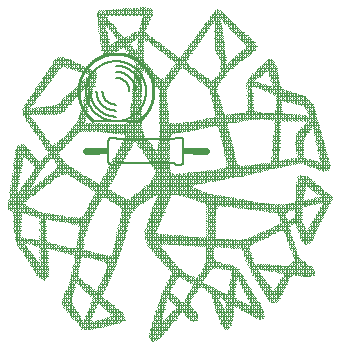
<source format=gbr>
G04 EAGLE Gerber RS-274X export*
G75*
%MOMM*%
%FSLAX34Y34*%
%LPD*%
%INSilkscreen Top*%
%IPPOS*%
%AMOC8*
5,1,8,0,0,1.08239X$1,22.5*%
G01*
%ADD10R,0.076200X0.076200*%
%ADD11R,0.228600X0.076200*%
%ADD12R,0.838200X0.076200*%
%ADD13R,0.152400X0.076200*%
%ADD14R,1.219200X0.076200*%
%ADD15R,1.447800X0.076200*%
%ADD16R,1.676400X0.076200*%
%ADD17R,0.533400X0.076200*%
%ADD18R,3.276600X0.076200*%
%ADD19R,1.752600X0.076200*%
%ADD20R,0.990600X0.076200*%
%ADD21R,0.685800X0.076200*%
%ADD22R,0.609600X0.076200*%
%ADD23R,2.133600X0.076200*%
%ADD24R,1.066800X0.076200*%
%ADD25R,1.143000X0.076200*%
%ADD26R,0.762000X0.076200*%
%ADD27R,1.295400X0.076200*%
%ADD28R,1.600200X0.076200*%
%ADD29R,1.905000X0.076200*%
%ADD30R,0.914400X0.076200*%
%ADD31R,2.057400X0.076200*%
%ADD32R,0.381000X0.076200*%
%ADD33R,1.524000X0.076200*%
%ADD34R,2.667000X0.076200*%
%ADD35R,4.572000X0.076200*%
%ADD36R,2.514600X0.076200*%
%ADD37R,3.124200X0.076200*%
%ADD38R,2.209800X0.076200*%
%ADD39R,0.457200X0.076200*%
%ADD40R,7.086600X0.076200*%
%ADD41R,1.981200X0.076200*%
%ADD42R,9.525000X0.076200*%
%ADD43R,4.343400X0.076200*%
%ADD44R,1.371600X0.076200*%
%ADD45R,3.733800X0.076200*%
%ADD46R,2.362200X0.076200*%
%ADD47R,4.953000X0.076200*%
%ADD48R,5.715000X0.076200*%
%ADD49R,2.971800X0.076200*%
%ADD50R,3.048000X0.076200*%
%ADD51R,1.828800X0.076200*%
%ADD52R,3.581400X0.076200*%
%ADD53R,6.324600X0.076200*%
%ADD54R,5.105400X0.076200*%
%ADD55R,3.886200X0.076200*%
%ADD56R,4.419600X0.076200*%
%ADD57R,6.172200X0.076200*%
%ADD58R,7.391400X0.076200*%
%ADD59R,5.410200X0.076200*%
%ADD60R,4.191000X0.076200*%
%ADD61R,6.019800X0.076200*%
%ADD62R,5.791200X0.076200*%
%ADD63R,9.067800X0.076200*%
%ADD64R,5.257800X0.076200*%
%ADD65R,2.819400X0.076200*%
%ADD66R,4.724400X0.076200*%
%ADD67R,4.038600X0.076200*%
%ADD68C,0.203200*%
%ADD69C,0.254000*%
%ADD70C,0.152400*%
%ADD71C,0.609600*%
%ADD72R,0.863600X0.609600*%


D10*
X170688Y35052D03*
X172212Y35052D03*
X169926Y35814D03*
X171450Y35814D03*
X172974Y35814D03*
X174498Y35814D03*
D11*
X169926Y36576D03*
X172974Y36576D03*
D10*
X175260Y36576D03*
X169926Y37338D03*
X171450Y37338D03*
X172974Y37338D03*
X174498Y37338D03*
X176022Y37338D03*
D12*
X172974Y38100D03*
D10*
X168402Y38862D03*
X169926Y38862D03*
X171450Y38862D03*
X172974Y38862D03*
X174498Y38862D03*
X176022Y38862D03*
X177546Y38862D03*
D13*
X168783Y39624D03*
D11*
X171450Y39624D03*
X174498Y39624D03*
X177546Y39624D03*
D10*
X168402Y40386D03*
X169926Y40386D03*
X171450Y40386D03*
X172974Y40386D03*
X174498Y40386D03*
X176022Y40386D03*
X177546Y40386D03*
X179070Y40386D03*
D14*
X174117Y41148D03*
D10*
X168402Y41910D03*
X169926Y41910D03*
X171450Y41910D03*
X172974Y41910D03*
X174498Y41910D03*
X176022Y41910D03*
X177546Y41910D03*
X179070Y41910D03*
X180594Y41910D03*
D11*
X169926Y42672D03*
X172974Y42672D03*
X176022Y42672D03*
X179070Y42672D03*
D10*
X181356Y42672D03*
X169926Y43434D03*
X171450Y43434D03*
X172974Y43434D03*
X174498Y43434D03*
X176022Y43434D03*
X177546Y43434D03*
X179070Y43434D03*
X180594Y43434D03*
D15*
X176022Y44196D03*
D10*
X113538Y44958D03*
X115062Y44958D03*
X169926Y44958D03*
X171450Y44958D03*
X172974Y44958D03*
X174498Y44958D03*
X176022Y44958D03*
X177546Y44958D03*
X179070Y44958D03*
X180594Y44958D03*
X182118Y44958D03*
X111252Y45720D03*
D11*
X113538Y45720D03*
X116586Y45720D03*
D10*
X118872Y45720D03*
X120396Y45720D03*
X169164Y45720D03*
D11*
X171450Y45720D03*
X174498Y45720D03*
X177546Y45720D03*
X180594Y45720D03*
D13*
X183261Y45720D03*
D10*
X233172Y45720D03*
X234696Y45720D03*
X112014Y46482D03*
X113538Y46482D03*
X115062Y46482D03*
X116586Y46482D03*
X118110Y46482D03*
X119634Y46482D03*
X121158Y46482D03*
X122682Y46482D03*
X169926Y46482D03*
X171450Y46482D03*
X172974Y46482D03*
X174498Y46482D03*
X176022Y46482D03*
X177546Y46482D03*
X179070Y46482D03*
X180594Y46482D03*
X182118Y46482D03*
X183642Y46482D03*
X232410Y46482D03*
X233934Y46482D03*
X235458Y46482D03*
D16*
X118491Y47244D03*
D10*
X128016Y47244D03*
X129540Y47244D03*
D15*
X177546Y47244D03*
D17*
X233934Y47244D03*
D10*
X110490Y48006D03*
X112014Y48006D03*
X113538Y48006D03*
X115062Y48006D03*
X116586Y48006D03*
X118110Y48006D03*
X119634Y48006D03*
X121158Y48006D03*
X122682Y48006D03*
X124206Y48006D03*
X125730Y48006D03*
X127254Y48006D03*
X128778Y48006D03*
X130302Y48006D03*
X131826Y48006D03*
X171450Y48006D03*
X172974Y48006D03*
X174498Y48006D03*
X176022Y48006D03*
X177546Y48006D03*
X179070Y48006D03*
X180594Y48006D03*
X182118Y48006D03*
X183642Y48006D03*
X185166Y48006D03*
X230886Y48006D03*
X232410Y48006D03*
X233934Y48006D03*
X235458Y48006D03*
D13*
X109347Y48768D03*
D11*
X112014Y48768D03*
X115062Y48768D03*
X118110Y48768D03*
X121158Y48768D03*
X124206Y48768D03*
X127254Y48768D03*
X130302Y48768D03*
X133350Y48768D03*
D10*
X135636Y48768D03*
X170688Y48768D03*
D11*
X172974Y48768D03*
X176022Y48768D03*
X179070Y48768D03*
X182118Y48768D03*
X185166Y48768D03*
X230886Y48768D03*
X233934Y48768D03*
X236982Y48768D03*
D10*
X108966Y49530D03*
X110490Y49530D03*
X112014Y49530D03*
X113538Y49530D03*
X115062Y49530D03*
X116586Y49530D03*
X118110Y49530D03*
X119634Y49530D03*
X121158Y49530D03*
X122682Y49530D03*
X124206Y49530D03*
X125730Y49530D03*
X127254Y49530D03*
X128778Y49530D03*
X130302Y49530D03*
X131826Y49530D03*
X133350Y49530D03*
X134874Y49530D03*
X136398Y49530D03*
X137922Y49530D03*
X171450Y49530D03*
X172974Y49530D03*
X174498Y49530D03*
X176022Y49530D03*
X177546Y49530D03*
X179070Y49530D03*
X180594Y49530D03*
X182118Y49530D03*
X183642Y49530D03*
X185166Y49530D03*
X186690Y49530D03*
X229362Y49530D03*
X230886Y49530D03*
X232410Y49530D03*
X233934Y49530D03*
X235458Y49530D03*
X236982Y49530D03*
D18*
X124206Y50292D03*
D10*
X141732Y50292D03*
X143256Y50292D03*
D19*
X179070Y50292D03*
D20*
X233172Y50292D03*
D10*
X107442Y51054D03*
X108966Y51054D03*
X110490Y51054D03*
X112014Y51054D03*
X113538Y51054D03*
X115062Y51054D03*
X116586Y51054D03*
X118110Y51054D03*
X119634Y51054D03*
X121158Y51054D03*
X122682Y51054D03*
X124206Y51054D03*
X125730Y51054D03*
X127254Y51054D03*
X128778Y51054D03*
X130302Y51054D03*
X131826Y51054D03*
X133350Y51054D03*
X134874Y51054D03*
X136398Y51054D03*
X137922Y51054D03*
X139446Y51054D03*
X140970Y51054D03*
X142494Y51054D03*
X144018Y51054D03*
X171450Y51054D03*
X172974Y51054D03*
X174498Y51054D03*
X176022Y51054D03*
X177546Y51054D03*
X179070Y51054D03*
X180594Y51054D03*
X182118Y51054D03*
X183642Y51054D03*
X185166Y51054D03*
X186690Y51054D03*
X188214Y51054D03*
X229362Y51054D03*
X230886Y51054D03*
X232410Y51054D03*
X233934Y51054D03*
X235458Y51054D03*
X236982Y51054D03*
D11*
X107442Y51816D03*
X110490Y51816D03*
X113538Y51816D03*
X116586Y51816D03*
D10*
X120396Y51816D03*
D11*
X122682Y51816D03*
X125730Y51816D03*
X128778Y51816D03*
X131826Y51816D03*
X134874Y51816D03*
X137922Y51816D03*
X140970Y51816D03*
X144018Y51816D03*
D10*
X172212Y51816D03*
D11*
X174498Y51816D03*
X177546Y51816D03*
X180594Y51816D03*
X183642Y51816D03*
X186690Y51816D03*
D10*
X188976Y51816D03*
X205740Y51816D03*
D11*
X229362Y51816D03*
X232410Y51816D03*
X235458Y51816D03*
D10*
X237744Y51816D03*
X105918Y52578D03*
X107442Y52578D03*
X108966Y52578D03*
X110490Y52578D03*
X113538Y52578D03*
X115062Y52578D03*
X116586Y52578D03*
X118110Y52578D03*
X124206Y52578D03*
X125730Y52578D03*
X127254Y52578D03*
X128778Y52578D03*
X130302Y52578D03*
X131826Y52578D03*
X133350Y52578D03*
X134874Y52578D03*
X136398Y52578D03*
X137922Y52578D03*
X139446Y52578D03*
X140970Y52578D03*
X142494Y52578D03*
X144018Y52578D03*
X145542Y52578D03*
X172974Y52578D03*
X174498Y52578D03*
X176022Y52578D03*
X177546Y52578D03*
X180594Y52578D03*
X182118Y52578D03*
X183642Y52578D03*
X185166Y52578D03*
X186690Y52578D03*
X188214Y52578D03*
X189738Y52578D03*
X204978Y52578D03*
X206502Y52578D03*
X229362Y52578D03*
X230886Y52578D03*
X232410Y52578D03*
X233934Y52578D03*
X235458Y52578D03*
X236982Y52578D03*
X238506Y52578D03*
D21*
X108204Y53340D03*
D22*
X116205Y53340D03*
D23*
X136779Y53340D03*
D21*
X175260Y53340D03*
D20*
X185928Y53340D03*
D21*
X205740Y53340D03*
D24*
X233553Y53340D03*
D10*
X104394Y54102D03*
X105918Y54102D03*
X107442Y54102D03*
X108966Y54102D03*
X110490Y54102D03*
X113538Y54102D03*
X115062Y54102D03*
X116586Y54102D03*
X118110Y54102D03*
X128778Y54102D03*
X130302Y54102D03*
X131826Y54102D03*
X133350Y54102D03*
X134874Y54102D03*
X136398Y54102D03*
X137922Y54102D03*
X139446Y54102D03*
X140970Y54102D03*
X142494Y54102D03*
X144018Y54102D03*
X145542Y54102D03*
X147066Y54102D03*
X172974Y54102D03*
X174498Y54102D03*
X176022Y54102D03*
X177546Y54102D03*
X179070Y54102D03*
X182118Y54102D03*
X183642Y54102D03*
X185166Y54102D03*
X186690Y54102D03*
X188214Y54102D03*
X189738Y54102D03*
X203454Y54102D03*
X204978Y54102D03*
X206502Y54102D03*
X208026Y54102D03*
X227838Y54102D03*
X229362Y54102D03*
X230886Y54102D03*
X232410Y54102D03*
X233934Y54102D03*
X235458Y54102D03*
X236982Y54102D03*
X238506Y54102D03*
X261366Y54102D03*
X262890Y54102D03*
X103632Y54864D03*
D11*
X105918Y54864D03*
X108966Y54864D03*
X115062Y54864D03*
X118110Y54864D03*
D10*
X131064Y54864D03*
D11*
X133350Y54864D03*
X136398Y54864D03*
X139446Y54864D03*
X142494Y54864D03*
X145542Y54864D03*
X172974Y54864D03*
X176022Y54864D03*
D13*
X178689Y54864D03*
D10*
X182880Y54864D03*
D11*
X185166Y54864D03*
X188214Y54864D03*
X191262Y54864D03*
D10*
X201168Y54864D03*
D11*
X203454Y54864D03*
X206502Y54864D03*
D10*
X208788Y54864D03*
D11*
X227838Y54864D03*
X230886Y54864D03*
X233934Y54864D03*
X236982Y54864D03*
D10*
X259080Y54864D03*
D11*
X261366Y54864D03*
X264414Y54864D03*
D10*
X102870Y55626D03*
X104394Y55626D03*
X105918Y55626D03*
X107442Y55626D03*
X108966Y55626D03*
X115062Y55626D03*
X116586Y55626D03*
X118110Y55626D03*
X119634Y55626D03*
X133350Y55626D03*
X134874Y55626D03*
X136398Y55626D03*
X137922Y55626D03*
X139446Y55626D03*
X140970Y55626D03*
X142494Y55626D03*
X144018Y55626D03*
X145542Y55626D03*
X147066Y55626D03*
X172974Y55626D03*
X174498Y55626D03*
X176022Y55626D03*
X177546Y55626D03*
X179070Y55626D03*
X183642Y55626D03*
X185166Y55626D03*
X186690Y55626D03*
X188214Y55626D03*
X189738Y55626D03*
X191262Y55626D03*
X200406Y55626D03*
X201930Y55626D03*
X203454Y55626D03*
X204978Y55626D03*
X206502Y55626D03*
X208026Y55626D03*
X209550Y55626D03*
X227838Y55626D03*
X229362Y55626D03*
X230886Y55626D03*
X232410Y55626D03*
X233934Y55626D03*
X235458Y55626D03*
X236982Y55626D03*
X238506Y55626D03*
X258318Y55626D03*
X259842Y55626D03*
X261366Y55626D03*
X262890Y55626D03*
X264414Y55626D03*
D12*
X105918Y56388D03*
D22*
X116967Y56388D03*
D25*
X140970Y56388D03*
D26*
X176403Y56388D03*
D12*
X188214Y56388D03*
D20*
X204216Y56388D03*
D27*
X233172Y56388D03*
D20*
X260604Y56388D03*
D10*
X101346Y57150D03*
X102870Y57150D03*
X104394Y57150D03*
X105918Y57150D03*
X107442Y57150D03*
X108966Y57150D03*
X115062Y57150D03*
X116586Y57150D03*
X118110Y57150D03*
X119634Y57150D03*
X137922Y57150D03*
X139446Y57150D03*
X140970Y57150D03*
X142494Y57150D03*
X144018Y57150D03*
X145542Y57150D03*
X172974Y57150D03*
X174498Y57150D03*
X176022Y57150D03*
X177546Y57150D03*
X179070Y57150D03*
X185166Y57150D03*
X186690Y57150D03*
X188214Y57150D03*
X189738Y57150D03*
X191262Y57150D03*
X192786Y57150D03*
X198882Y57150D03*
X200406Y57150D03*
X201930Y57150D03*
X203454Y57150D03*
X204978Y57150D03*
X206502Y57150D03*
X208026Y57150D03*
X209550Y57150D03*
X227838Y57150D03*
X229362Y57150D03*
X230886Y57150D03*
X232410Y57150D03*
X233934Y57150D03*
X235458Y57150D03*
X236982Y57150D03*
X238506Y57150D03*
X255270Y57150D03*
X256794Y57150D03*
X258318Y57150D03*
X259842Y57150D03*
X261366Y57150D03*
X262890Y57150D03*
X264414Y57150D03*
D11*
X101346Y57912D03*
X104394Y57912D03*
X107442Y57912D03*
X116586Y57912D03*
X119634Y57912D03*
D10*
X135636Y57912D03*
D11*
X137922Y57912D03*
X140970Y57912D03*
X144018Y57912D03*
D10*
X146304Y57912D03*
D11*
X174498Y57912D03*
X177546Y57912D03*
D10*
X179832Y57912D03*
D11*
X186690Y57912D03*
X189738Y57912D03*
X192786Y57912D03*
X198882Y57912D03*
X201930Y57912D03*
X204978Y57912D03*
X208026Y57912D03*
D10*
X227076Y57912D03*
D11*
X229362Y57912D03*
X232410Y57912D03*
X235458Y57912D03*
X238506Y57912D03*
X253746Y57912D03*
X256794Y57912D03*
X259842Y57912D03*
X262890Y57912D03*
D10*
X265176Y57912D03*
X101346Y58674D03*
X102870Y58674D03*
X104394Y58674D03*
X105918Y58674D03*
X107442Y58674D03*
X116586Y58674D03*
X118110Y58674D03*
X119634Y58674D03*
X136398Y58674D03*
X137922Y58674D03*
X139446Y58674D03*
X140970Y58674D03*
X142494Y58674D03*
X144018Y58674D03*
X145542Y58674D03*
X174498Y58674D03*
X176022Y58674D03*
X177546Y58674D03*
X179070Y58674D03*
X186690Y58674D03*
X188214Y58674D03*
X189738Y58674D03*
X191262Y58674D03*
X192786Y58674D03*
X194310Y58674D03*
X198882Y58674D03*
X200406Y58674D03*
X201930Y58674D03*
X203454Y58674D03*
X204978Y58674D03*
X206502Y58674D03*
X208026Y58674D03*
X226314Y58674D03*
X227838Y58674D03*
X229362Y58674D03*
X230886Y58674D03*
X232410Y58674D03*
X233934Y58674D03*
X235458Y58674D03*
X236982Y58674D03*
X238506Y58674D03*
X252222Y58674D03*
X253746Y58674D03*
X255270Y58674D03*
X256794Y58674D03*
X258318Y58674D03*
X259842Y58674D03*
X261366Y58674D03*
X262890Y58674D03*
X264414Y58674D03*
X99060Y59436D03*
D12*
X104394Y59436D03*
D22*
X118491Y59436D03*
D25*
X139446Y59436D03*
D21*
X176784Y59436D03*
D12*
X191262Y59436D03*
D14*
X202311Y59436D03*
D15*
X232410Y59436D03*
D28*
X257556Y59436D03*
D10*
X99822Y60198D03*
X101346Y60198D03*
X102870Y60198D03*
X104394Y60198D03*
X105918Y60198D03*
X116586Y60198D03*
X118110Y60198D03*
X119634Y60198D03*
X121158Y60198D03*
X134874Y60198D03*
X136398Y60198D03*
X137922Y60198D03*
X139446Y60198D03*
X140970Y60198D03*
X142494Y60198D03*
X144018Y60198D03*
X174498Y60198D03*
X176022Y60198D03*
X177546Y60198D03*
X179070Y60198D03*
X180594Y60198D03*
X188214Y60198D03*
X189738Y60198D03*
X191262Y60198D03*
X192786Y60198D03*
X194310Y60198D03*
X195834Y60198D03*
X197358Y60198D03*
X198882Y60198D03*
X200406Y60198D03*
X201930Y60198D03*
X203454Y60198D03*
X204978Y60198D03*
X206502Y60198D03*
X226314Y60198D03*
X227838Y60198D03*
X229362Y60198D03*
X230886Y60198D03*
X232410Y60198D03*
X233934Y60198D03*
X235458Y60198D03*
X236982Y60198D03*
X238506Y60198D03*
X249174Y60198D03*
X250698Y60198D03*
X252222Y60198D03*
X253746Y60198D03*
X255270Y60198D03*
X256794Y60198D03*
X258318Y60198D03*
X259842Y60198D03*
X261366Y60198D03*
X262890Y60198D03*
X264414Y60198D03*
D11*
X99822Y60960D03*
X102870Y60960D03*
X105918Y60960D03*
X118110Y60960D03*
X121158Y60960D03*
X133350Y60960D03*
X136398Y60960D03*
X139446Y60960D03*
X142494Y60960D03*
D10*
X173736Y60960D03*
D11*
X176022Y60960D03*
X179070Y60960D03*
D10*
X188976Y60960D03*
D11*
X191262Y60960D03*
X194310Y60960D03*
X197358Y60960D03*
X200406Y60960D03*
X203454Y60960D03*
X206502Y60960D03*
D10*
X225552Y60960D03*
D11*
X227838Y60960D03*
X230886Y60960D03*
X233934Y60960D03*
X236982Y60960D03*
D10*
X239268Y60960D03*
D11*
X249174Y60960D03*
X252222Y60960D03*
X255270Y60960D03*
X258318Y60960D03*
X261366Y60960D03*
X264414Y60960D03*
D10*
X98298Y61722D03*
X99822Y61722D03*
X101346Y61722D03*
X102870Y61722D03*
X104394Y61722D03*
X105918Y61722D03*
X118110Y61722D03*
X119634Y61722D03*
X121158Y61722D03*
X133350Y61722D03*
X134874Y61722D03*
X136398Y61722D03*
X137922Y61722D03*
X139446Y61722D03*
X140970Y61722D03*
X142494Y61722D03*
X174498Y61722D03*
X176022Y61722D03*
X177546Y61722D03*
X179070Y61722D03*
X180594Y61722D03*
X189738Y61722D03*
X191262Y61722D03*
X192786Y61722D03*
X194310Y61722D03*
X195834Y61722D03*
X197358Y61722D03*
X198882Y61722D03*
X200406Y61722D03*
X201930Y61722D03*
X203454Y61722D03*
X204978Y61722D03*
X224790Y61722D03*
X226314Y61722D03*
X227838Y61722D03*
X229362Y61722D03*
X230886Y61722D03*
X233934Y61722D03*
X235458Y61722D03*
X236982Y61722D03*
X238506Y61722D03*
X246126Y61722D03*
X247650Y61722D03*
X249174Y61722D03*
X250698Y61722D03*
X252222Y61722D03*
X253746Y61722D03*
X255270Y61722D03*
X256794Y61722D03*
X258318Y61722D03*
X259842Y61722D03*
X261366Y61722D03*
X262890Y61722D03*
X264414Y61722D03*
D12*
X101346Y62484D03*
D17*
X119634Y62484D03*
D25*
X136398Y62484D03*
D21*
X178308Y62484D03*
D28*
X198120Y62484D03*
D26*
X228219Y62484D03*
D21*
X236220Y62484D03*
D29*
X254508Y62484D03*
D10*
X96774Y63246D03*
X98298Y63246D03*
X99822Y63246D03*
X101346Y63246D03*
X102870Y63246D03*
X104394Y63246D03*
X118110Y63246D03*
X119634Y63246D03*
X121158Y63246D03*
X122682Y63246D03*
X130302Y63246D03*
X131826Y63246D03*
X133350Y63246D03*
X134874Y63246D03*
X136398Y63246D03*
X137922Y63246D03*
X139446Y63246D03*
X176022Y63246D03*
X177546Y63246D03*
X179070Y63246D03*
X180594Y63246D03*
X191262Y63246D03*
X192786Y63246D03*
X194310Y63246D03*
X195834Y63246D03*
X197358Y63246D03*
X198882Y63246D03*
X200406Y63246D03*
X201930Y63246D03*
X203454Y63246D03*
X204978Y63246D03*
X224790Y63246D03*
X226314Y63246D03*
X227838Y63246D03*
X229362Y63246D03*
X230886Y63246D03*
X233934Y63246D03*
X235458Y63246D03*
X236982Y63246D03*
X238506Y63246D03*
X244602Y63246D03*
X246126Y63246D03*
X247650Y63246D03*
X249174Y63246D03*
X250698Y63246D03*
X252222Y63246D03*
X253746Y63246D03*
X255270Y63246D03*
X256794Y63246D03*
X258318Y63246D03*
X259842Y63246D03*
X261366Y63246D03*
X262890Y63246D03*
X96012Y64008D03*
D11*
X98298Y64008D03*
X101346Y64008D03*
X104394Y64008D03*
X119634Y64008D03*
X122682Y64008D03*
D10*
X129540Y64008D03*
D11*
X131826Y64008D03*
X134874Y64008D03*
X137922Y64008D03*
D10*
X175260Y64008D03*
D11*
X177546Y64008D03*
X180594Y64008D03*
X192786Y64008D03*
X195834Y64008D03*
X198882Y64008D03*
X201930Y64008D03*
D10*
X204216Y64008D03*
X224028Y64008D03*
D11*
X226314Y64008D03*
X229362Y64008D03*
D10*
X233172Y64008D03*
D11*
X235458Y64008D03*
X238506Y64008D03*
D10*
X242316Y64008D03*
D11*
X244602Y64008D03*
X247650Y64008D03*
X250698Y64008D03*
X253746Y64008D03*
X256794Y64008D03*
X259842Y64008D03*
X262890Y64008D03*
D10*
X96774Y64770D03*
X98298Y64770D03*
X99822Y64770D03*
X101346Y64770D03*
X102870Y64770D03*
X104394Y64770D03*
X119634Y64770D03*
X121158Y64770D03*
X122682Y64770D03*
X128778Y64770D03*
X130302Y64770D03*
X131826Y64770D03*
X133350Y64770D03*
X134874Y64770D03*
X136398Y64770D03*
X137922Y64770D03*
X176022Y64770D03*
X177546Y64770D03*
X179070Y64770D03*
X180594Y64770D03*
X191262Y64770D03*
X192786Y64770D03*
X194310Y64770D03*
X195834Y64770D03*
X197358Y64770D03*
X198882Y64770D03*
X200406Y64770D03*
X201930Y64770D03*
X203454Y64770D03*
X224790Y64770D03*
X226314Y64770D03*
X227838Y64770D03*
X229362Y64770D03*
X233934Y64770D03*
X235458Y64770D03*
X236982Y64770D03*
X238506Y64770D03*
X241554Y64770D03*
X243078Y64770D03*
X244602Y64770D03*
X246126Y64770D03*
X247650Y64770D03*
X249174Y64770D03*
X250698Y64770D03*
X252222Y64770D03*
X253746Y64770D03*
X255270Y64770D03*
X256794Y64770D03*
X258318Y64770D03*
X259842Y64770D03*
X261366Y64770D03*
X262890Y64770D03*
D30*
X99441Y65532D03*
D17*
X121158Y65532D03*
D25*
X133350Y65532D03*
D21*
X178308Y65532D03*
D27*
X196596Y65532D03*
D21*
X227076Y65532D03*
D31*
X243078Y65532D03*
D12*
X258318Y65532D03*
D10*
X95250Y66294D03*
X96774Y66294D03*
X98298Y66294D03*
X99822Y66294D03*
X101346Y66294D03*
X102870Y66294D03*
X119634Y66294D03*
X121158Y66294D03*
X122682Y66294D03*
X124206Y66294D03*
X127254Y66294D03*
X128778Y66294D03*
X130302Y66294D03*
X131826Y66294D03*
X133350Y66294D03*
X134874Y66294D03*
X136398Y66294D03*
X176022Y66294D03*
X177546Y66294D03*
X179070Y66294D03*
X180594Y66294D03*
X189738Y66294D03*
X191262Y66294D03*
X192786Y66294D03*
X194310Y66294D03*
X195834Y66294D03*
X197358Y66294D03*
X198882Y66294D03*
X200406Y66294D03*
X201930Y66294D03*
X223266Y66294D03*
X224790Y66294D03*
X226314Y66294D03*
X227838Y66294D03*
X229362Y66294D03*
X233934Y66294D03*
X235458Y66294D03*
X236982Y66294D03*
X238506Y66294D03*
X240030Y66294D03*
X241554Y66294D03*
X243078Y66294D03*
X244602Y66294D03*
X246126Y66294D03*
X247650Y66294D03*
X249174Y66294D03*
X250698Y66294D03*
X255270Y66294D03*
X256794Y66294D03*
X258318Y66294D03*
X259842Y66294D03*
X261366Y66294D03*
X94488Y67056D03*
D11*
X96774Y67056D03*
X99822Y67056D03*
X102870Y67056D03*
D10*
X118872Y67056D03*
D11*
X121158Y67056D03*
X124206Y67056D03*
X127254Y67056D03*
X130302Y67056D03*
X133350Y67056D03*
D10*
X135636Y67056D03*
X176784Y67056D03*
D11*
X179070Y67056D03*
D10*
X181356Y67056D03*
X188976Y67056D03*
D11*
X191262Y67056D03*
X194310Y67056D03*
X197358Y67056D03*
X200406Y67056D03*
D10*
X202692Y67056D03*
D11*
X224790Y67056D03*
X227838Y67056D03*
D13*
X234315Y67056D03*
D11*
X236982Y67056D03*
X240030Y67056D03*
X243078Y67056D03*
X246126Y67056D03*
X249174Y67056D03*
X255270Y67056D03*
X258318Y67056D03*
X261366Y67056D03*
D10*
X95250Y67818D03*
X96774Y67818D03*
X98298Y67818D03*
X99822Y67818D03*
X101346Y67818D03*
X102870Y67818D03*
X119634Y67818D03*
X121158Y67818D03*
X122682Y67818D03*
X124206Y67818D03*
X125730Y67818D03*
X127254Y67818D03*
X128778Y67818D03*
X130302Y67818D03*
X131826Y67818D03*
X133350Y67818D03*
X134874Y67818D03*
X177546Y67818D03*
X179070Y67818D03*
X180594Y67818D03*
X182118Y67818D03*
X188214Y67818D03*
X189738Y67818D03*
X191262Y67818D03*
X192786Y67818D03*
X194310Y67818D03*
X195834Y67818D03*
X197358Y67818D03*
X198882Y67818D03*
X200406Y67818D03*
X201930Y67818D03*
X223266Y67818D03*
X224790Y67818D03*
X226314Y67818D03*
X227838Y67818D03*
X233934Y67818D03*
X235458Y67818D03*
X236982Y67818D03*
X238506Y67818D03*
X240030Y67818D03*
X241554Y67818D03*
X243078Y67818D03*
X244602Y67818D03*
X246126Y67818D03*
X247650Y67818D03*
X253746Y67818D03*
X255270Y67818D03*
X256794Y67818D03*
X258318Y67818D03*
X259842Y67818D03*
X261366Y67818D03*
X273558Y67818D03*
D12*
X98298Y68580D03*
D15*
X127254Y68580D03*
D21*
X179832Y68580D03*
D20*
X192024Y68580D03*
D17*
X200406Y68580D03*
D21*
X225552Y68580D03*
D15*
X240030Y68580D03*
D12*
X256794Y68580D03*
D32*
X272796Y68580D03*
D10*
X275844Y68580D03*
X95250Y69342D03*
X96774Y69342D03*
X98298Y69342D03*
X99822Y69342D03*
X101346Y69342D03*
X102870Y69342D03*
X121158Y69342D03*
X122682Y69342D03*
X124206Y69342D03*
X125730Y69342D03*
X127254Y69342D03*
X128778Y69342D03*
X130302Y69342D03*
X131826Y69342D03*
X133350Y69342D03*
X177546Y69342D03*
X179070Y69342D03*
X180594Y69342D03*
X182118Y69342D03*
X186690Y69342D03*
X188214Y69342D03*
X189738Y69342D03*
X191262Y69342D03*
X192786Y69342D03*
X194310Y69342D03*
X198882Y69342D03*
X200406Y69342D03*
X201930Y69342D03*
X203454Y69342D03*
X223266Y69342D03*
X224790Y69342D03*
X226314Y69342D03*
X227838Y69342D03*
X233934Y69342D03*
X235458Y69342D03*
X236982Y69342D03*
X238506Y69342D03*
X240030Y69342D03*
X241554Y69342D03*
X243078Y69342D03*
X244602Y69342D03*
X246126Y69342D03*
X253746Y69342D03*
X255270Y69342D03*
X256794Y69342D03*
X258318Y69342D03*
X259842Y69342D03*
X270510Y69342D03*
X272034Y69342D03*
X273558Y69342D03*
X275082Y69342D03*
X276606Y69342D03*
D13*
X95631Y70104D03*
D11*
X98298Y70104D03*
X101346Y70104D03*
D10*
X120396Y70104D03*
D11*
X122682Y70104D03*
X125730Y70104D03*
X128778Y70104D03*
X131826Y70104D03*
D13*
X177927Y70104D03*
D11*
X180594Y70104D03*
D10*
X182880Y70104D03*
D11*
X186690Y70104D03*
X189738Y70104D03*
X192786Y70104D03*
X198882Y70104D03*
X201930Y70104D03*
X223266Y70104D03*
X226314Y70104D03*
X232410Y70104D03*
X235458Y70104D03*
X238506Y70104D03*
X241554Y70104D03*
D10*
X243840Y70104D03*
D11*
X253746Y70104D03*
X256794Y70104D03*
D10*
X259080Y70104D03*
X269748Y70104D03*
D11*
X272034Y70104D03*
X275082Y70104D03*
D10*
X277368Y70104D03*
X95250Y70866D03*
X96774Y70866D03*
X98298Y70866D03*
X99822Y70866D03*
X101346Y70866D03*
X102870Y70866D03*
X121158Y70866D03*
X122682Y70866D03*
X124206Y70866D03*
X125730Y70866D03*
X127254Y70866D03*
X128778Y70866D03*
X130302Y70866D03*
X177546Y70866D03*
X179070Y70866D03*
X180594Y70866D03*
X182118Y70866D03*
X185166Y70866D03*
X186690Y70866D03*
X188214Y70866D03*
X189738Y70866D03*
X191262Y70866D03*
X192786Y70866D03*
X198882Y70866D03*
X200406Y70866D03*
X201930Y70866D03*
X203454Y70866D03*
X223266Y70866D03*
X224790Y70866D03*
X226314Y70866D03*
X230886Y70866D03*
X232410Y70866D03*
X233934Y70866D03*
X235458Y70866D03*
X236982Y70866D03*
X238506Y70866D03*
X240030Y70866D03*
X241554Y70866D03*
X252222Y70866D03*
X253746Y70866D03*
X255270Y70866D03*
X256794Y70866D03*
X258318Y70866D03*
X268986Y70866D03*
X270510Y70866D03*
X272034Y70866D03*
X273558Y70866D03*
X275082Y70866D03*
X276606Y70866D03*
D26*
X99441Y71628D03*
D10*
X120396Y71628D03*
D12*
X125730Y71628D03*
D17*
X180594Y71628D03*
D12*
X188214Y71628D03*
D17*
X201930Y71628D03*
D21*
X224028Y71628D03*
D25*
X235458Y71628D03*
D10*
X242316Y71628D03*
D12*
X255270Y71628D03*
D25*
X273558Y71628D03*
D10*
X96774Y72390D03*
X98298Y72390D03*
X99822Y72390D03*
X101346Y72390D03*
X102870Y72390D03*
X121158Y72390D03*
X122682Y72390D03*
X124206Y72390D03*
X125730Y72390D03*
X127254Y72390D03*
X128778Y72390D03*
X179070Y72390D03*
X180594Y72390D03*
X182118Y72390D03*
X183642Y72390D03*
X185166Y72390D03*
X186690Y72390D03*
X188214Y72390D03*
X189738Y72390D03*
X191262Y72390D03*
X200406Y72390D03*
X201930Y72390D03*
X203454Y72390D03*
X204978Y72390D03*
X221742Y72390D03*
X223266Y72390D03*
X224790Y72390D03*
X226314Y72390D03*
X227838Y72390D03*
X229362Y72390D03*
X230886Y72390D03*
X232410Y72390D03*
X233934Y72390D03*
X235458Y72390D03*
X236982Y72390D03*
X238506Y72390D03*
X240030Y72390D03*
X252222Y72390D03*
X253746Y72390D03*
X255270Y72390D03*
X256794Y72390D03*
X258318Y72390D03*
X268986Y72390D03*
X270510Y72390D03*
X272034Y72390D03*
X273558Y72390D03*
X275082Y72390D03*
X276606Y72390D03*
X278130Y72390D03*
D11*
X96774Y73152D03*
X99822Y73152D03*
X102870Y73152D03*
D10*
X118872Y73152D03*
D11*
X121158Y73152D03*
X124206Y73152D03*
X127254Y73152D03*
X179070Y73152D03*
X182118Y73152D03*
X185166Y73152D03*
X188214Y73152D03*
D10*
X190500Y73152D03*
D11*
X200406Y73152D03*
X203454Y73152D03*
D10*
X205740Y73152D03*
D11*
X221742Y73152D03*
X224790Y73152D03*
X227838Y73152D03*
X230886Y73152D03*
X233934Y73152D03*
X236982Y73152D03*
X240030Y73152D03*
X252222Y73152D03*
X255270Y73152D03*
D10*
X257556Y73152D03*
D13*
X267843Y73152D03*
D11*
X270510Y73152D03*
X273558Y73152D03*
X276606Y73152D03*
D10*
X278892Y73152D03*
X96774Y73914D03*
X98298Y73914D03*
X99822Y73914D03*
X101346Y73914D03*
X102870Y73914D03*
X119634Y73914D03*
X121158Y73914D03*
X122682Y73914D03*
X124206Y73914D03*
X125730Y73914D03*
X127254Y73914D03*
X179070Y73914D03*
X180594Y73914D03*
X182118Y73914D03*
X183642Y73914D03*
X185166Y73914D03*
X186690Y73914D03*
X188214Y73914D03*
X200406Y73914D03*
X201930Y73914D03*
X203454Y73914D03*
X204978Y73914D03*
X221742Y73914D03*
X223266Y73914D03*
X224790Y73914D03*
X226314Y73914D03*
X227838Y73914D03*
X229362Y73914D03*
X230886Y73914D03*
X232410Y73914D03*
X233934Y73914D03*
X235458Y73914D03*
X236982Y73914D03*
X238506Y73914D03*
X240030Y73914D03*
X250698Y73914D03*
X252222Y73914D03*
X253746Y73914D03*
X255270Y73914D03*
X256794Y73914D03*
X267462Y73914D03*
X268986Y73914D03*
X270510Y73914D03*
X272034Y73914D03*
X273558Y73914D03*
X275082Y73914D03*
X276606Y73914D03*
X278130Y73914D03*
X279654Y73914D03*
D26*
X100203Y74676D03*
D25*
X122682Y74676D03*
D24*
X184023Y74676D03*
D17*
X203454Y74676D03*
D31*
X230886Y74676D03*
D21*
X252984Y74676D03*
D15*
X273558Y74676D03*
D10*
X96774Y75438D03*
X98298Y75438D03*
X99822Y75438D03*
X101346Y75438D03*
X102870Y75438D03*
X116586Y75438D03*
X118110Y75438D03*
X119634Y75438D03*
X121158Y75438D03*
X122682Y75438D03*
X124206Y75438D03*
X125730Y75438D03*
X127254Y75438D03*
X128778Y75438D03*
X179070Y75438D03*
X180594Y75438D03*
X182118Y75438D03*
X183642Y75438D03*
X185166Y75438D03*
X186690Y75438D03*
X201930Y75438D03*
X203454Y75438D03*
X204978Y75438D03*
X206502Y75438D03*
X220218Y75438D03*
X221742Y75438D03*
X223266Y75438D03*
X224790Y75438D03*
X226314Y75438D03*
X227838Y75438D03*
X229362Y75438D03*
X230886Y75438D03*
X232410Y75438D03*
X235458Y75438D03*
X236982Y75438D03*
X238506Y75438D03*
X240030Y75438D03*
X250698Y75438D03*
X252222Y75438D03*
X253746Y75438D03*
X255270Y75438D03*
X265938Y75438D03*
X267462Y75438D03*
X268986Y75438D03*
X270510Y75438D03*
X272034Y75438D03*
X273558Y75438D03*
X275082Y75438D03*
X276606Y75438D03*
X278130Y75438D03*
X279654Y75438D03*
D11*
X98298Y76200D03*
X101346Y76200D03*
D10*
X103632Y76200D03*
D11*
X116586Y76200D03*
X119634Y76200D03*
X122682Y76200D03*
X125730Y76200D03*
X128778Y76200D03*
X180594Y76200D03*
X183642Y76200D03*
D10*
X185928Y76200D03*
D13*
X202311Y76200D03*
D11*
X204978Y76200D03*
D10*
X207264Y76200D03*
D11*
X220218Y76200D03*
X223266Y76200D03*
X226314Y76200D03*
X229362Y76200D03*
D10*
X231648Y76200D03*
D13*
X235839Y76200D03*
D11*
X238506Y76200D03*
D10*
X240792Y76200D03*
D11*
X250698Y76200D03*
X253746Y76200D03*
D10*
X256032Y76200D03*
D11*
X265938Y76200D03*
X268986Y76200D03*
X272034Y76200D03*
X275082Y76200D03*
X278130Y76200D03*
D10*
X280416Y76200D03*
X98298Y76962D03*
X99822Y76962D03*
X101346Y76962D03*
X102870Y76962D03*
X104394Y76962D03*
X115062Y76962D03*
X116586Y76962D03*
X118110Y76962D03*
X119634Y76962D03*
X121158Y76962D03*
X122682Y76962D03*
X124206Y76962D03*
X125730Y76962D03*
X127254Y76962D03*
X128778Y76962D03*
X180594Y76962D03*
X182118Y76962D03*
X183642Y76962D03*
X185166Y76962D03*
X203454Y76962D03*
X204978Y76962D03*
X206502Y76962D03*
X208026Y76962D03*
X218694Y76962D03*
X220218Y76962D03*
X221742Y76962D03*
X223266Y76962D03*
X224790Y76962D03*
X226314Y76962D03*
X227838Y76962D03*
X229362Y76962D03*
X235458Y76962D03*
X236982Y76962D03*
X238506Y76962D03*
X240030Y76962D03*
X249174Y76962D03*
X250698Y76962D03*
X252222Y76962D03*
X253746Y76962D03*
X255270Y76962D03*
X265938Y76962D03*
X267462Y76962D03*
X268986Y76962D03*
X270510Y76962D03*
X272034Y76962D03*
X273558Y76962D03*
X275082Y76962D03*
X276606Y76962D03*
X278130Y76962D03*
X279654Y76962D03*
X281178Y76962D03*
D26*
X100965Y77724D03*
D20*
X118872Y77724D03*
D17*
X127254Y77724D03*
D21*
X182880Y77724D03*
X205740Y77724D03*
D20*
X222504Y77724D03*
D10*
X228600Y77724D03*
D22*
X238125Y77724D03*
D21*
X251460Y77724D03*
D12*
X268986Y77724D03*
X278130Y77724D03*
D10*
X98298Y78486D03*
X99822Y78486D03*
X101346Y78486D03*
X102870Y78486D03*
X104394Y78486D03*
X113538Y78486D03*
X115062Y78486D03*
X116586Y78486D03*
X118110Y78486D03*
X119634Y78486D03*
X121158Y78486D03*
X124206Y78486D03*
X125730Y78486D03*
X127254Y78486D03*
X128778Y78486D03*
X130302Y78486D03*
X180594Y78486D03*
X182118Y78486D03*
X183642Y78486D03*
X185166Y78486D03*
X203454Y78486D03*
X204978Y78486D03*
X206502Y78486D03*
X208026Y78486D03*
X217170Y78486D03*
X218694Y78486D03*
X220218Y78486D03*
X221742Y78486D03*
X223266Y78486D03*
X224790Y78486D03*
X226314Y78486D03*
X235458Y78486D03*
X236982Y78486D03*
X238506Y78486D03*
X240030Y78486D03*
X249174Y78486D03*
X250698Y78486D03*
X252222Y78486D03*
X253746Y78486D03*
X264414Y78486D03*
X265938Y78486D03*
X267462Y78486D03*
X268986Y78486D03*
X270510Y78486D03*
X272034Y78486D03*
X275082Y78486D03*
X276606Y78486D03*
X278130Y78486D03*
X279654Y78486D03*
X281178Y78486D03*
D11*
X99822Y79248D03*
X102870Y79248D03*
D10*
X105156Y79248D03*
X112776Y79248D03*
D11*
X115062Y79248D03*
X118110Y79248D03*
D10*
X120396Y79248D03*
X121920Y79248D03*
X124968Y79248D03*
D11*
X127254Y79248D03*
X130302Y79248D03*
X182118Y79248D03*
X185166Y79248D03*
D10*
X204216Y79248D03*
D11*
X206502Y79248D03*
D10*
X208788Y79248D03*
X216408Y79248D03*
D11*
X218694Y79248D03*
X221742Y79248D03*
X224790Y79248D03*
X236982Y79248D03*
X240030Y79248D03*
X249174Y79248D03*
X252222Y79248D03*
D10*
X254508Y79248D03*
D11*
X264414Y79248D03*
X267462Y79248D03*
X270510Y79248D03*
D10*
X274320Y79248D03*
D11*
X276606Y79248D03*
X279654Y79248D03*
D10*
X281940Y79248D03*
X99822Y80010D03*
X101346Y80010D03*
X102870Y80010D03*
X104394Y80010D03*
X112014Y80010D03*
X113538Y80010D03*
X115062Y80010D03*
X116586Y80010D03*
X118110Y80010D03*
X119634Y80010D03*
X125730Y80010D03*
X127254Y80010D03*
X128778Y80010D03*
X130302Y80010D03*
X182118Y80010D03*
X183642Y80010D03*
X185166Y80010D03*
X186690Y80010D03*
X204978Y80010D03*
X206502Y80010D03*
X208026Y80010D03*
X209550Y80010D03*
X215646Y80010D03*
X217170Y80010D03*
X218694Y80010D03*
X220218Y80010D03*
X221742Y80010D03*
X223266Y80010D03*
X236982Y80010D03*
X238506Y80010D03*
X240030Y80010D03*
X247650Y80010D03*
X249174Y80010D03*
X250698Y80010D03*
X252222Y80010D03*
X253746Y80010D03*
X264414Y80010D03*
X265938Y80010D03*
X267462Y80010D03*
X268986Y80010D03*
X270510Y80010D03*
X275082Y80010D03*
X276606Y80010D03*
X278130Y80010D03*
X279654Y80010D03*
X281178Y80010D03*
X282702Y80010D03*
D21*
X102108Y80772D03*
D12*
X115062Y80772D03*
D21*
X128016Y80772D03*
X184404Y80772D03*
X207264Y80772D03*
D10*
X211836Y80772D03*
D20*
X217932Y80772D03*
D17*
X238506Y80772D03*
D21*
X249936Y80772D03*
D20*
X266700Y80772D03*
D12*
X279654Y80772D03*
D10*
X99822Y81534D03*
X101346Y81534D03*
X102870Y81534D03*
X104394Y81534D03*
X110490Y81534D03*
X112014Y81534D03*
X113538Y81534D03*
X115062Y81534D03*
X116586Y81534D03*
X118110Y81534D03*
X125730Y81534D03*
X127254Y81534D03*
X128778Y81534D03*
X130302Y81534D03*
X131826Y81534D03*
X182118Y81534D03*
X183642Y81534D03*
X185166Y81534D03*
X186690Y81534D03*
X204978Y81534D03*
X206502Y81534D03*
X208026Y81534D03*
X209550Y81534D03*
X211074Y81534D03*
X212598Y81534D03*
X214122Y81534D03*
X215646Y81534D03*
X217170Y81534D03*
X218694Y81534D03*
X220218Y81534D03*
X236982Y81534D03*
X238506Y81534D03*
X240030Y81534D03*
X241554Y81534D03*
X247650Y81534D03*
X249174Y81534D03*
X250698Y81534D03*
X252222Y81534D03*
X262890Y81534D03*
X264414Y81534D03*
X265938Y81534D03*
X267462Y81534D03*
X268986Y81534D03*
X270510Y81534D03*
X276606Y81534D03*
X278130Y81534D03*
X279654Y81534D03*
X281178Y81534D03*
X282702Y81534D03*
D11*
X101346Y82296D03*
X104394Y82296D03*
X110490Y82296D03*
X113538Y82296D03*
X116586Y82296D03*
D10*
X126492Y82296D03*
D11*
X128778Y82296D03*
X131826Y82296D03*
X183642Y82296D03*
X186690Y82296D03*
D10*
X205740Y82296D03*
D11*
X208026Y82296D03*
X211074Y82296D03*
X214122Y82296D03*
X217170Y82296D03*
D10*
X219456Y82296D03*
X236220Y82296D03*
D11*
X238506Y82296D03*
D10*
X240792Y82296D03*
D11*
X247650Y82296D03*
X250698Y82296D03*
X262890Y82296D03*
X265938Y82296D03*
X268986Y82296D03*
X278130Y82296D03*
X281178Y82296D03*
D10*
X283464Y82296D03*
X101346Y83058D03*
X102870Y83058D03*
X104394Y83058D03*
X108966Y83058D03*
X110490Y83058D03*
X112014Y83058D03*
X113538Y83058D03*
X115062Y83058D03*
X127254Y83058D03*
X128778Y83058D03*
X130302Y83058D03*
X131826Y83058D03*
X183642Y83058D03*
X185166Y83058D03*
X186690Y83058D03*
X188214Y83058D03*
X206502Y83058D03*
X208026Y83058D03*
X209550Y83058D03*
X211074Y83058D03*
X212598Y83058D03*
X214122Y83058D03*
X215646Y83058D03*
X217170Y83058D03*
X236982Y83058D03*
X238506Y83058D03*
X240030Y83058D03*
X241554Y83058D03*
X246126Y83058D03*
X247650Y83058D03*
X249174Y83058D03*
X250698Y83058D03*
X261366Y83058D03*
X262890Y83058D03*
X264414Y83058D03*
X265938Y83058D03*
X267462Y83058D03*
X268986Y83058D03*
X278130Y83058D03*
X279654Y83058D03*
X281178Y83058D03*
X282702Y83058D03*
X284226Y83058D03*
D17*
X102870Y83820D03*
D21*
X111252Y83820D03*
D10*
X115824Y83820D03*
D21*
X129540Y83820D03*
X185928Y83820D03*
D25*
X211074Y83820D03*
D22*
X238887Y83820D03*
D21*
X248412Y83820D03*
D12*
X264414Y83820D03*
X281178Y83820D03*
D10*
X101346Y84582D03*
X102870Y84582D03*
X104394Y84582D03*
X105918Y84582D03*
X107442Y84582D03*
X108966Y84582D03*
X110490Y84582D03*
X112014Y84582D03*
X113538Y84582D03*
X127254Y84582D03*
X128778Y84582D03*
X130302Y84582D03*
X131826Y84582D03*
X133350Y84582D03*
X183642Y84582D03*
X185166Y84582D03*
X186690Y84582D03*
X188214Y84582D03*
X189738Y84582D03*
X203454Y84582D03*
X204978Y84582D03*
X206502Y84582D03*
X208026Y84582D03*
X209550Y84582D03*
X211074Y84582D03*
X212598Y84582D03*
X214122Y84582D03*
X236982Y84582D03*
X238506Y84582D03*
X240030Y84582D03*
X241554Y84582D03*
X246126Y84582D03*
X247650Y84582D03*
X249174Y84582D03*
X250698Y84582D03*
X261366Y84582D03*
X262890Y84582D03*
X264414Y84582D03*
X265938Y84582D03*
X267462Y84582D03*
X278130Y84582D03*
X279654Y84582D03*
X281178Y84582D03*
X282702Y84582D03*
X284226Y84582D03*
X100584Y85344D03*
D11*
X102870Y85344D03*
X105918Y85344D03*
X108966Y85344D03*
X112014Y85344D03*
D10*
X128016Y85344D03*
D11*
X130302Y85344D03*
X133350Y85344D03*
D10*
X182880Y85344D03*
D11*
X185166Y85344D03*
X188214Y85344D03*
D10*
X190500Y85344D03*
D11*
X203454Y85344D03*
X206502Y85344D03*
X209550Y85344D03*
X212598Y85344D03*
D13*
X237363Y85344D03*
D11*
X240030Y85344D03*
X246126Y85344D03*
X249174Y85344D03*
X261366Y85344D03*
X264414Y85344D03*
D13*
X267081Y85344D03*
D11*
X279654Y85344D03*
X282702Y85344D03*
D10*
X284988Y85344D03*
X101346Y86106D03*
X102870Y86106D03*
X104394Y86106D03*
X105918Y86106D03*
X107442Y86106D03*
X108966Y86106D03*
X110490Y86106D03*
X112014Y86106D03*
X128778Y86106D03*
X130302Y86106D03*
X131826Y86106D03*
X133350Y86106D03*
X185166Y86106D03*
X186690Y86106D03*
X188214Y86106D03*
X189738Y86106D03*
X200406Y86106D03*
X201930Y86106D03*
X203454Y86106D03*
X204978Y86106D03*
X206502Y86106D03*
X208026Y86106D03*
X209550Y86106D03*
X211074Y86106D03*
X212598Y86106D03*
X236982Y86106D03*
X238506Y86106D03*
X240030Y86106D03*
X241554Y86106D03*
X244602Y86106D03*
X246126Y86106D03*
X247650Y86106D03*
X249174Y86106D03*
X259842Y86106D03*
X261366Y86106D03*
X262890Y86106D03*
X264414Y86106D03*
X265938Y86106D03*
X279654Y86106D03*
X281178Y86106D03*
X282702Y86106D03*
X284226Y86106D03*
X285750Y86106D03*
X79248Y86868D03*
D20*
X106680Y86868D03*
D21*
X131064Y86868D03*
X187452Y86868D03*
D33*
X206883Y86868D03*
D17*
X240030Y86868D03*
D21*
X246888Y86868D03*
D12*
X262890Y86868D03*
D26*
X283083Y86868D03*
D10*
X78486Y87630D03*
X80010Y87630D03*
X101346Y87630D03*
X102870Y87630D03*
X104394Y87630D03*
X105918Y87630D03*
X107442Y87630D03*
X108966Y87630D03*
X110490Y87630D03*
X128778Y87630D03*
X130302Y87630D03*
X131826Y87630D03*
X133350Y87630D03*
X185166Y87630D03*
X186690Y87630D03*
X188214Y87630D03*
X189738Y87630D03*
X191262Y87630D03*
X197358Y87630D03*
X198882Y87630D03*
X200406Y87630D03*
X201930Y87630D03*
X203454Y87630D03*
X204978Y87630D03*
X206502Y87630D03*
X208026Y87630D03*
X209550Y87630D03*
X211074Y87630D03*
X212598Y87630D03*
X214122Y87630D03*
X236982Y87630D03*
X238506Y87630D03*
X240030Y87630D03*
X241554Y87630D03*
X243078Y87630D03*
X244602Y87630D03*
X246126Y87630D03*
X247650Y87630D03*
X249174Y87630D03*
X258318Y87630D03*
X259842Y87630D03*
X261366Y87630D03*
X262890Y87630D03*
X264414Y87630D03*
X265938Y87630D03*
X279654Y87630D03*
X281178Y87630D03*
X282702Y87630D03*
X284226Y87630D03*
X285750Y87630D03*
D11*
X76962Y88392D03*
X80010Y88392D03*
D10*
X102108Y88392D03*
D11*
X104394Y88392D03*
X107442Y88392D03*
D10*
X109728Y88392D03*
D13*
X129159Y88392D03*
D11*
X131826Y88392D03*
D13*
X134493Y88392D03*
D11*
X186690Y88392D03*
X189738Y88392D03*
D10*
X192024Y88392D03*
X196596Y88392D03*
D11*
X198882Y88392D03*
X201930Y88392D03*
X204978Y88392D03*
X208026Y88392D03*
X211074Y88392D03*
X214122Y88392D03*
X238506Y88392D03*
X241554Y88392D03*
X244602Y88392D03*
X247650Y88392D03*
X259842Y88392D03*
X262890Y88392D03*
D10*
X265176Y88392D03*
D11*
X281178Y88392D03*
X284226Y88392D03*
D10*
X286512Y88392D03*
X75438Y89154D03*
X76962Y89154D03*
X78486Y89154D03*
X80010Y89154D03*
X81534Y89154D03*
X102870Y89154D03*
X104394Y89154D03*
X105918Y89154D03*
X107442Y89154D03*
X128778Y89154D03*
X130302Y89154D03*
X131826Y89154D03*
X133350Y89154D03*
X134874Y89154D03*
X186690Y89154D03*
X188214Y89154D03*
X189738Y89154D03*
X191262Y89154D03*
X192786Y89154D03*
X195834Y89154D03*
X197358Y89154D03*
X198882Y89154D03*
X200406Y89154D03*
X201930Y89154D03*
X203454Y89154D03*
X204978Y89154D03*
X206502Y89154D03*
X209550Y89154D03*
X211074Y89154D03*
X212598Y89154D03*
X214122Y89154D03*
X215646Y89154D03*
X238506Y89154D03*
X240030Y89154D03*
X241554Y89154D03*
X243078Y89154D03*
X244602Y89154D03*
X246126Y89154D03*
X247650Y89154D03*
X258318Y89154D03*
X259842Y89154D03*
X261366Y89154D03*
X262890Y89154D03*
X264414Y89154D03*
X281178Y89154D03*
X282702Y89154D03*
X284226Y89154D03*
X285750Y89154D03*
X287274Y89154D03*
D12*
X78486Y89916D03*
D21*
X105156Y89916D03*
X132588Y89916D03*
D29*
X195072Y89916D03*
D10*
X205740Y89916D03*
D21*
X213360Y89916D03*
D24*
X242697Y89916D03*
D21*
X260604Y89916D03*
X284988Y89916D03*
D10*
X297180Y89916D03*
D21*
X301752Y89916D03*
D10*
X73914Y90678D03*
X75438Y90678D03*
X76962Y90678D03*
X78486Y90678D03*
X80010Y90678D03*
X81534Y90678D03*
X102870Y90678D03*
X104394Y90678D03*
X105918Y90678D03*
X107442Y90678D03*
X130302Y90678D03*
X131826Y90678D03*
X133350Y90678D03*
X134874Y90678D03*
X186690Y90678D03*
X188214Y90678D03*
X189738Y90678D03*
X191262Y90678D03*
X192786Y90678D03*
X194310Y90678D03*
X195834Y90678D03*
X197358Y90678D03*
X198882Y90678D03*
X200406Y90678D03*
X201930Y90678D03*
X211074Y90678D03*
X212598Y90678D03*
X214122Y90678D03*
X215646Y90678D03*
X217170Y90678D03*
X238506Y90678D03*
X240030Y90678D03*
X241554Y90678D03*
X243078Y90678D03*
X244602Y90678D03*
X246126Y90678D03*
X256794Y90678D03*
X258318Y90678D03*
X259842Y90678D03*
X261366Y90678D03*
X262890Y90678D03*
X282702Y90678D03*
X284226Y90678D03*
X285750Y90678D03*
X287274Y90678D03*
X293370Y90678D03*
X294894Y90678D03*
X296418Y90678D03*
X297942Y90678D03*
X299466Y90678D03*
X300990Y90678D03*
X302514Y90678D03*
X304038Y90678D03*
X305562Y90678D03*
X73152Y91440D03*
D11*
X75438Y91440D03*
X78486Y91440D03*
X81534Y91440D03*
D13*
X103251Y91440D03*
D11*
X105918Y91440D03*
D13*
X130683Y91440D03*
D11*
X133350Y91440D03*
D10*
X135636Y91440D03*
D11*
X188214Y91440D03*
X191262Y91440D03*
X194310Y91440D03*
X197358Y91440D03*
X200406Y91440D03*
D10*
X210312Y91440D03*
D11*
X212598Y91440D03*
X215646Y91440D03*
D10*
X237744Y91440D03*
D11*
X240030Y91440D03*
X243078Y91440D03*
X246126Y91440D03*
D10*
X256032Y91440D03*
D11*
X258318Y91440D03*
X261366Y91440D03*
X282702Y91440D03*
X285750Y91440D03*
X288798Y91440D03*
X291846Y91440D03*
X294894Y91440D03*
X297942Y91440D03*
X300990Y91440D03*
X304038Y91440D03*
X307086Y91440D03*
D10*
X73914Y92202D03*
X75438Y92202D03*
X76962Y92202D03*
X78486Y92202D03*
X80010Y92202D03*
X81534Y92202D03*
X83058Y92202D03*
X102870Y92202D03*
X104394Y92202D03*
X105918Y92202D03*
X107442Y92202D03*
X130302Y92202D03*
X131826Y92202D03*
X133350Y92202D03*
X134874Y92202D03*
X136398Y92202D03*
X188214Y92202D03*
X189738Y92202D03*
X191262Y92202D03*
X192786Y92202D03*
X194310Y92202D03*
X195834Y92202D03*
X197358Y92202D03*
X198882Y92202D03*
X200406Y92202D03*
X211074Y92202D03*
X212598Y92202D03*
X214122Y92202D03*
X215646Y92202D03*
X217170Y92202D03*
X238506Y92202D03*
X240030Y92202D03*
X241554Y92202D03*
X243078Y92202D03*
X244602Y92202D03*
X246126Y92202D03*
X256794Y92202D03*
X258318Y92202D03*
X259842Y92202D03*
X261366Y92202D03*
X282702Y92202D03*
X284226Y92202D03*
X285750Y92202D03*
X287274Y92202D03*
X288798Y92202D03*
X290322Y92202D03*
X291846Y92202D03*
X293370Y92202D03*
X294894Y92202D03*
X296418Y92202D03*
X297942Y92202D03*
X299466Y92202D03*
X300990Y92202D03*
X302514Y92202D03*
X304038Y92202D03*
X305562Y92202D03*
X307086Y92202D03*
D24*
X77343Y92964D03*
D17*
X105918Y92964D03*
D21*
X134112Y92964D03*
D25*
X192786Y92964D03*
D21*
X214884Y92964D03*
D12*
X241554Y92964D03*
D21*
X259080Y92964D03*
D10*
X278892Y92964D03*
X280416Y92964D03*
D34*
X294894Y92964D03*
D10*
X72390Y93726D03*
X73914Y93726D03*
X75438Y93726D03*
X76962Y93726D03*
X78486Y93726D03*
X80010Y93726D03*
X81534Y93726D03*
X83058Y93726D03*
X102870Y93726D03*
X104394Y93726D03*
X105918Y93726D03*
X107442Y93726D03*
X131826Y93726D03*
X133350Y93726D03*
X134874Y93726D03*
X136398Y93726D03*
X188214Y93726D03*
X189738Y93726D03*
X191262Y93726D03*
X192786Y93726D03*
X194310Y93726D03*
X195834Y93726D03*
X197358Y93726D03*
X212598Y93726D03*
X214122Y93726D03*
X215646Y93726D03*
X217170Y93726D03*
X218694Y93726D03*
X238506Y93726D03*
X240030Y93726D03*
X241554Y93726D03*
X243078Y93726D03*
X244602Y93726D03*
X255270Y93726D03*
X256794Y93726D03*
X258318Y93726D03*
X259842Y93726D03*
X261366Y93726D03*
X276606Y93726D03*
X278130Y93726D03*
X279654Y93726D03*
X281178Y93726D03*
X282702Y93726D03*
X284226Y93726D03*
X285750Y93726D03*
X287274Y93726D03*
X288798Y93726D03*
X290322Y93726D03*
X291846Y93726D03*
X293370Y93726D03*
X294894Y93726D03*
X296418Y93726D03*
X297942Y93726D03*
X299466Y93726D03*
X300990Y93726D03*
X302514Y93726D03*
X304038Y93726D03*
X305562Y93726D03*
X307086Y93726D03*
X308610Y93726D03*
X71628Y94488D03*
D11*
X73914Y94488D03*
X76962Y94488D03*
X80010Y94488D03*
D10*
X82296Y94488D03*
D11*
X104394Y94488D03*
X107442Y94488D03*
X131826Y94488D03*
X134874Y94488D03*
D10*
X137160Y94488D03*
D13*
X187071Y94488D03*
D11*
X189738Y94488D03*
X192786Y94488D03*
X195834Y94488D03*
X214122Y94488D03*
X217170Y94488D03*
D10*
X219456Y94488D03*
D11*
X238506Y94488D03*
X241554Y94488D03*
D10*
X243840Y94488D03*
X254508Y94488D03*
D11*
X256794Y94488D03*
X259842Y94488D03*
D10*
X269748Y94488D03*
D11*
X272034Y94488D03*
X275082Y94488D03*
X278130Y94488D03*
X281178Y94488D03*
X284226Y94488D03*
X287274Y94488D03*
X290322Y94488D03*
X293370Y94488D03*
X296418Y94488D03*
X299466Y94488D03*
X302514Y94488D03*
X305562Y94488D03*
D10*
X307848Y94488D03*
X70866Y95250D03*
X72390Y95250D03*
X73914Y95250D03*
X75438Y95250D03*
X76962Y95250D03*
X78486Y95250D03*
X80010Y95250D03*
X81534Y95250D03*
X83058Y95250D03*
X104394Y95250D03*
X105918Y95250D03*
X107442Y95250D03*
X131826Y95250D03*
X133350Y95250D03*
X134874Y95250D03*
X136398Y95250D03*
X137922Y95250D03*
X186690Y95250D03*
X188214Y95250D03*
X189738Y95250D03*
X191262Y95250D03*
X192786Y95250D03*
X194310Y95250D03*
X195834Y95250D03*
X214122Y95250D03*
X215646Y95250D03*
X217170Y95250D03*
X218694Y95250D03*
X236982Y95250D03*
X238506Y95250D03*
X240030Y95250D03*
X241554Y95250D03*
X243078Y95250D03*
X255270Y95250D03*
X256794Y95250D03*
X258318Y95250D03*
X259842Y95250D03*
X265938Y95250D03*
X267462Y95250D03*
X268986Y95250D03*
X270510Y95250D03*
X272034Y95250D03*
X273558Y95250D03*
X275082Y95250D03*
X276606Y95250D03*
X278130Y95250D03*
X279654Y95250D03*
X281178Y95250D03*
X282702Y95250D03*
X284226Y95250D03*
X285750Y95250D03*
X287274Y95250D03*
X288798Y95250D03*
X290322Y95250D03*
X291846Y95250D03*
X293370Y95250D03*
X294894Y95250D03*
X296418Y95250D03*
X297942Y95250D03*
X299466Y95250D03*
X300990Y95250D03*
X302514Y95250D03*
X304038Y95250D03*
X305562Y95250D03*
X307086Y95250D03*
D27*
X76200Y96012D03*
D17*
X105918Y96012D03*
D26*
X135255Y96012D03*
D10*
X184404Y96012D03*
D20*
X190500Y96012D03*
D12*
X217170Y96012D03*
D10*
X230124Y96012D03*
X231648Y96012D03*
D25*
X238506Y96012D03*
D21*
X257556Y96012D03*
D35*
X284607Y96012D03*
D10*
X70866Y96774D03*
X72390Y96774D03*
X73914Y96774D03*
X75438Y96774D03*
X76962Y96774D03*
X78486Y96774D03*
X80010Y96774D03*
X81534Y96774D03*
X83058Y96774D03*
X104394Y96774D03*
X105918Y96774D03*
X107442Y96774D03*
X133350Y96774D03*
X134874Y96774D03*
X136398Y96774D03*
X137922Y96774D03*
X185166Y96774D03*
X186690Y96774D03*
X188214Y96774D03*
X189738Y96774D03*
X191262Y96774D03*
X192786Y96774D03*
X214122Y96774D03*
X215646Y96774D03*
X217170Y96774D03*
X218694Y96774D03*
X220218Y96774D03*
X221742Y96774D03*
X223266Y96774D03*
X226314Y96774D03*
X227838Y96774D03*
X229362Y96774D03*
X230886Y96774D03*
X232410Y96774D03*
X233934Y96774D03*
X235458Y96774D03*
X236982Y96774D03*
X238506Y96774D03*
X240030Y96774D03*
X241554Y96774D03*
X253746Y96774D03*
X255270Y96774D03*
X256794Y96774D03*
X258318Y96774D03*
X259842Y96774D03*
X261366Y96774D03*
X262890Y96774D03*
X264414Y96774D03*
X265938Y96774D03*
X267462Y96774D03*
X268986Y96774D03*
X270510Y96774D03*
X272034Y96774D03*
X273558Y96774D03*
X275082Y96774D03*
X276606Y96774D03*
X278130Y96774D03*
X279654Y96774D03*
X281178Y96774D03*
X282702Y96774D03*
X284226Y96774D03*
X285750Y96774D03*
X287274Y96774D03*
X288798Y96774D03*
X290322Y96774D03*
X291846Y96774D03*
X293370Y96774D03*
X294894Y96774D03*
X296418Y96774D03*
X297942Y96774D03*
X299466Y96774D03*
X300990Y96774D03*
X302514Y96774D03*
X304038Y96774D03*
X305562Y96774D03*
X70104Y97536D03*
D11*
X72390Y97536D03*
X75438Y97536D03*
X78486Y97536D03*
X81534Y97536D03*
D10*
X103632Y97536D03*
D11*
X105918Y97536D03*
D10*
X108204Y97536D03*
D11*
X133350Y97536D03*
X136398Y97536D03*
D10*
X138684Y97536D03*
D11*
X185166Y97536D03*
X188214Y97536D03*
X191262Y97536D03*
X215646Y97536D03*
X218694Y97536D03*
X221742Y97536D03*
X224790Y97536D03*
X227838Y97536D03*
X230886Y97536D03*
X233934Y97536D03*
X236982Y97536D03*
X240030Y97536D03*
D10*
X242316Y97536D03*
X252984Y97536D03*
D11*
X255270Y97536D03*
X258318Y97536D03*
X261366Y97536D03*
X264414Y97536D03*
X267462Y97536D03*
X270510Y97536D03*
X273558Y97536D03*
X276606Y97536D03*
X279654Y97536D03*
X282702Y97536D03*
X285750Y97536D03*
X288798Y97536D03*
X291846Y97536D03*
X294894Y97536D03*
X297942Y97536D03*
X300990Y97536D03*
X304038Y97536D03*
D10*
X306324Y97536D03*
X69342Y98298D03*
X70866Y98298D03*
X72390Y98298D03*
X73914Y98298D03*
X75438Y98298D03*
X76962Y98298D03*
X78486Y98298D03*
X80010Y98298D03*
X81534Y98298D03*
X104394Y98298D03*
X105918Y98298D03*
X107442Y98298D03*
X108966Y98298D03*
X133350Y98298D03*
X134874Y98298D03*
X136398Y98298D03*
X137922Y98298D03*
X183642Y98298D03*
X185166Y98298D03*
X186690Y98298D03*
X188214Y98298D03*
X189738Y98298D03*
X191262Y98298D03*
X215646Y98298D03*
X217170Y98298D03*
X218694Y98298D03*
X220218Y98298D03*
X221742Y98298D03*
X223266Y98298D03*
X224790Y98298D03*
X226314Y98298D03*
X227838Y98298D03*
X229362Y98298D03*
X230886Y98298D03*
X232410Y98298D03*
X233934Y98298D03*
X235458Y98298D03*
X236982Y98298D03*
X238506Y98298D03*
X240030Y98298D03*
X253746Y98298D03*
X255270Y98298D03*
X256794Y98298D03*
X258318Y98298D03*
X259842Y98298D03*
X261366Y98298D03*
X262890Y98298D03*
X264414Y98298D03*
X265938Y98298D03*
X267462Y98298D03*
X268986Y98298D03*
X270510Y98298D03*
X272034Y98298D03*
X273558Y98298D03*
X275082Y98298D03*
X276606Y98298D03*
X278130Y98298D03*
X279654Y98298D03*
X281178Y98298D03*
X282702Y98298D03*
X284226Y98298D03*
X285750Y98298D03*
X287274Y98298D03*
X288798Y98298D03*
X290322Y98298D03*
X291846Y98298D03*
X293370Y98298D03*
X294894Y98298D03*
X296418Y98298D03*
X297942Y98298D03*
X299466Y98298D03*
X300990Y98298D03*
X302514Y98298D03*
X304038Y98298D03*
D15*
X75438Y99060D03*
D17*
X106680Y99060D03*
D26*
X136017Y99060D03*
D20*
X187452Y99060D03*
D36*
X227076Y99060D03*
D37*
X268224Y99060D03*
D12*
X288798Y99060D03*
D20*
X300228Y99060D03*
D10*
X67818Y99822D03*
X69342Y99822D03*
X70866Y99822D03*
X72390Y99822D03*
X73914Y99822D03*
X75438Y99822D03*
X76962Y99822D03*
X78486Y99822D03*
X80010Y99822D03*
X81534Y99822D03*
X104394Y99822D03*
X105918Y99822D03*
X107442Y99822D03*
X108966Y99822D03*
X133350Y99822D03*
X134874Y99822D03*
X136398Y99822D03*
X137922Y99822D03*
X139446Y99822D03*
X182118Y99822D03*
X183642Y99822D03*
X185166Y99822D03*
X186690Y99822D03*
X188214Y99822D03*
X189738Y99822D03*
X215646Y99822D03*
X217170Y99822D03*
X218694Y99822D03*
X220218Y99822D03*
X221742Y99822D03*
X223266Y99822D03*
X224790Y99822D03*
X226314Y99822D03*
X227838Y99822D03*
X229362Y99822D03*
X230886Y99822D03*
X232410Y99822D03*
X233934Y99822D03*
X235458Y99822D03*
X236982Y99822D03*
X238506Y99822D03*
X252222Y99822D03*
X253746Y99822D03*
X255270Y99822D03*
X256794Y99822D03*
X258318Y99822D03*
X259842Y99822D03*
X261366Y99822D03*
X262890Y99822D03*
X264414Y99822D03*
X265938Y99822D03*
X267462Y99822D03*
X268986Y99822D03*
X270510Y99822D03*
X272034Y99822D03*
X273558Y99822D03*
X275082Y99822D03*
X276606Y99822D03*
X278130Y99822D03*
X279654Y99822D03*
X287274Y99822D03*
X288798Y99822D03*
X290322Y99822D03*
X291846Y99822D03*
X293370Y99822D03*
X294894Y99822D03*
X296418Y99822D03*
X297942Y99822D03*
X299466Y99822D03*
X300990Y99822D03*
X302514Y99822D03*
D13*
X68199Y100584D03*
D11*
X70866Y100584D03*
X73914Y100584D03*
X76962Y100584D03*
X80010Y100584D03*
D10*
X82296Y100584D03*
X105156Y100584D03*
D11*
X107442Y100584D03*
D10*
X132588Y100584D03*
D11*
X134874Y100584D03*
X137922Y100584D03*
D10*
X140208Y100584D03*
X181356Y100584D03*
D11*
X183642Y100584D03*
X186690Y100584D03*
X189738Y100584D03*
D10*
X214884Y100584D03*
D11*
X217170Y100584D03*
X220218Y100584D03*
X223266Y100584D03*
X226314Y100584D03*
X229362Y100584D03*
X232410Y100584D03*
D10*
X234696Y100584D03*
X236220Y100584D03*
X251460Y100584D03*
D11*
X253746Y100584D03*
X256794Y100584D03*
X259842Y100584D03*
D10*
X262128Y100584D03*
X263652Y100584D03*
X265176Y100584D03*
X266700Y100584D03*
X268224Y100584D03*
X269748Y100584D03*
X288036Y100584D03*
D11*
X290322Y100584D03*
X293370Y100584D03*
X296418Y100584D03*
X299466Y100584D03*
D10*
X301752Y100584D03*
X67818Y101346D03*
X69342Y101346D03*
X70866Y101346D03*
X72390Y101346D03*
X73914Y101346D03*
X75438Y101346D03*
X76962Y101346D03*
X78486Y101346D03*
X80010Y101346D03*
X81534Y101346D03*
X105918Y101346D03*
X107442Y101346D03*
X108966Y101346D03*
X131826Y101346D03*
X133350Y101346D03*
X134874Y101346D03*
X136398Y101346D03*
X137922Y101346D03*
X139446Y101346D03*
X180594Y101346D03*
X182118Y101346D03*
X183642Y101346D03*
X185166Y101346D03*
X186690Y101346D03*
X188214Y101346D03*
X215646Y101346D03*
X217170Y101346D03*
X218694Y101346D03*
X220218Y101346D03*
X221742Y101346D03*
X223266Y101346D03*
X224790Y101346D03*
X226314Y101346D03*
X227838Y101346D03*
X229362Y101346D03*
X252222Y101346D03*
X253746Y101346D03*
X255270Y101346D03*
X256794Y101346D03*
X288798Y101346D03*
X290322Y101346D03*
X291846Y101346D03*
X293370Y101346D03*
X294894Y101346D03*
X296418Y101346D03*
X297942Y101346D03*
X299466Y101346D03*
X300990Y101346D03*
D12*
X70866Y102108D03*
D21*
X79248Y102108D03*
D17*
X107442Y102108D03*
D20*
X135636Y102108D03*
X184404Y102108D03*
D25*
X221742Y102108D03*
D10*
X228600Y102108D03*
D17*
X253746Y102108D03*
D25*
X294894Y102108D03*
D10*
X66294Y102870D03*
X67818Y102870D03*
X69342Y102870D03*
X70866Y102870D03*
X72390Y102870D03*
X73914Y102870D03*
X76962Y102870D03*
X78486Y102870D03*
X80010Y102870D03*
X81534Y102870D03*
X105918Y102870D03*
X107442Y102870D03*
X108966Y102870D03*
X128778Y102870D03*
X130302Y102870D03*
X131826Y102870D03*
X133350Y102870D03*
X134874Y102870D03*
X136398Y102870D03*
X137922Y102870D03*
X139446Y102870D03*
X140970Y102870D03*
X179070Y102870D03*
X180594Y102870D03*
X182118Y102870D03*
X183642Y102870D03*
X185166Y102870D03*
X186690Y102870D03*
X188214Y102870D03*
X217170Y102870D03*
X218694Y102870D03*
X220218Y102870D03*
X221742Y102870D03*
X223266Y102870D03*
X224790Y102870D03*
X250698Y102870D03*
X252222Y102870D03*
X253746Y102870D03*
X255270Y102870D03*
X290322Y102870D03*
X291846Y102870D03*
X293370Y102870D03*
X294894Y102870D03*
X296418Y102870D03*
X297942Y102870D03*
X299466Y102870D03*
D11*
X66294Y103632D03*
X69342Y103632D03*
X72390Y103632D03*
D10*
X76200Y103632D03*
D11*
X78486Y103632D03*
X81534Y103632D03*
X105918Y103632D03*
X108966Y103632D03*
D10*
X124968Y103632D03*
D11*
X127254Y103632D03*
X130302Y103632D03*
X133350Y103632D03*
X136398Y103632D03*
X139446Y103632D03*
X179070Y103632D03*
X182118Y103632D03*
X185166Y103632D03*
D10*
X187452Y103632D03*
X216408Y103632D03*
D11*
X218694Y103632D03*
X221742Y103632D03*
D10*
X224028Y103632D03*
X249936Y103632D03*
D11*
X252222Y103632D03*
X255270Y103632D03*
X291846Y103632D03*
X294894Y103632D03*
D10*
X297180Y103632D03*
X66294Y104394D03*
X67818Y104394D03*
X69342Y104394D03*
X70866Y104394D03*
X72390Y104394D03*
X75438Y104394D03*
X76962Y104394D03*
X78486Y104394D03*
X80010Y104394D03*
X81534Y104394D03*
X105918Y104394D03*
X107442Y104394D03*
X108966Y104394D03*
X122682Y104394D03*
X124206Y104394D03*
X125730Y104394D03*
X127254Y104394D03*
X128778Y104394D03*
X130302Y104394D03*
X131826Y104394D03*
X133350Y104394D03*
X134874Y104394D03*
X136398Y104394D03*
X137922Y104394D03*
X139446Y104394D03*
X140970Y104394D03*
X179070Y104394D03*
X180594Y104394D03*
X182118Y104394D03*
X183642Y104394D03*
X185166Y104394D03*
X186690Y104394D03*
X217170Y104394D03*
X218694Y104394D03*
X220218Y104394D03*
X221742Y104394D03*
X223266Y104394D03*
X250698Y104394D03*
X252222Y104394D03*
X253746Y104394D03*
X255270Y104394D03*
X291846Y104394D03*
X293370Y104394D03*
X294894Y104394D03*
X296418Y104394D03*
X64008Y105156D03*
D21*
X68580Y105156D03*
X79248Y105156D03*
D17*
X107442Y105156D03*
D10*
X118872Y105156D03*
D38*
X131064Y105156D03*
D20*
X181356Y105156D03*
D21*
X219456Y105156D03*
X252984Y105156D03*
D17*
X293370Y105156D03*
D10*
X64770Y105918D03*
X66294Y105918D03*
X67818Y105918D03*
X69342Y105918D03*
X70866Y105918D03*
X75438Y105918D03*
X76962Y105918D03*
X78486Y105918D03*
X80010Y105918D03*
X81534Y105918D03*
X105918Y105918D03*
X107442Y105918D03*
X108966Y105918D03*
X110490Y105918D03*
X115062Y105918D03*
X116586Y105918D03*
X118110Y105918D03*
X119634Y105918D03*
X121158Y105918D03*
X122682Y105918D03*
X124206Y105918D03*
X125730Y105918D03*
X127254Y105918D03*
X128778Y105918D03*
X130302Y105918D03*
X131826Y105918D03*
X133350Y105918D03*
X134874Y105918D03*
X136398Y105918D03*
X137922Y105918D03*
X139446Y105918D03*
X140970Y105918D03*
X176022Y105918D03*
X177546Y105918D03*
X179070Y105918D03*
X180594Y105918D03*
X182118Y105918D03*
X183642Y105918D03*
X185166Y105918D03*
X217170Y105918D03*
X218694Y105918D03*
X220218Y105918D03*
X221742Y105918D03*
X250698Y105918D03*
X252222Y105918D03*
X253746Y105918D03*
X255270Y105918D03*
X291846Y105918D03*
X293370Y105918D03*
X294894Y105918D03*
D11*
X64770Y106680D03*
X67818Y106680D03*
D13*
X70485Y106680D03*
D11*
X76962Y106680D03*
X80010Y106680D03*
D10*
X82296Y106680D03*
X105156Y106680D03*
D11*
X107442Y106680D03*
D10*
X109728Y106680D03*
X111252Y106680D03*
D11*
X113538Y106680D03*
X116586Y106680D03*
X119634Y106680D03*
X122682Y106680D03*
X125730Y106680D03*
X128778Y106680D03*
X131826Y106680D03*
X134874Y106680D03*
X137922Y106680D03*
X140970Y106680D03*
D10*
X175260Y106680D03*
D11*
X177546Y106680D03*
X180594Y106680D03*
X183642Y106680D03*
X217170Y106680D03*
X220218Y106680D03*
D10*
X222504Y106680D03*
D11*
X250698Y106680D03*
X253746Y106680D03*
D10*
X291084Y106680D03*
D11*
X293370Y106680D03*
D10*
X63246Y107442D03*
X64770Y107442D03*
X66294Y107442D03*
X67818Y107442D03*
X69342Y107442D03*
X76962Y107442D03*
X78486Y107442D03*
X80010Y107442D03*
X81534Y107442D03*
X105918Y107442D03*
X107442Y107442D03*
X108966Y107442D03*
X110490Y107442D03*
X112014Y107442D03*
X113538Y107442D03*
X115062Y107442D03*
X116586Y107442D03*
X118110Y107442D03*
X119634Y107442D03*
X121158Y107442D03*
X122682Y107442D03*
X124206Y107442D03*
X125730Y107442D03*
X127254Y107442D03*
X128778Y107442D03*
X130302Y107442D03*
X131826Y107442D03*
X133350Y107442D03*
X134874Y107442D03*
X136398Y107442D03*
X137922Y107442D03*
X139446Y107442D03*
X140970Y107442D03*
X142494Y107442D03*
X176022Y107442D03*
X177546Y107442D03*
X179070Y107442D03*
X180594Y107442D03*
X182118Y107442D03*
X183642Y107442D03*
X217170Y107442D03*
X218694Y107442D03*
X220218Y107442D03*
X221742Y107442D03*
X249174Y107442D03*
X250698Y107442D03*
X252222Y107442D03*
X253746Y107442D03*
X290322Y107442D03*
X291846Y107442D03*
X293370Y107442D03*
D12*
X66294Y108204D03*
D21*
X79248Y108204D03*
D34*
X118110Y108204D03*
D10*
X132588Y108204D03*
X135636Y108204D03*
D22*
X139827Y108204D03*
D25*
X179070Y108204D03*
D21*
X219456Y108204D03*
X251460Y108204D03*
D39*
X292227Y108204D03*
D10*
X63246Y108966D03*
X64770Y108966D03*
X66294Y108966D03*
X67818Y108966D03*
X69342Y108966D03*
X76962Y108966D03*
X78486Y108966D03*
X80010Y108966D03*
X81534Y108966D03*
X101346Y108966D03*
X102870Y108966D03*
X104394Y108966D03*
X105918Y108966D03*
X107442Y108966D03*
X108966Y108966D03*
X110490Y108966D03*
X112014Y108966D03*
X113538Y108966D03*
X115062Y108966D03*
X116586Y108966D03*
X118110Y108966D03*
X119634Y108966D03*
X121158Y108966D03*
X122682Y108966D03*
X124206Y108966D03*
X125730Y108966D03*
X127254Y108966D03*
X128778Y108966D03*
X137922Y108966D03*
X139446Y108966D03*
X140970Y108966D03*
X142494Y108966D03*
X174498Y108966D03*
X176022Y108966D03*
X177546Y108966D03*
X179070Y108966D03*
X180594Y108966D03*
X182118Y108966D03*
X217170Y108966D03*
X218694Y108966D03*
X220218Y108966D03*
X221742Y108966D03*
X249174Y108966D03*
X250698Y108966D03*
X252222Y108966D03*
X253746Y108966D03*
X290322Y108966D03*
X291846Y108966D03*
X293370Y108966D03*
D11*
X63246Y109728D03*
X66294Y109728D03*
D10*
X68580Y109728D03*
X76200Y109728D03*
D11*
X78486Y109728D03*
X81534Y109728D03*
D10*
X97536Y109728D03*
D11*
X99822Y109728D03*
X102870Y109728D03*
X105918Y109728D03*
X108966Y109728D03*
X112014Y109728D03*
X115062Y109728D03*
X118110Y109728D03*
X121158Y109728D03*
D10*
X123444Y109728D03*
X124968Y109728D03*
X137160Y109728D03*
D11*
X139446Y109728D03*
X142494Y109728D03*
D13*
X173355Y109728D03*
D11*
X176022Y109728D03*
X179070Y109728D03*
X182118Y109728D03*
D10*
X216408Y109728D03*
D11*
X218694Y109728D03*
X221742Y109728D03*
X249174Y109728D03*
X252222Y109728D03*
D10*
X254508Y109728D03*
X289560Y109728D03*
D11*
X291846Y109728D03*
D10*
X61722Y110490D03*
X63246Y110490D03*
X64770Y110490D03*
X66294Y110490D03*
X67818Y110490D03*
X75438Y110490D03*
X76962Y110490D03*
X78486Y110490D03*
X80010Y110490D03*
X81534Y110490D03*
X96774Y110490D03*
X98298Y110490D03*
X99822Y110490D03*
X101346Y110490D03*
X102870Y110490D03*
X104394Y110490D03*
X105918Y110490D03*
X107442Y110490D03*
X108966Y110490D03*
X110490Y110490D03*
X112014Y110490D03*
X113538Y110490D03*
X115062Y110490D03*
X116586Y110490D03*
X118110Y110490D03*
X119634Y110490D03*
X121158Y110490D03*
X137922Y110490D03*
X139446Y110490D03*
X140970Y110490D03*
X142494Y110490D03*
X172974Y110490D03*
X174498Y110490D03*
X176022Y110490D03*
X177546Y110490D03*
X179070Y110490D03*
X180594Y110490D03*
X182118Y110490D03*
X217170Y110490D03*
X218694Y110490D03*
X220218Y110490D03*
X221742Y110490D03*
X249174Y110490D03*
X250698Y110490D03*
X252222Y110490D03*
X253746Y110490D03*
X290322Y110490D03*
X291846Y110490D03*
X293370Y110490D03*
D21*
X64008Y111252D03*
X79248Y111252D03*
D10*
X91440Y111252D03*
D36*
X105156Y111252D03*
D10*
X118872Y111252D03*
D21*
X140208Y111252D03*
D10*
X170688Y111252D03*
D20*
X176784Y111252D03*
D21*
X219456Y111252D03*
D17*
X250698Y111252D03*
D32*
X291084Y111252D03*
D10*
X60198Y112014D03*
X61722Y112014D03*
X63246Y112014D03*
X64770Y112014D03*
X66294Y112014D03*
X75438Y112014D03*
X76962Y112014D03*
X78486Y112014D03*
X80010Y112014D03*
X81534Y112014D03*
X89154Y112014D03*
X90678Y112014D03*
X92202Y112014D03*
X93726Y112014D03*
X95250Y112014D03*
X96774Y112014D03*
X98298Y112014D03*
X99822Y112014D03*
X101346Y112014D03*
X102870Y112014D03*
X104394Y112014D03*
X105918Y112014D03*
X107442Y112014D03*
X108966Y112014D03*
X110490Y112014D03*
X112014Y112014D03*
X113538Y112014D03*
X115062Y112014D03*
X137922Y112014D03*
X139446Y112014D03*
X140970Y112014D03*
X142494Y112014D03*
X144018Y112014D03*
X171450Y112014D03*
X172974Y112014D03*
X174498Y112014D03*
X176022Y112014D03*
X177546Y112014D03*
X179070Y112014D03*
X180594Y112014D03*
X217170Y112014D03*
X218694Y112014D03*
X220218Y112014D03*
X221742Y112014D03*
X247650Y112014D03*
X249174Y112014D03*
X250698Y112014D03*
X252222Y112014D03*
X288798Y112014D03*
X290322Y112014D03*
X291846Y112014D03*
X59436Y112776D03*
D11*
X61722Y112776D03*
X64770Y112776D03*
X76962Y112776D03*
X80010Y112776D03*
D10*
X85344Y112776D03*
X86868Y112776D03*
D11*
X89154Y112776D03*
X92202Y112776D03*
X95250Y112776D03*
X98298Y112776D03*
X101346Y112776D03*
X104394Y112776D03*
X107442Y112776D03*
X110490Y112776D03*
D10*
X138684Y112776D03*
D11*
X140970Y112776D03*
D13*
X143637Y112776D03*
D11*
X171450Y112776D03*
X174498Y112776D03*
X177546Y112776D03*
D10*
X179832Y112776D03*
D11*
X217170Y112776D03*
X220218Y112776D03*
D10*
X222504Y112776D03*
D11*
X247650Y112776D03*
X250698Y112776D03*
D10*
X252984Y112776D03*
X288036Y112776D03*
D11*
X290322Y112776D03*
D10*
X292608Y112776D03*
X60198Y113538D03*
X61722Y113538D03*
X63246Y113538D03*
X64770Y113538D03*
X76962Y113538D03*
X78486Y113538D03*
X80010Y113538D03*
X81534Y113538D03*
X83058Y113538D03*
X84582Y113538D03*
X86106Y113538D03*
X87630Y113538D03*
X89154Y113538D03*
X90678Y113538D03*
X92202Y113538D03*
X93726Y113538D03*
X95250Y113538D03*
X96774Y113538D03*
X98298Y113538D03*
X99822Y113538D03*
X101346Y113538D03*
X102870Y113538D03*
X104394Y113538D03*
X105918Y113538D03*
X107442Y113538D03*
X108966Y113538D03*
X110490Y113538D03*
X112014Y113538D03*
X137922Y113538D03*
X139446Y113538D03*
X140970Y113538D03*
X142494Y113538D03*
X144018Y113538D03*
X169926Y113538D03*
X171450Y113538D03*
X172974Y113538D03*
X174498Y113538D03*
X176022Y113538D03*
X177546Y113538D03*
X179070Y113538D03*
X217170Y113538D03*
X218694Y113538D03*
X220218Y113538D03*
X221742Y113538D03*
X247650Y113538D03*
X249174Y113538D03*
X250698Y113538D03*
X252222Y113538D03*
X288798Y113538D03*
X290322Y113538D03*
X291846Y113538D03*
D26*
X62103Y114300D03*
D34*
X89154Y114300D03*
D10*
X103632Y114300D03*
X105156Y114300D03*
D22*
X109347Y114300D03*
D21*
X141732Y114300D03*
D20*
X173736Y114300D03*
D21*
X219456Y114300D03*
D10*
X237744Y114300D03*
X239268Y114300D03*
X240792Y114300D03*
X242316Y114300D03*
X243840Y114300D03*
X245364Y114300D03*
D21*
X249936Y114300D03*
D39*
X289941Y114300D03*
D10*
X58674Y115062D03*
X60198Y115062D03*
X61722Y115062D03*
X63246Y115062D03*
X64770Y115062D03*
X75438Y115062D03*
X76962Y115062D03*
X78486Y115062D03*
X80010Y115062D03*
X81534Y115062D03*
X83058Y115062D03*
X84582Y115062D03*
X86106Y115062D03*
X87630Y115062D03*
X89154Y115062D03*
X90678Y115062D03*
X92202Y115062D03*
X93726Y115062D03*
X95250Y115062D03*
X96774Y115062D03*
X98298Y115062D03*
X107442Y115062D03*
X108966Y115062D03*
X110490Y115062D03*
X112014Y115062D03*
X139446Y115062D03*
X140970Y115062D03*
X142494Y115062D03*
X144018Y115062D03*
X168402Y115062D03*
X169926Y115062D03*
X171450Y115062D03*
X172974Y115062D03*
X174498Y115062D03*
X176022Y115062D03*
X177546Y115062D03*
X217170Y115062D03*
X218694Y115062D03*
X220218Y115062D03*
X221742Y115062D03*
X223266Y115062D03*
X226314Y115062D03*
X229362Y115062D03*
X230886Y115062D03*
X232410Y115062D03*
X233934Y115062D03*
X235458Y115062D03*
X236982Y115062D03*
X238506Y115062D03*
X240030Y115062D03*
X241554Y115062D03*
X243078Y115062D03*
X244602Y115062D03*
X246126Y115062D03*
X247650Y115062D03*
X249174Y115062D03*
X250698Y115062D03*
X252222Y115062D03*
X287274Y115062D03*
X288798Y115062D03*
X290322Y115062D03*
X291846Y115062D03*
X57912Y115824D03*
D11*
X60198Y115824D03*
X63246Y115824D03*
D10*
X73152Y115824D03*
D11*
X75438Y115824D03*
X78486Y115824D03*
X81534Y115824D03*
X84582Y115824D03*
X87630Y115824D03*
X90678Y115824D03*
X93726Y115824D03*
D10*
X96012Y115824D03*
X97536Y115824D03*
X106680Y115824D03*
D11*
X108966Y115824D03*
X112014Y115824D03*
X139446Y115824D03*
X142494Y115824D03*
D10*
X144780Y115824D03*
X167640Y115824D03*
D11*
X169926Y115824D03*
X172974Y115824D03*
X176022Y115824D03*
D10*
X178308Y115824D03*
X207264Y115824D03*
X210312Y115824D03*
X211836Y115824D03*
X213360Y115824D03*
X214884Y115824D03*
X216408Y115824D03*
D11*
X218694Y115824D03*
X221742Y115824D03*
X224790Y115824D03*
X227838Y115824D03*
X230886Y115824D03*
X233934Y115824D03*
X236982Y115824D03*
X240030Y115824D03*
X243078Y115824D03*
X246126Y115824D03*
X249174Y115824D03*
X252222Y115824D03*
X288798Y115824D03*
D10*
X291084Y115824D03*
X57150Y116586D03*
X58674Y116586D03*
X60198Y116586D03*
X61722Y116586D03*
X63246Y116586D03*
X70866Y116586D03*
X72390Y116586D03*
X73914Y116586D03*
X75438Y116586D03*
X76962Y116586D03*
X78486Y116586D03*
X80010Y116586D03*
X81534Y116586D03*
X83058Y116586D03*
X84582Y116586D03*
X86106Y116586D03*
X87630Y116586D03*
X89154Y116586D03*
X90678Y116586D03*
X92202Y116586D03*
X107442Y116586D03*
X108966Y116586D03*
X110490Y116586D03*
X112014Y116586D03*
X139446Y116586D03*
X140970Y116586D03*
X142494Y116586D03*
X144018Y116586D03*
X145542Y116586D03*
X166878Y116586D03*
X168402Y116586D03*
X169926Y116586D03*
X171450Y116586D03*
X172974Y116586D03*
X174498Y116586D03*
X176022Y116586D03*
X177546Y116586D03*
X194310Y116586D03*
X197358Y116586D03*
X198882Y116586D03*
X200406Y116586D03*
X201930Y116586D03*
X203454Y116586D03*
X204978Y116586D03*
X206502Y116586D03*
X208026Y116586D03*
X209550Y116586D03*
X211074Y116586D03*
X212598Y116586D03*
X214122Y116586D03*
X215646Y116586D03*
X217170Y116586D03*
X218694Y116586D03*
X220218Y116586D03*
X221742Y116586D03*
X223266Y116586D03*
X224790Y116586D03*
X226314Y116586D03*
X227838Y116586D03*
X229362Y116586D03*
X230886Y116586D03*
X232410Y116586D03*
X233934Y116586D03*
X235458Y116586D03*
X236982Y116586D03*
X238506Y116586D03*
X240030Y116586D03*
X241554Y116586D03*
X243078Y116586D03*
X244602Y116586D03*
X246126Y116586D03*
X247650Y116586D03*
X249174Y116586D03*
X250698Y116586D03*
X252222Y116586D03*
X253746Y116586D03*
X287274Y116586D03*
X288798Y116586D03*
X290322Y116586D03*
D21*
X59436Y117348D03*
D10*
X67056Y117348D03*
D31*
X78486Y117348D03*
D10*
X89916Y117348D03*
D21*
X109728Y117348D03*
D26*
X142113Y117348D03*
D24*
X171831Y117348D03*
D10*
X178308Y117348D03*
X179832Y117348D03*
X181356Y117348D03*
X182880Y117348D03*
D40*
X219456Y117348D03*
D10*
X256032Y117348D03*
D17*
X288798Y117348D03*
D11*
X300990Y117348D03*
D10*
X57150Y118110D03*
X58674Y118110D03*
X60198Y118110D03*
X61722Y118110D03*
X63246Y118110D03*
X64770Y118110D03*
X66294Y118110D03*
X67818Y118110D03*
X69342Y118110D03*
X70866Y118110D03*
X72390Y118110D03*
X73914Y118110D03*
X75438Y118110D03*
X76962Y118110D03*
X78486Y118110D03*
X80010Y118110D03*
X81534Y118110D03*
X83058Y118110D03*
X84582Y118110D03*
X107442Y118110D03*
X108966Y118110D03*
X110490Y118110D03*
X112014Y118110D03*
X139446Y118110D03*
X140970Y118110D03*
X142494Y118110D03*
X144018Y118110D03*
X145542Y118110D03*
X166878Y118110D03*
X168402Y118110D03*
X169926Y118110D03*
X171450Y118110D03*
X172974Y118110D03*
X174498Y118110D03*
X176022Y118110D03*
X177546Y118110D03*
X179070Y118110D03*
X180594Y118110D03*
X182118Y118110D03*
X183642Y118110D03*
X185166Y118110D03*
X186690Y118110D03*
X188214Y118110D03*
X189738Y118110D03*
X191262Y118110D03*
X192786Y118110D03*
X194310Y118110D03*
X195834Y118110D03*
X197358Y118110D03*
X198882Y118110D03*
X200406Y118110D03*
X201930Y118110D03*
X203454Y118110D03*
X204978Y118110D03*
X206502Y118110D03*
X208026Y118110D03*
X209550Y118110D03*
X211074Y118110D03*
X212598Y118110D03*
X214122Y118110D03*
X215646Y118110D03*
X217170Y118110D03*
X218694Y118110D03*
X220218Y118110D03*
X221742Y118110D03*
X223266Y118110D03*
X224790Y118110D03*
X226314Y118110D03*
X227838Y118110D03*
X229362Y118110D03*
X230886Y118110D03*
X232410Y118110D03*
X233934Y118110D03*
X235458Y118110D03*
X236982Y118110D03*
X238506Y118110D03*
X240030Y118110D03*
X241554Y118110D03*
X243078Y118110D03*
X244602Y118110D03*
X246126Y118110D03*
X247650Y118110D03*
X249174Y118110D03*
X250698Y118110D03*
X252222Y118110D03*
X253746Y118110D03*
X255270Y118110D03*
X256794Y118110D03*
X287274Y118110D03*
X288798Y118110D03*
X290322Y118110D03*
X299466Y118110D03*
X300990Y118110D03*
X302514Y118110D03*
X304038Y118110D03*
X56388Y118872D03*
D11*
X58674Y118872D03*
X61722Y118872D03*
X64770Y118872D03*
X67818Y118872D03*
X70866Y118872D03*
X73914Y118872D03*
X76962Y118872D03*
X80010Y118872D03*
D10*
X82296Y118872D03*
X83820Y118872D03*
D13*
X107823Y118872D03*
D11*
X110490Y118872D03*
D10*
X112776Y118872D03*
D11*
X140970Y118872D03*
X144018Y118872D03*
D10*
X146304Y118872D03*
X166116Y118872D03*
D11*
X168402Y118872D03*
X171450Y118872D03*
X174498Y118872D03*
X177546Y118872D03*
X180594Y118872D03*
X183642Y118872D03*
X186690Y118872D03*
X189738Y118872D03*
X192786Y118872D03*
X195834Y118872D03*
X198882Y118872D03*
X201930Y118872D03*
X204978Y118872D03*
X208026Y118872D03*
X211074Y118872D03*
X214122Y118872D03*
X217170Y118872D03*
X220218Y118872D03*
X223266Y118872D03*
X226314Y118872D03*
X229362Y118872D03*
X232410Y118872D03*
X235458Y118872D03*
X238506Y118872D03*
X241554Y118872D03*
X244602Y118872D03*
X247650Y118872D03*
X250698Y118872D03*
X253746Y118872D03*
X256794Y118872D03*
D10*
X259080Y118872D03*
D11*
X287274Y118872D03*
X290322Y118872D03*
X299466Y118872D03*
X302514Y118872D03*
D10*
X304800Y118872D03*
X55626Y119634D03*
X57150Y119634D03*
X58674Y119634D03*
X60198Y119634D03*
X61722Y119634D03*
X63246Y119634D03*
X64770Y119634D03*
X66294Y119634D03*
X67818Y119634D03*
X69342Y119634D03*
X70866Y119634D03*
X72390Y119634D03*
X73914Y119634D03*
X75438Y119634D03*
X76962Y119634D03*
X78486Y119634D03*
X80010Y119634D03*
X81534Y119634D03*
X107442Y119634D03*
X108966Y119634D03*
X110490Y119634D03*
X112014Y119634D03*
X139446Y119634D03*
X140970Y119634D03*
X142494Y119634D03*
X144018Y119634D03*
X145542Y119634D03*
X166878Y119634D03*
X168402Y119634D03*
X169926Y119634D03*
X171450Y119634D03*
X172974Y119634D03*
X174498Y119634D03*
X176022Y119634D03*
X177546Y119634D03*
X179070Y119634D03*
X180594Y119634D03*
X182118Y119634D03*
X183642Y119634D03*
X185166Y119634D03*
X186690Y119634D03*
X188214Y119634D03*
X189738Y119634D03*
X191262Y119634D03*
X192786Y119634D03*
X194310Y119634D03*
X195834Y119634D03*
X197358Y119634D03*
X198882Y119634D03*
X200406Y119634D03*
X201930Y119634D03*
X203454Y119634D03*
X204978Y119634D03*
X206502Y119634D03*
X208026Y119634D03*
X209550Y119634D03*
X211074Y119634D03*
X212598Y119634D03*
X214122Y119634D03*
X215646Y119634D03*
X217170Y119634D03*
X218694Y119634D03*
X220218Y119634D03*
X221742Y119634D03*
X223266Y119634D03*
X224790Y119634D03*
X226314Y119634D03*
X227838Y119634D03*
X229362Y119634D03*
X230886Y119634D03*
X232410Y119634D03*
X233934Y119634D03*
X235458Y119634D03*
X236982Y119634D03*
X238506Y119634D03*
X240030Y119634D03*
X241554Y119634D03*
X243078Y119634D03*
X244602Y119634D03*
X246126Y119634D03*
X247650Y119634D03*
X249174Y119634D03*
X250698Y119634D03*
X252222Y119634D03*
X253746Y119634D03*
X255270Y119634D03*
X256794Y119634D03*
X258318Y119634D03*
X259842Y119634D03*
X285750Y119634D03*
X287274Y119634D03*
X288798Y119634D03*
X290322Y119634D03*
X297942Y119634D03*
X299466Y119634D03*
X300990Y119634D03*
X302514Y119634D03*
X304038Y119634D03*
D41*
X65151Y120396D03*
D17*
X78486Y120396D03*
X110490Y120396D03*
D21*
X143256Y120396D03*
D42*
X213360Y120396D03*
D10*
X262128Y120396D03*
D17*
X287274Y120396D03*
D20*
X301752Y120396D03*
D10*
X55626Y121158D03*
X57150Y121158D03*
X58674Y121158D03*
X60198Y121158D03*
X61722Y121158D03*
X63246Y121158D03*
X64770Y121158D03*
X66294Y121158D03*
X67818Y121158D03*
X69342Y121158D03*
X70866Y121158D03*
X76962Y121158D03*
X78486Y121158D03*
X80010Y121158D03*
X107442Y121158D03*
X108966Y121158D03*
X110490Y121158D03*
X112014Y121158D03*
X140970Y121158D03*
X142494Y121158D03*
X144018Y121158D03*
X145542Y121158D03*
X147066Y121158D03*
X165354Y121158D03*
X166878Y121158D03*
X168402Y121158D03*
X169926Y121158D03*
X171450Y121158D03*
X172974Y121158D03*
X174498Y121158D03*
X176022Y121158D03*
X177546Y121158D03*
X179070Y121158D03*
X180594Y121158D03*
X182118Y121158D03*
X183642Y121158D03*
X185166Y121158D03*
X186690Y121158D03*
X188214Y121158D03*
X189738Y121158D03*
X191262Y121158D03*
X192786Y121158D03*
X194310Y121158D03*
X195834Y121158D03*
X197358Y121158D03*
X198882Y121158D03*
X200406Y121158D03*
X201930Y121158D03*
X203454Y121158D03*
X204978Y121158D03*
X206502Y121158D03*
X208026Y121158D03*
X209550Y121158D03*
X211074Y121158D03*
X212598Y121158D03*
X214122Y121158D03*
X215646Y121158D03*
X217170Y121158D03*
X218694Y121158D03*
X220218Y121158D03*
X221742Y121158D03*
X223266Y121158D03*
X224790Y121158D03*
X226314Y121158D03*
X227838Y121158D03*
X229362Y121158D03*
X230886Y121158D03*
X232410Y121158D03*
X233934Y121158D03*
X235458Y121158D03*
X236982Y121158D03*
X238506Y121158D03*
X241554Y121158D03*
X247650Y121158D03*
X249174Y121158D03*
X250698Y121158D03*
X252222Y121158D03*
X253746Y121158D03*
X255270Y121158D03*
X256794Y121158D03*
X258318Y121158D03*
X259842Y121158D03*
X261366Y121158D03*
X262890Y121158D03*
X285750Y121158D03*
X287274Y121158D03*
X288798Y121158D03*
X297942Y121158D03*
X299466Y121158D03*
X300990Y121158D03*
X302514Y121158D03*
X304038Y121158D03*
X305562Y121158D03*
X54864Y121920D03*
D11*
X57150Y121920D03*
X60198Y121920D03*
X63246Y121920D03*
X66294Y121920D03*
D10*
X68580Y121920D03*
X76200Y121920D03*
D11*
X78486Y121920D03*
D10*
X80772Y121920D03*
D11*
X108966Y121920D03*
X112014Y121920D03*
D10*
X140208Y121920D03*
D11*
X142494Y121920D03*
X145542Y121920D03*
X166878Y121920D03*
X169926Y121920D03*
X172974Y121920D03*
X176022Y121920D03*
X179070Y121920D03*
X182118Y121920D03*
X185166Y121920D03*
X188214Y121920D03*
X191262Y121920D03*
X194310Y121920D03*
X197358Y121920D03*
X200406Y121920D03*
X203454Y121920D03*
X206502Y121920D03*
X209550Y121920D03*
X212598Y121920D03*
X215646Y121920D03*
X218694Y121920D03*
X221742Y121920D03*
X224790Y121920D03*
D10*
X227076Y121920D03*
X228600Y121920D03*
X230124Y121920D03*
X231648Y121920D03*
X234696Y121920D03*
X249936Y121920D03*
D11*
X252222Y121920D03*
X255270Y121920D03*
X258318Y121920D03*
X261366Y121920D03*
X264414Y121920D03*
X285750Y121920D03*
X288798Y121920D03*
X297942Y121920D03*
X300990Y121920D03*
X304038Y121920D03*
D10*
X306324Y121920D03*
X55626Y122682D03*
X57150Y122682D03*
X58674Y122682D03*
X60198Y122682D03*
X61722Y122682D03*
X63246Y122682D03*
X75438Y122682D03*
X76962Y122682D03*
X78486Y122682D03*
X80010Y122682D03*
X108966Y122682D03*
X110490Y122682D03*
X112014Y122682D03*
X140970Y122682D03*
X142494Y122682D03*
X144018Y122682D03*
X145542Y122682D03*
X147066Y122682D03*
X165354Y122682D03*
X166878Y122682D03*
X168402Y122682D03*
X169926Y122682D03*
X171450Y122682D03*
X172974Y122682D03*
X174498Y122682D03*
X176022Y122682D03*
X177546Y122682D03*
X179070Y122682D03*
X180594Y122682D03*
X182118Y122682D03*
X183642Y122682D03*
X185166Y122682D03*
X186690Y122682D03*
X188214Y122682D03*
X189738Y122682D03*
X191262Y122682D03*
X192786Y122682D03*
X194310Y122682D03*
X195834Y122682D03*
X197358Y122682D03*
X198882Y122682D03*
X200406Y122682D03*
X201930Y122682D03*
X203454Y122682D03*
X204978Y122682D03*
X206502Y122682D03*
X208026Y122682D03*
X209550Y122682D03*
X211074Y122682D03*
X212598Y122682D03*
X214122Y122682D03*
X215646Y122682D03*
X217170Y122682D03*
X218694Y122682D03*
X220218Y122682D03*
X221742Y122682D03*
X223266Y122682D03*
X252222Y122682D03*
X253746Y122682D03*
X255270Y122682D03*
X256794Y122682D03*
X258318Y122682D03*
X259842Y122682D03*
X261366Y122682D03*
X262890Y122682D03*
X264414Y122682D03*
X265938Y122682D03*
X285750Y122682D03*
X287274Y122682D03*
X288798Y122682D03*
X296418Y122682D03*
X297942Y122682D03*
X299466Y122682D03*
X300990Y122682D03*
X302514Y122682D03*
X304038Y122682D03*
X305562Y122682D03*
X307086Y122682D03*
D17*
X57150Y123444D03*
D10*
X60960Y123444D03*
D17*
X78486Y123444D03*
X110490Y123444D03*
D12*
X144018Y123444D03*
D43*
X185928Y123444D03*
D10*
X208788Y123444D03*
X210312Y123444D03*
X211836Y123444D03*
X213360Y123444D03*
X214884Y123444D03*
X216408Y123444D03*
D21*
X220980Y123444D03*
D10*
X252984Y123444D03*
D15*
X261366Y123444D03*
D17*
X287274Y123444D03*
D14*
X301371Y123444D03*
D10*
X55626Y124206D03*
X57150Y124206D03*
X58674Y124206D03*
X75438Y124206D03*
X76962Y124206D03*
X78486Y124206D03*
X80010Y124206D03*
X108966Y124206D03*
X110490Y124206D03*
X112014Y124206D03*
X113538Y124206D03*
X140970Y124206D03*
X142494Y124206D03*
X144018Y124206D03*
X145542Y124206D03*
X147066Y124206D03*
X165354Y124206D03*
X166878Y124206D03*
X168402Y124206D03*
X169926Y124206D03*
X171450Y124206D03*
X172974Y124206D03*
X174498Y124206D03*
X176022Y124206D03*
X177546Y124206D03*
X179070Y124206D03*
X180594Y124206D03*
X182118Y124206D03*
X183642Y124206D03*
X185166Y124206D03*
X186690Y124206D03*
X188214Y124206D03*
X189738Y124206D03*
X191262Y124206D03*
X192786Y124206D03*
X194310Y124206D03*
X195834Y124206D03*
X197358Y124206D03*
X198882Y124206D03*
X200406Y124206D03*
X217170Y124206D03*
X218694Y124206D03*
X220218Y124206D03*
X221742Y124206D03*
X223266Y124206D03*
X256794Y124206D03*
X258318Y124206D03*
X259842Y124206D03*
X261366Y124206D03*
X262890Y124206D03*
X264414Y124206D03*
X265938Y124206D03*
X267462Y124206D03*
X268986Y124206D03*
X284226Y124206D03*
X285750Y124206D03*
X287274Y124206D03*
X288798Y124206D03*
X296418Y124206D03*
X297942Y124206D03*
X299466Y124206D03*
X300990Y124206D03*
X302514Y124206D03*
X304038Y124206D03*
X305562Y124206D03*
X307086Y124206D03*
D11*
X55626Y124968D03*
D13*
X58293Y124968D03*
D11*
X76962Y124968D03*
X80010Y124968D03*
D10*
X108204Y124968D03*
D11*
X110490Y124968D03*
X113538Y124968D03*
D13*
X141351Y124968D03*
D11*
X144018Y124968D03*
X147066Y124968D03*
D13*
X165735Y124968D03*
D11*
X168402Y124968D03*
X171450Y124968D03*
X174498Y124968D03*
X177546Y124968D03*
X180594Y124968D03*
X183642Y124968D03*
X186690Y124968D03*
X189738Y124968D03*
D10*
X192024Y124968D03*
X193548Y124968D03*
X195072Y124968D03*
X196596Y124968D03*
X217932Y124968D03*
D11*
X220218Y124968D03*
X223266Y124968D03*
D10*
X257556Y124968D03*
D11*
X259842Y124968D03*
X262890Y124968D03*
X265938Y124968D03*
X268986Y124968D03*
D10*
X271272Y124968D03*
D11*
X284226Y124968D03*
X287274Y124968D03*
X296418Y124968D03*
X299466Y124968D03*
X302514Y124968D03*
X305562Y124968D03*
D10*
X307848Y124968D03*
X55626Y125730D03*
X57150Y125730D03*
X58674Y125730D03*
X76962Y125730D03*
X78486Y125730D03*
X80010Y125730D03*
X108966Y125730D03*
X110490Y125730D03*
X112014Y125730D03*
X113538Y125730D03*
X140970Y125730D03*
X142494Y125730D03*
X144018Y125730D03*
X145542Y125730D03*
X147066Y125730D03*
X165354Y125730D03*
X166878Y125730D03*
X168402Y125730D03*
X169926Y125730D03*
X171450Y125730D03*
X172974Y125730D03*
X174498Y125730D03*
X176022Y125730D03*
X177546Y125730D03*
X179070Y125730D03*
X180594Y125730D03*
X182118Y125730D03*
X183642Y125730D03*
X217170Y125730D03*
X218694Y125730D03*
X220218Y125730D03*
X221742Y125730D03*
X223266Y125730D03*
X259842Y125730D03*
X261366Y125730D03*
X262890Y125730D03*
X264414Y125730D03*
X265938Y125730D03*
X267462Y125730D03*
X268986Y125730D03*
X270510Y125730D03*
X272034Y125730D03*
X284226Y125730D03*
X285750Y125730D03*
X287274Y125730D03*
X296418Y125730D03*
X297942Y125730D03*
X299466Y125730D03*
X300990Y125730D03*
X302514Y125730D03*
X304038Y125730D03*
X305562Y125730D03*
X307086Y125730D03*
D17*
X57150Y126492D03*
X78486Y126492D03*
D21*
X111252Y126492D03*
X144780Y126492D03*
D20*
X169164Y126492D03*
D10*
X175260Y126492D03*
D21*
X220980Y126492D03*
D10*
X260604Y126492D03*
D27*
X268224Y126492D03*
D17*
X285750Y126492D03*
D44*
X302133Y126492D03*
D10*
X54102Y127254D03*
X55626Y127254D03*
X57150Y127254D03*
X58674Y127254D03*
X76962Y127254D03*
X78486Y127254D03*
X80010Y127254D03*
X108966Y127254D03*
X110490Y127254D03*
X112014Y127254D03*
X113538Y127254D03*
X140970Y127254D03*
X142494Y127254D03*
X144018Y127254D03*
X145542Y127254D03*
X147066Y127254D03*
X148590Y127254D03*
X165354Y127254D03*
X166878Y127254D03*
X168402Y127254D03*
X169926Y127254D03*
X171450Y127254D03*
X172974Y127254D03*
X217170Y127254D03*
X218694Y127254D03*
X220218Y127254D03*
X221742Y127254D03*
X223266Y127254D03*
X262890Y127254D03*
X264414Y127254D03*
X265938Y127254D03*
X267462Y127254D03*
X268986Y127254D03*
X270510Y127254D03*
X272034Y127254D03*
X273558Y127254D03*
X275082Y127254D03*
X282702Y127254D03*
X284226Y127254D03*
X285750Y127254D03*
X287274Y127254D03*
X294894Y127254D03*
X296418Y127254D03*
X297942Y127254D03*
X299466Y127254D03*
X300990Y127254D03*
X302514Y127254D03*
X304038Y127254D03*
X305562Y127254D03*
X307086Y127254D03*
X308610Y127254D03*
D13*
X54483Y128016D03*
D11*
X57150Y128016D03*
D10*
X59436Y128016D03*
X76200Y128016D03*
D11*
X78486Y128016D03*
D10*
X80772Y128016D03*
X109728Y128016D03*
D11*
X112014Y128016D03*
D10*
X114300Y128016D03*
D11*
X142494Y128016D03*
X145542Y128016D03*
D13*
X148209Y128016D03*
D10*
X164592Y128016D03*
D11*
X166878Y128016D03*
X169926Y128016D03*
X172974Y128016D03*
X218694Y128016D03*
X221742Y128016D03*
D10*
X224028Y128016D03*
X265176Y128016D03*
D11*
X267462Y128016D03*
X270510Y128016D03*
X273558Y128016D03*
X276606Y128016D03*
D13*
X283083Y128016D03*
D11*
X285750Y128016D03*
D10*
X288036Y128016D03*
D13*
X295275Y128016D03*
D11*
X297942Y128016D03*
X300990Y128016D03*
X304038Y128016D03*
X307086Y128016D03*
D10*
X309372Y128016D03*
X54102Y128778D03*
X55626Y128778D03*
X57150Y128778D03*
X58674Y128778D03*
X75438Y128778D03*
X76962Y128778D03*
X78486Y128778D03*
X80010Y128778D03*
X108966Y128778D03*
X110490Y128778D03*
X112014Y128778D03*
X113538Y128778D03*
X115062Y128778D03*
X142494Y128778D03*
X144018Y128778D03*
X145542Y128778D03*
X147066Y128778D03*
X148590Y128778D03*
X165354Y128778D03*
X166878Y128778D03*
X168402Y128778D03*
X169926Y128778D03*
X171450Y128778D03*
X172974Y128778D03*
X217170Y128778D03*
X218694Y128778D03*
X220218Y128778D03*
X221742Y128778D03*
X223266Y128778D03*
X267462Y128778D03*
X268986Y128778D03*
X270510Y128778D03*
X272034Y128778D03*
X273558Y128778D03*
X275082Y128778D03*
X276606Y128778D03*
X278130Y128778D03*
X279654Y128778D03*
X282702Y128778D03*
X284226Y128778D03*
X285750Y128778D03*
X287274Y128778D03*
X294894Y128778D03*
X296418Y128778D03*
X297942Y128778D03*
X299466Y128778D03*
X300990Y128778D03*
X302514Y128778D03*
X304038Y128778D03*
X305562Y128778D03*
X307086Y128778D03*
X308610Y128778D03*
D22*
X56769Y129540D03*
D17*
X78486Y129540D03*
D22*
X112395Y129540D03*
D12*
X145542Y129540D03*
D30*
X170307Y129540D03*
D21*
X220980Y129540D03*
D27*
X274320Y129540D03*
D22*
X284607Y129540D03*
D21*
X297180Y129540D03*
D26*
X306705Y129540D03*
D10*
X54102Y130302D03*
X55626Y130302D03*
X57150Y130302D03*
X58674Y130302D03*
X75438Y130302D03*
X76962Y130302D03*
X78486Y130302D03*
X80010Y130302D03*
X110490Y130302D03*
X112014Y130302D03*
X113538Y130302D03*
X115062Y130302D03*
X142494Y130302D03*
X144018Y130302D03*
X145542Y130302D03*
X147066Y130302D03*
X148590Y130302D03*
X165354Y130302D03*
X166878Y130302D03*
X168402Y130302D03*
X169926Y130302D03*
X171450Y130302D03*
X172974Y130302D03*
X174498Y130302D03*
X217170Y130302D03*
X218694Y130302D03*
X220218Y130302D03*
X221742Y130302D03*
X223266Y130302D03*
X270510Y130302D03*
X272034Y130302D03*
X273558Y130302D03*
X275082Y130302D03*
X276606Y130302D03*
X278130Y130302D03*
X279654Y130302D03*
X281178Y130302D03*
X282702Y130302D03*
X284226Y130302D03*
X285750Y130302D03*
X287274Y130302D03*
X294894Y130302D03*
X296418Y130302D03*
X297942Y130302D03*
X299466Y130302D03*
X304038Y130302D03*
X305562Y130302D03*
X307086Y130302D03*
X308610Y130302D03*
X310134Y130302D03*
X53340Y131064D03*
D11*
X55626Y131064D03*
X58674Y131064D03*
X76962Y131064D03*
X80010Y131064D03*
X110490Y131064D03*
X113538Y131064D03*
D10*
X115824Y131064D03*
X141732Y131064D03*
D11*
X144018Y131064D03*
X147066Y131064D03*
D10*
X149352Y131064D03*
X166116Y131064D03*
D11*
X168402Y131064D03*
X171450Y131064D03*
X174498Y131064D03*
D10*
X217932Y131064D03*
D11*
X220218Y131064D03*
X223266Y131064D03*
X272034Y131064D03*
X275082Y131064D03*
X278130Y131064D03*
X281178Y131064D03*
X284226Y131064D03*
D10*
X286512Y131064D03*
X294132Y131064D03*
D11*
X296418Y131064D03*
X299466Y131064D03*
D10*
X303276Y131064D03*
D11*
X305562Y131064D03*
X308610Y131064D03*
D10*
X310896Y131064D03*
X54102Y131826D03*
X55626Y131826D03*
X57150Y131826D03*
X58674Y131826D03*
X76962Y131826D03*
X78486Y131826D03*
X80010Y131826D03*
X110490Y131826D03*
X112014Y131826D03*
X113538Y131826D03*
X115062Y131826D03*
X142494Y131826D03*
X144018Y131826D03*
X145542Y131826D03*
X147066Y131826D03*
X148590Y131826D03*
X166878Y131826D03*
X168402Y131826D03*
X169926Y131826D03*
X171450Y131826D03*
X172974Y131826D03*
X174498Y131826D03*
X217170Y131826D03*
X218694Y131826D03*
X220218Y131826D03*
X221742Y131826D03*
X223266Y131826D03*
X273558Y131826D03*
X275082Y131826D03*
X276606Y131826D03*
X278130Y131826D03*
X279654Y131826D03*
X281178Y131826D03*
X282702Y131826D03*
X284226Y131826D03*
X285750Y131826D03*
X293370Y131826D03*
X294894Y131826D03*
X296418Y131826D03*
X297942Y131826D03*
X299466Y131826D03*
X304038Y131826D03*
X305562Y131826D03*
X307086Y131826D03*
X308610Y131826D03*
X310134Y131826D03*
D21*
X56388Y132588D03*
D17*
X78486Y132588D03*
D10*
X108204Y132588D03*
D21*
X112776Y132588D03*
X146304Y132588D03*
D20*
X170688Y132588D03*
D21*
X220980Y132588D03*
D27*
X280416Y132588D03*
D10*
X288036Y132588D03*
D22*
X296037Y132588D03*
D26*
X308229Y132588D03*
D10*
X54102Y133350D03*
X55626Y133350D03*
X57150Y133350D03*
X58674Y133350D03*
X76962Y133350D03*
X78486Y133350D03*
X80010Y133350D03*
X108966Y133350D03*
X110490Y133350D03*
X112014Y133350D03*
X113538Y133350D03*
X115062Y133350D03*
X116586Y133350D03*
X142494Y133350D03*
X144018Y133350D03*
X145542Y133350D03*
X147066Y133350D03*
X148590Y133350D03*
X150114Y133350D03*
X166878Y133350D03*
X168402Y133350D03*
X169926Y133350D03*
X171450Y133350D03*
X172974Y133350D03*
X174498Y133350D03*
X176022Y133350D03*
X217170Y133350D03*
X218694Y133350D03*
X220218Y133350D03*
X221742Y133350D03*
X223266Y133350D03*
X276606Y133350D03*
X278130Y133350D03*
X279654Y133350D03*
X281178Y133350D03*
X282702Y133350D03*
X284226Y133350D03*
X285750Y133350D03*
X287274Y133350D03*
X293370Y133350D03*
X294894Y133350D03*
X296418Y133350D03*
X297942Y133350D03*
X305562Y133350D03*
X307086Y133350D03*
X308610Y133350D03*
X310134Y133350D03*
X311658Y133350D03*
D11*
X54102Y134112D03*
X57150Y134112D03*
D10*
X59436Y134112D03*
X76200Y134112D03*
D11*
X78486Y134112D03*
D10*
X80772Y134112D03*
X103632Y134112D03*
X105156Y134112D03*
X106680Y134112D03*
D11*
X108966Y134112D03*
X112014Y134112D03*
X115062Y134112D03*
D10*
X143256Y134112D03*
D11*
X145542Y134112D03*
X148590Y134112D03*
X166878Y134112D03*
X169926Y134112D03*
X172974Y134112D03*
X176022Y134112D03*
X218694Y134112D03*
X221742Y134112D03*
D10*
X224028Y134112D03*
X277368Y134112D03*
D11*
X279654Y134112D03*
X282702Y134112D03*
X285750Y134112D03*
X288798Y134112D03*
D10*
X292608Y134112D03*
D11*
X294894Y134112D03*
X297942Y134112D03*
D10*
X304800Y134112D03*
D11*
X307086Y134112D03*
X310134Y134112D03*
D10*
X312420Y134112D03*
X54102Y134874D03*
X55626Y134874D03*
X57150Y134874D03*
X58674Y134874D03*
X75438Y134874D03*
X76962Y134874D03*
X78486Y134874D03*
X80010Y134874D03*
X102870Y134874D03*
X104394Y134874D03*
X105918Y134874D03*
X107442Y134874D03*
X108966Y134874D03*
X110490Y134874D03*
X112014Y134874D03*
X113538Y134874D03*
X115062Y134874D03*
X116586Y134874D03*
X144018Y134874D03*
X145542Y134874D03*
X147066Y134874D03*
X148590Y134874D03*
X150114Y134874D03*
X166878Y134874D03*
X168402Y134874D03*
X169926Y134874D03*
X171450Y134874D03*
X172974Y134874D03*
X174498Y134874D03*
X176022Y134874D03*
X217170Y134874D03*
X218694Y134874D03*
X220218Y134874D03*
X221742Y134874D03*
X223266Y134874D03*
X279654Y134874D03*
X281178Y134874D03*
X282702Y134874D03*
X284226Y134874D03*
X285750Y134874D03*
X287274Y134874D03*
X288798Y134874D03*
X290322Y134874D03*
X291846Y134874D03*
X293370Y134874D03*
X294894Y134874D03*
X296418Y134874D03*
X297942Y134874D03*
X305562Y134874D03*
X307086Y134874D03*
X308610Y134874D03*
X310134Y134874D03*
X311658Y134874D03*
D21*
X56388Y135636D03*
D39*
X78105Y135636D03*
D10*
X97536Y135636D03*
D29*
X108204Y135636D03*
D12*
X147066Y135636D03*
D20*
X172212Y135636D03*
D21*
X220980Y135636D03*
D19*
X288798Y135636D03*
D21*
X309372Y135636D03*
D10*
X54102Y136398D03*
X55626Y136398D03*
X57150Y136398D03*
X58674Y136398D03*
X75438Y136398D03*
X76962Y136398D03*
X78486Y136398D03*
X80010Y136398D03*
X93726Y136398D03*
X95250Y136398D03*
X96774Y136398D03*
X98298Y136398D03*
X99822Y136398D03*
X101346Y136398D03*
X102870Y136398D03*
X104394Y136398D03*
X105918Y136398D03*
X107442Y136398D03*
X108966Y136398D03*
X110490Y136398D03*
X112014Y136398D03*
X113538Y136398D03*
X115062Y136398D03*
X116586Y136398D03*
X144018Y136398D03*
X145542Y136398D03*
X147066Y136398D03*
X148590Y136398D03*
X150114Y136398D03*
X168402Y136398D03*
X169926Y136398D03*
X171450Y136398D03*
X172974Y136398D03*
X174498Y136398D03*
X176022Y136398D03*
X177546Y136398D03*
X217170Y136398D03*
X218694Y136398D03*
X220218Y136398D03*
X221742Y136398D03*
X223266Y136398D03*
X279654Y136398D03*
X281178Y136398D03*
X282702Y136398D03*
X284226Y136398D03*
X285750Y136398D03*
X287274Y136398D03*
X288798Y136398D03*
X290322Y136398D03*
X291846Y136398D03*
X293370Y136398D03*
X294894Y136398D03*
X296418Y136398D03*
X307086Y136398D03*
X308610Y136398D03*
X310134Y136398D03*
X311658Y136398D03*
X313182Y136398D03*
X53340Y137160D03*
D11*
X55626Y137160D03*
X58674Y137160D03*
X76962Y137160D03*
X80010Y137160D03*
D10*
X89916Y137160D03*
D11*
X92202Y137160D03*
X95250Y137160D03*
X98298Y137160D03*
X101346Y137160D03*
X104394Y137160D03*
X107442Y137160D03*
X110490Y137160D03*
X113538Y137160D03*
X116586Y137160D03*
X144018Y137160D03*
X147066Y137160D03*
X150114Y137160D03*
X168402Y137160D03*
X171450Y137160D03*
X174498Y137160D03*
D13*
X177165Y137160D03*
D10*
X217932Y137160D03*
D11*
X220218Y137160D03*
X223266Y137160D03*
X281178Y137160D03*
X284226Y137160D03*
X287274Y137160D03*
X290322Y137160D03*
X293370Y137160D03*
X296418Y137160D03*
D10*
X306324Y137160D03*
D11*
X308610Y137160D03*
X311658Y137160D03*
D10*
X313944Y137160D03*
X54102Y137922D03*
X55626Y137922D03*
X57150Y137922D03*
X58674Y137922D03*
X76962Y137922D03*
X78486Y137922D03*
X80010Y137922D03*
X86106Y137922D03*
X87630Y137922D03*
X89154Y137922D03*
X90678Y137922D03*
X92202Y137922D03*
X93726Y137922D03*
X95250Y137922D03*
X96774Y137922D03*
X98298Y137922D03*
X99822Y137922D03*
X101346Y137922D03*
X102870Y137922D03*
X104394Y137922D03*
X105918Y137922D03*
X107442Y137922D03*
X108966Y137922D03*
X110490Y137922D03*
X112014Y137922D03*
X113538Y137922D03*
X115062Y137922D03*
X116586Y137922D03*
X118110Y137922D03*
X144018Y137922D03*
X145542Y137922D03*
X147066Y137922D03*
X148590Y137922D03*
X150114Y137922D03*
X168402Y137922D03*
X169926Y137922D03*
X171450Y137922D03*
X172974Y137922D03*
X174498Y137922D03*
X176022Y137922D03*
X177546Y137922D03*
X217170Y137922D03*
X218694Y137922D03*
X220218Y137922D03*
X221742Y137922D03*
X223266Y137922D03*
X279654Y137922D03*
X281178Y137922D03*
X282702Y137922D03*
X284226Y137922D03*
X287274Y137922D03*
X288798Y137922D03*
X290322Y137922D03*
X291846Y137922D03*
X293370Y137922D03*
X294894Y137922D03*
X296418Y137922D03*
X308610Y137922D03*
X310134Y137922D03*
X311658Y137922D03*
X313182Y137922D03*
D21*
X56388Y138684D03*
D17*
X78486Y138684D03*
D45*
X100584Y138684D03*
D26*
X147447Y138684D03*
D25*
X172974Y138684D03*
D21*
X220980Y138684D03*
X281940Y138684D03*
D20*
X292608Y138684D03*
D21*
X310896Y138684D03*
D10*
X54102Y139446D03*
X55626Y139446D03*
X57150Y139446D03*
X58674Y139446D03*
X60198Y139446D03*
X75438Y139446D03*
X76962Y139446D03*
X78486Y139446D03*
X80010Y139446D03*
X81534Y139446D03*
X83058Y139446D03*
X84582Y139446D03*
X86106Y139446D03*
X87630Y139446D03*
X89154Y139446D03*
X90678Y139446D03*
X92202Y139446D03*
X93726Y139446D03*
X95250Y139446D03*
X96774Y139446D03*
X98298Y139446D03*
X99822Y139446D03*
X101346Y139446D03*
X102870Y139446D03*
X104394Y139446D03*
X105918Y139446D03*
X107442Y139446D03*
X108966Y139446D03*
X110490Y139446D03*
X112014Y139446D03*
X113538Y139446D03*
X115062Y139446D03*
X116586Y139446D03*
X118110Y139446D03*
X144018Y139446D03*
X145542Y139446D03*
X147066Y139446D03*
X148590Y139446D03*
X150114Y139446D03*
X151638Y139446D03*
X168402Y139446D03*
X169926Y139446D03*
X171450Y139446D03*
X172974Y139446D03*
X174498Y139446D03*
X176022Y139446D03*
X177546Y139446D03*
X217170Y139446D03*
X218694Y139446D03*
X220218Y139446D03*
X221742Y139446D03*
X223266Y139446D03*
X279654Y139446D03*
X281178Y139446D03*
X282702Y139446D03*
X284226Y139446D03*
X290322Y139446D03*
X291846Y139446D03*
X293370Y139446D03*
X294894Y139446D03*
X296418Y139446D03*
X308610Y139446D03*
X310134Y139446D03*
X311658Y139446D03*
X313182Y139446D03*
X314706Y139446D03*
D11*
X54102Y140208D03*
X57150Y140208D03*
D10*
X59436Y140208D03*
X73152Y140208D03*
D11*
X75438Y140208D03*
X78486Y140208D03*
X81534Y140208D03*
X84582Y140208D03*
X87630Y140208D03*
X90678Y140208D03*
X93726Y140208D03*
X96774Y140208D03*
X99822Y140208D03*
D10*
X102108Y140208D03*
X103632Y140208D03*
X105156Y140208D03*
X106680Y140208D03*
X109728Y140208D03*
D11*
X112014Y140208D03*
X115062Y140208D03*
X118110Y140208D03*
X145542Y140208D03*
X148590Y140208D03*
X151638Y140208D03*
X169926Y140208D03*
X172974Y140208D03*
X176022Y140208D03*
D10*
X178308Y140208D03*
D11*
X218694Y140208D03*
X221742Y140208D03*
D10*
X224028Y140208D03*
D11*
X279654Y140208D03*
X282702Y140208D03*
X291846Y140208D03*
X294894Y140208D03*
D10*
X297180Y140208D03*
D11*
X310134Y140208D03*
X313182Y140208D03*
D10*
X315468Y140208D03*
X54102Y140970D03*
X55626Y140970D03*
X57150Y140970D03*
X58674Y140970D03*
X60198Y140970D03*
X72390Y140970D03*
X73914Y140970D03*
X75438Y140970D03*
X76962Y140970D03*
X78486Y140970D03*
X80010Y140970D03*
X81534Y140970D03*
X83058Y140970D03*
X84582Y140970D03*
X86106Y140970D03*
X87630Y140970D03*
X89154Y140970D03*
X90678Y140970D03*
X92202Y140970D03*
X93726Y140970D03*
X95250Y140970D03*
X96774Y140970D03*
X112014Y140970D03*
X113538Y140970D03*
X115062Y140970D03*
X116586Y140970D03*
X118110Y140970D03*
X119634Y140970D03*
X145542Y140970D03*
X147066Y140970D03*
X148590Y140970D03*
X150114Y140970D03*
X151638Y140970D03*
X169926Y140970D03*
X171450Y140970D03*
X172974Y140970D03*
X174498Y140970D03*
X176022Y140970D03*
X177546Y140970D03*
X179070Y140970D03*
X217170Y140970D03*
X218694Y140970D03*
X220218Y140970D03*
X221742Y140970D03*
X223266Y140970D03*
X279654Y140970D03*
X281178Y140970D03*
X282702Y140970D03*
X291846Y140970D03*
X293370Y140970D03*
X294894Y140970D03*
X296418Y140970D03*
X310134Y140970D03*
X311658Y140970D03*
X313182Y140970D03*
X314706Y140970D03*
D26*
X56769Y141732D03*
D10*
X67056Y141732D03*
D46*
X80010Y141732D03*
D10*
X92964Y141732D03*
X94488Y141732D03*
D12*
X116586Y141732D03*
X148590Y141732D03*
D25*
X174498Y141732D03*
D21*
X220980Y141732D03*
X280416Y141732D03*
D22*
X294513Y141732D03*
D21*
X312420Y141732D03*
D10*
X54102Y142494D03*
X55626Y142494D03*
X57150Y142494D03*
X58674Y142494D03*
X60198Y142494D03*
X66294Y142494D03*
X67818Y142494D03*
X69342Y142494D03*
X70866Y142494D03*
X72390Y142494D03*
X73914Y142494D03*
X75438Y142494D03*
X76962Y142494D03*
X78486Y142494D03*
X80010Y142494D03*
X81534Y142494D03*
X83058Y142494D03*
X84582Y142494D03*
X86106Y142494D03*
X87630Y142494D03*
X113538Y142494D03*
X115062Y142494D03*
X116586Y142494D03*
X118110Y142494D03*
X119634Y142494D03*
X145542Y142494D03*
X147066Y142494D03*
X148590Y142494D03*
X150114Y142494D03*
X151638Y142494D03*
X169926Y142494D03*
X171450Y142494D03*
X172974Y142494D03*
X174498Y142494D03*
X176022Y142494D03*
X177546Y142494D03*
X179070Y142494D03*
X217170Y142494D03*
X218694Y142494D03*
X220218Y142494D03*
X221742Y142494D03*
X223266Y142494D03*
X224790Y142494D03*
X278130Y142494D03*
X279654Y142494D03*
X281178Y142494D03*
X282702Y142494D03*
X291846Y142494D03*
X293370Y142494D03*
X294894Y142494D03*
X296418Y142494D03*
X310134Y142494D03*
X311658Y142494D03*
X313182Y142494D03*
X314706Y142494D03*
X316230Y142494D03*
X53340Y143256D03*
D11*
X55626Y143256D03*
X58674Y143256D03*
D10*
X62484Y143256D03*
D11*
X64770Y143256D03*
X67818Y143256D03*
X70866Y143256D03*
X73914Y143256D03*
X76962Y143256D03*
X80010Y143256D03*
D10*
X82296Y143256D03*
X83820Y143256D03*
D13*
X113919Y143256D03*
D11*
X116586Y143256D03*
X119634Y143256D03*
D10*
X144780Y143256D03*
D11*
X147066Y143256D03*
X150114Y143256D03*
D10*
X152400Y143256D03*
X169164Y143256D03*
D11*
X171450Y143256D03*
X174498Y143256D03*
X177546Y143256D03*
D10*
X179832Y143256D03*
X217932Y143256D03*
D11*
X220218Y143256D03*
X223266Y143256D03*
X278130Y143256D03*
X281178Y143256D03*
D10*
X283464Y143256D03*
D11*
X293370Y143256D03*
X296418Y143256D03*
X311658Y143256D03*
X314706Y143256D03*
D10*
X316992Y143256D03*
X54102Y144018D03*
X55626Y144018D03*
X57150Y144018D03*
X58674Y144018D03*
X60198Y144018D03*
X61722Y144018D03*
X63246Y144018D03*
X64770Y144018D03*
X66294Y144018D03*
X67818Y144018D03*
X69342Y144018D03*
X70866Y144018D03*
X72390Y144018D03*
X73914Y144018D03*
X75438Y144018D03*
X76962Y144018D03*
X115062Y144018D03*
X116586Y144018D03*
X118110Y144018D03*
X119634Y144018D03*
X121158Y144018D03*
X145542Y144018D03*
X147066Y144018D03*
X148590Y144018D03*
X150114Y144018D03*
X151638Y144018D03*
X153162Y144018D03*
X169926Y144018D03*
X171450Y144018D03*
X172974Y144018D03*
X174498Y144018D03*
X176022Y144018D03*
X177546Y144018D03*
X179070Y144018D03*
X180594Y144018D03*
X217170Y144018D03*
X218694Y144018D03*
X220218Y144018D03*
X221742Y144018D03*
X223266Y144018D03*
X276606Y144018D03*
X278130Y144018D03*
X279654Y144018D03*
X281178Y144018D03*
X282702Y144018D03*
X291846Y144018D03*
X293370Y144018D03*
X294894Y144018D03*
X296418Y144018D03*
X311658Y144018D03*
X313182Y144018D03*
X314706Y144018D03*
X316230Y144018D03*
D46*
X64770Y144780D03*
D12*
X118110Y144780D03*
D20*
X149352Y144780D03*
D25*
X176022Y144780D03*
D21*
X220980Y144780D03*
D10*
X269748Y144780D03*
X271272Y144780D03*
X272796Y144780D03*
D25*
X279654Y144780D03*
D22*
X294513Y144780D03*
D21*
X313944Y144780D03*
D10*
X52578Y145542D03*
X54102Y145542D03*
X55626Y145542D03*
X57150Y145542D03*
X58674Y145542D03*
X60198Y145542D03*
X61722Y145542D03*
X63246Y145542D03*
X64770Y145542D03*
X66294Y145542D03*
X67818Y145542D03*
X69342Y145542D03*
X70866Y145542D03*
X72390Y145542D03*
X73914Y145542D03*
X115062Y145542D03*
X116586Y145542D03*
X118110Y145542D03*
X119634Y145542D03*
X121158Y145542D03*
X145542Y145542D03*
X147066Y145542D03*
X148590Y145542D03*
X150114Y145542D03*
X151638Y145542D03*
X153162Y145542D03*
X171450Y145542D03*
X172974Y145542D03*
X174498Y145542D03*
X176022Y145542D03*
X177546Y145542D03*
X179070Y145542D03*
X180594Y145542D03*
X217170Y145542D03*
X218694Y145542D03*
X220218Y145542D03*
X221742Y145542D03*
X223266Y145542D03*
X224790Y145542D03*
X265938Y145542D03*
X267462Y145542D03*
X268986Y145542D03*
X270510Y145542D03*
X272034Y145542D03*
X273558Y145542D03*
X275082Y145542D03*
X276606Y145542D03*
X278130Y145542D03*
X279654Y145542D03*
X281178Y145542D03*
X282702Y145542D03*
X284226Y145542D03*
X285750Y145542D03*
X291846Y145542D03*
X293370Y145542D03*
X294894Y145542D03*
X296418Y145542D03*
X311658Y145542D03*
X313182Y145542D03*
X314706Y145542D03*
X316230Y145542D03*
X317754Y145542D03*
D11*
X51054Y146304D03*
X54102Y146304D03*
X57150Y146304D03*
X60198Y146304D03*
X63246Y146304D03*
X66294Y146304D03*
X69342Y146304D03*
X72390Y146304D03*
D10*
X115824Y146304D03*
D11*
X118110Y146304D03*
X121158Y146304D03*
X145542Y146304D03*
X148590Y146304D03*
X151638Y146304D03*
X154686Y146304D03*
D10*
X170688Y146304D03*
D11*
X172974Y146304D03*
X176022Y146304D03*
X179070Y146304D03*
D10*
X181356Y146304D03*
D11*
X218694Y146304D03*
X221742Y146304D03*
D10*
X224028Y146304D03*
X259080Y146304D03*
D11*
X261366Y146304D03*
X264414Y146304D03*
X267462Y146304D03*
X270510Y146304D03*
X273558Y146304D03*
X276606Y146304D03*
X279654Y146304D03*
X282702Y146304D03*
X285750Y146304D03*
D10*
X288036Y146304D03*
X289560Y146304D03*
D13*
X292227Y146304D03*
D11*
X294894Y146304D03*
D10*
X297180Y146304D03*
D11*
X313182Y146304D03*
X316230Y146304D03*
D10*
X318516Y146304D03*
X49530Y147066D03*
X51054Y147066D03*
X52578Y147066D03*
X54102Y147066D03*
X55626Y147066D03*
X57150Y147066D03*
X58674Y147066D03*
X60198Y147066D03*
X61722Y147066D03*
X63246Y147066D03*
X64770Y147066D03*
X66294Y147066D03*
X67818Y147066D03*
X69342Y147066D03*
X70866Y147066D03*
X116586Y147066D03*
X118110Y147066D03*
X119634Y147066D03*
X121158Y147066D03*
X122682Y147066D03*
X145542Y147066D03*
X147066Y147066D03*
X148590Y147066D03*
X150114Y147066D03*
X151638Y147066D03*
X153162Y147066D03*
X154686Y147066D03*
X171450Y147066D03*
X172974Y147066D03*
X174498Y147066D03*
X176022Y147066D03*
X177546Y147066D03*
X179070Y147066D03*
X180594Y147066D03*
X217170Y147066D03*
X218694Y147066D03*
X220218Y147066D03*
X221742Y147066D03*
X223266Y147066D03*
X224790Y147066D03*
X252222Y147066D03*
X253746Y147066D03*
X255270Y147066D03*
X256794Y147066D03*
X258318Y147066D03*
X259842Y147066D03*
X261366Y147066D03*
X262890Y147066D03*
X264414Y147066D03*
X265938Y147066D03*
X267462Y147066D03*
X268986Y147066D03*
X270510Y147066D03*
X272034Y147066D03*
X273558Y147066D03*
X275082Y147066D03*
X276606Y147066D03*
X278130Y147066D03*
X279654Y147066D03*
X281178Y147066D03*
X282702Y147066D03*
X284226Y147066D03*
X285750Y147066D03*
X287274Y147066D03*
X288798Y147066D03*
X290322Y147066D03*
X291846Y147066D03*
X293370Y147066D03*
X294894Y147066D03*
X296418Y147066D03*
X297942Y147066D03*
X313182Y147066D03*
X314706Y147066D03*
X316230Y147066D03*
X317754Y147066D03*
D31*
X58674Y147828D03*
D10*
X70104Y147828D03*
D12*
X119634Y147828D03*
D25*
X150114Y147828D03*
D10*
X156972Y147828D03*
D14*
X176403Y147828D03*
D12*
X221742Y147828D03*
D10*
X243840Y147828D03*
X245364Y147828D03*
X246888Y147828D03*
D47*
X272796Y147828D03*
D22*
X315849Y147828D03*
D10*
X49530Y148590D03*
X51054Y148590D03*
X52578Y148590D03*
X54102Y148590D03*
X55626Y148590D03*
X57150Y148590D03*
X58674Y148590D03*
X60198Y148590D03*
X61722Y148590D03*
X63246Y148590D03*
X64770Y148590D03*
X66294Y148590D03*
X116586Y148590D03*
X118110Y148590D03*
X119634Y148590D03*
X121158Y148590D03*
X122682Y148590D03*
X144018Y148590D03*
X145542Y148590D03*
X147066Y148590D03*
X148590Y148590D03*
X150114Y148590D03*
X151638Y148590D03*
X153162Y148590D03*
X154686Y148590D03*
X156210Y148590D03*
X157734Y148590D03*
X171450Y148590D03*
X172974Y148590D03*
X174498Y148590D03*
X176022Y148590D03*
X177546Y148590D03*
X179070Y148590D03*
X180594Y148590D03*
X182118Y148590D03*
X217170Y148590D03*
X218694Y148590D03*
X220218Y148590D03*
X221742Y148590D03*
X223266Y148590D03*
X224790Y148590D03*
X240030Y148590D03*
X241554Y148590D03*
X243078Y148590D03*
X244602Y148590D03*
X246126Y148590D03*
X247650Y148590D03*
X249174Y148590D03*
X250698Y148590D03*
X252222Y148590D03*
X253746Y148590D03*
X255270Y148590D03*
X256794Y148590D03*
X258318Y148590D03*
X259842Y148590D03*
X261366Y148590D03*
X262890Y148590D03*
X264414Y148590D03*
X265938Y148590D03*
X267462Y148590D03*
X268986Y148590D03*
X270510Y148590D03*
X272034Y148590D03*
X273558Y148590D03*
X275082Y148590D03*
X276606Y148590D03*
X278130Y148590D03*
X279654Y148590D03*
X281178Y148590D03*
X282702Y148590D03*
X284226Y148590D03*
X285750Y148590D03*
X287274Y148590D03*
X288798Y148590D03*
X290322Y148590D03*
X291846Y148590D03*
X293370Y148590D03*
X294894Y148590D03*
X296418Y148590D03*
X297942Y148590D03*
X313182Y148590D03*
X314706Y148590D03*
X316230Y148590D03*
X317754Y148590D03*
X319278Y148590D03*
D11*
X49530Y149352D03*
X52578Y149352D03*
X55626Y149352D03*
X58674Y149352D03*
X61722Y149352D03*
X64770Y149352D03*
D10*
X117348Y149352D03*
D11*
X119634Y149352D03*
X122682Y149352D03*
X144018Y149352D03*
X147066Y149352D03*
X150114Y149352D03*
X153162Y149352D03*
X156210Y149352D03*
D10*
X158496Y149352D03*
X172212Y149352D03*
D11*
X174498Y149352D03*
X177546Y149352D03*
X180594Y149352D03*
D10*
X182880Y149352D03*
D13*
X217551Y149352D03*
D11*
X220218Y149352D03*
X223266Y149352D03*
D10*
X225552Y149352D03*
X227076Y149352D03*
X230124Y149352D03*
X231648Y149352D03*
X233172Y149352D03*
D11*
X235458Y149352D03*
X238506Y149352D03*
X241554Y149352D03*
X244602Y149352D03*
X247650Y149352D03*
X250698Y149352D03*
X253746Y149352D03*
X256794Y149352D03*
X259842Y149352D03*
X262890Y149352D03*
X265938Y149352D03*
X268986Y149352D03*
X272034Y149352D03*
X275082Y149352D03*
X278130Y149352D03*
X281178Y149352D03*
X284226Y149352D03*
X287274Y149352D03*
X290322Y149352D03*
X293370Y149352D03*
X296418Y149352D03*
X299466Y149352D03*
D10*
X301752Y149352D03*
D11*
X314706Y149352D03*
X317754Y149352D03*
D10*
X320040Y149352D03*
X49530Y150114D03*
X51054Y150114D03*
X52578Y150114D03*
X54102Y150114D03*
X55626Y150114D03*
X57150Y150114D03*
X58674Y150114D03*
X60198Y150114D03*
X61722Y150114D03*
X63246Y150114D03*
X118110Y150114D03*
X119634Y150114D03*
X121158Y150114D03*
X122682Y150114D03*
X124206Y150114D03*
X142494Y150114D03*
X144018Y150114D03*
X145542Y150114D03*
X147066Y150114D03*
X148590Y150114D03*
X150114Y150114D03*
X151638Y150114D03*
X153162Y150114D03*
X154686Y150114D03*
X156210Y150114D03*
X157734Y150114D03*
X159258Y150114D03*
X172974Y150114D03*
X174498Y150114D03*
X176022Y150114D03*
X177546Y150114D03*
X179070Y150114D03*
X180594Y150114D03*
X182118Y150114D03*
X217170Y150114D03*
X218694Y150114D03*
X220218Y150114D03*
X221742Y150114D03*
X223266Y150114D03*
X224790Y150114D03*
X226314Y150114D03*
X227838Y150114D03*
X229362Y150114D03*
X230886Y150114D03*
X232410Y150114D03*
X233934Y150114D03*
X235458Y150114D03*
X236982Y150114D03*
X238506Y150114D03*
X240030Y150114D03*
X241554Y150114D03*
X243078Y150114D03*
X244602Y150114D03*
X246126Y150114D03*
X247650Y150114D03*
X249174Y150114D03*
X250698Y150114D03*
X252222Y150114D03*
X253746Y150114D03*
X255270Y150114D03*
X256794Y150114D03*
X258318Y150114D03*
X259842Y150114D03*
X261366Y150114D03*
X262890Y150114D03*
X264414Y150114D03*
X265938Y150114D03*
X267462Y150114D03*
X268986Y150114D03*
X270510Y150114D03*
X272034Y150114D03*
X273558Y150114D03*
X275082Y150114D03*
X276606Y150114D03*
X278130Y150114D03*
X279654Y150114D03*
X281178Y150114D03*
X282702Y150114D03*
X284226Y150114D03*
X285750Y150114D03*
X287274Y150114D03*
X288798Y150114D03*
X290322Y150114D03*
X291846Y150114D03*
X293370Y150114D03*
X294894Y150114D03*
X296418Y150114D03*
X297942Y150114D03*
X299466Y150114D03*
X300990Y150114D03*
X302514Y150114D03*
X304038Y150114D03*
X314706Y150114D03*
X316230Y150114D03*
X317754Y150114D03*
X319278Y150114D03*
D15*
X55626Y150876D03*
D12*
X121158Y150876D03*
D31*
X150114Y150876D03*
D25*
X177546Y150876D03*
D48*
X244602Y150876D03*
D10*
X274320Y150876D03*
X275844Y150876D03*
X277368Y150876D03*
X278892Y150876D03*
X280416Y150876D03*
X281940Y150876D03*
D46*
X294894Y150876D03*
D10*
X307848Y150876D03*
X309372Y150876D03*
D17*
X317754Y150876D03*
D10*
X49530Y151638D03*
X51054Y151638D03*
X52578Y151638D03*
X54102Y151638D03*
X55626Y151638D03*
X57150Y151638D03*
X58674Y151638D03*
X60198Y151638D03*
X118110Y151638D03*
X119634Y151638D03*
X121158Y151638D03*
X122682Y151638D03*
X124206Y151638D03*
X125730Y151638D03*
X139446Y151638D03*
X140970Y151638D03*
X142494Y151638D03*
X144018Y151638D03*
X145542Y151638D03*
X147066Y151638D03*
X148590Y151638D03*
X150114Y151638D03*
X151638Y151638D03*
X153162Y151638D03*
X154686Y151638D03*
X156210Y151638D03*
X157734Y151638D03*
X159258Y151638D03*
X160782Y151638D03*
X172974Y151638D03*
X174498Y151638D03*
X176022Y151638D03*
X177546Y151638D03*
X179070Y151638D03*
X180594Y151638D03*
X182118Y151638D03*
X183642Y151638D03*
X215646Y151638D03*
X217170Y151638D03*
X218694Y151638D03*
X220218Y151638D03*
X221742Y151638D03*
X223266Y151638D03*
X224790Y151638D03*
X226314Y151638D03*
X227838Y151638D03*
X229362Y151638D03*
X230886Y151638D03*
X232410Y151638D03*
X233934Y151638D03*
X235458Y151638D03*
X236982Y151638D03*
X238506Y151638D03*
X240030Y151638D03*
X241554Y151638D03*
X243078Y151638D03*
X244602Y151638D03*
X246126Y151638D03*
X247650Y151638D03*
X249174Y151638D03*
X250698Y151638D03*
X252222Y151638D03*
X253746Y151638D03*
X255270Y151638D03*
X256794Y151638D03*
X258318Y151638D03*
X259842Y151638D03*
X261366Y151638D03*
X262890Y151638D03*
X264414Y151638D03*
X265938Y151638D03*
X267462Y151638D03*
X268986Y151638D03*
X287274Y151638D03*
X288798Y151638D03*
X290322Y151638D03*
X291846Y151638D03*
X293370Y151638D03*
X294894Y151638D03*
X296418Y151638D03*
X297942Y151638D03*
X299466Y151638D03*
X300990Y151638D03*
X302514Y151638D03*
X304038Y151638D03*
X305562Y151638D03*
X307086Y151638D03*
X308610Y151638D03*
X310134Y151638D03*
X316230Y151638D03*
X317754Y151638D03*
X319278Y151638D03*
X320802Y151638D03*
X48768Y152400D03*
D11*
X51054Y152400D03*
X54102Y152400D03*
X57150Y152400D03*
X60198Y152400D03*
D10*
X118872Y152400D03*
D11*
X121158Y152400D03*
X124206Y152400D03*
X139446Y152400D03*
X142494Y152400D03*
X145542Y152400D03*
X148590Y152400D03*
X151638Y152400D03*
X154686Y152400D03*
X157734Y152400D03*
X160782Y152400D03*
D10*
X163068Y152400D03*
X173736Y152400D03*
D11*
X176022Y152400D03*
X179070Y152400D03*
X182118Y152400D03*
X215646Y152400D03*
X218694Y152400D03*
X221742Y152400D03*
X224790Y152400D03*
X227838Y152400D03*
X230886Y152400D03*
X233934Y152400D03*
X236982Y152400D03*
X240030Y152400D03*
X243078Y152400D03*
X246126Y152400D03*
X249174Y152400D03*
X252222Y152400D03*
X255270Y152400D03*
X258318Y152400D03*
X261366Y152400D03*
D10*
X263652Y152400D03*
X265176Y152400D03*
X289560Y152400D03*
D11*
X291846Y152400D03*
X294894Y152400D03*
X297942Y152400D03*
X300990Y152400D03*
X304038Y152400D03*
X307086Y152400D03*
X310134Y152400D03*
D10*
X312420Y152400D03*
X313944Y152400D03*
D11*
X316230Y152400D03*
X319278Y152400D03*
D10*
X321564Y152400D03*
X49530Y153162D03*
X51054Y153162D03*
X52578Y153162D03*
X54102Y153162D03*
X55626Y153162D03*
X57150Y153162D03*
X58674Y153162D03*
X60198Y153162D03*
X61722Y153162D03*
X119634Y153162D03*
X121158Y153162D03*
X122682Y153162D03*
X124206Y153162D03*
X125730Y153162D03*
X137922Y153162D03*
X139446Y153162D03*
X140970Y153162D03*
X142494Y153162D03*
X144018Y153162D03*
X145542Y153162D03*
X147066Y153162D03*
X148590Y153162D03*
X150114Y153162D03*
X151638Y153162D03*
X153162Y153162D03*
X154686Y153162D03*
X156210Y153162D03*
X157734Y153162D03*
X159258Y153162D03*
X160782Y153162D03*
X162306Y153162D03*
X163830Y153162D03*
X174498Y153162D03*
X176022Y153162D03*
X177546Y153162D03*
X179070Y153162D03*
X180594Y153162D03*
X182118Y153162D03*
X183642Y153162D03*
X212598Y153162D03*
X214122Y153162D03*
X215646Y153162D03*
X217170Y153162D03*
X218694Y153162D03*
X220218Y153162D03*
X221742Y153162D03*
X223266Y153162D03*
X224790Y153162D03*
X226314Y153162D03*
X227838Y153162D03*
X229362Y153162D03*
X230886Y153162D03*
X232410Y153162D03*
X233934Y153162D03*
X235458Y153162D03*
X236982Y153162D03*
X238506Y153162D03*
X240030Y153162D03*
X241554Y153162D03*
X243078Y153162D03*
X244602Y153162D03*
X246126Y153162D03*
X247650Y153162D03*
X249174Y153162D03*
X250698Y153162D03*
X252222Y153162D03*
X253746Y153162D03*
X255270Y153162D03*
X256794Y153162D03*
X258318Y153162D03*
X259842Y153162D03*
X291846Y153162D03*
X293370Y153162D03*
X294894Y153162D03*
X296418Y153162D03*
X297942Y153162D03*
X299466Y153162D03*
X300990Y153162D03*
X302514Y153162D03*
X304038Y153162D03*
X305562Y153162D03*
X307086Y153162D03*
X308610Y153162D03*
X310134Y153162D03*
X311658Y153162D03*
X313182Y153162D03*
X314706Y153162D03*
X316230Y153162D03*
X317754Y153162D03*
X319278Y153162D03*
X320802Y153162D03*
D15*
X57150Y153924D03*
D12*
X122682Y153924D03*
D49*
X150114Y153924D03*
D25*
X179070Y153924D03*
D10*
X210312Y153924D03*
D43*
X233172Y153924D03*
D10*
X256032Y153924D03*
D50*
X306705Y153924D03*
D10*
X49530Y154686D03*
X51054Y154686D03*
X52578Y154686D03*
X54102Y154686D03*
X55626Y154686D03*
X57150Y154686D03*
X58674Y154686D03*
X60198Y154686D03*
X61722Y154686D03*
X63246Y154686D03*
X119634Y154686D03*
X121158Y154686D03*
X122682Y154686D03*
X124206Y154686D03*
X125730Y154686D03*
X127254Y154686D03*
X134874Y154686D03*
X136398Y154686D03*
X137922Y154686D03*
X139446Y154686D03*
X140970Y154686D03*
X142494Y154686D03*
X144018Y154686D03*
X145542Y154686D03*
X147066Y154686D03*
X148590Y154686D03*
X150114Y154686D03*
X151638Y154686D03*
X153162Y154686D03*
X154686Y154686D03*
X156210Y154686D03*
X157734Y154686D03*
X159258Y154686D03*
X160782Y154686D03*
X162306Y154686D03*
X163830Y154686D03*
X165354Y154686D03*
X166878Y154686D03*
X174498Y154686D03*
X176022Y154686D03*
X177546Y154686D03*
X179070Y154686D03*
X180594Y154686D03*
X182118Y154686D03*
X183642Y154686D03*
X185166Y154686D03*
X208026Y154686D03*
X209550Y154686D03*
X211074Y154686D03*
X212598Y154686D03*
X214122Y154686D03*
X215646Y154686D03*
X217170Y154686D03*
X218694Y154686D03*
X220218Y154686D03*
X221742Y154686D03*
X223266Y154686D03*
X224790Y154686D03*
X226314Y154686D03*
X227838Y154686D03*
X229362Y154686D03*
X230886Y154686D03*
X232410Y154686D03*
X233934Y154686D03*
X235458Y154686D03*
X236982Y154686D03*
X238506Y154686D03*
X240030Y154686D03*
X241554Y154686D03*
X243078Y154686D03*
X244602Y154686D03*
X246126Y154686D03*
X247650Y154686D03*
X249174Y154686D03*
X250698Y154686D03*
X293370Y154686D03*
X294894Y154686D03*
X296418Y154686D03*
X297942Y154686D03*
X300990Y154686D03*
X302514Y154686D03*
X304038Y154686D03*
X305562Y154686D03*
X307086Y154686D03*
X308610Y154686D03*
X310134Y154686D03*
X311658Y154686D03*
X313182Y154686D03*
X314706Y154686D03*
X316230Y154686D03*
X317754Y154686D03*
X319278Y154686D03*
X320802Y154686D03*
X322326Y154686D03*
X50292Y155448D03*
D11*
X52578Y155448D03*
X55626Y155448D03*
X58674Y155448D03*
X61722Y155448D03*
X64770Y155448D03*
D10*
X120396Y155448D03*
D11*
X122682Y155448D03*
X125730Y155448D03*
D10*
X128016Y155448D03*
D11*
X134874Y155448D03*
X137922Y155448D03*
X140970Y155448D03*
X144018Y155448D03*
X147066Y155448D03*
X150114Y155448D03*
X153162Y155448D03*
X156210Y155448D03*
X159258Y155448D03*
X162306Y155448D03*
X165354Y155448D03*
D10*
X167640Y155448D03*
D13*
X174879Y155448D03*
D11*
X177546Y155448D03*
X180594Y155448D03*
X183642Y155448D03*
D10*
X205740Y155448D03*
D11*
X208026Y155448D03*
X211074Y155448D03*
X214122Y155448D03*
X217170Y155448D03*
X220218Y155448D03*
X223266Y155448D03*
X226314Y155448D03*
X229362Y155448D03*
X232410Y155448D03*
X235458Y155448D03*
X238506Y155448D03*
X241554Y155448D03*
X244602Y155448D03*
D10*
X246888Y155448D03*
X248412Y155448D03*
D11*
X293370Y155448D03*
X296418Y155448D03*
D10*
X298704Y155448D03*
X303276Y155448D03*
D11*
X305562Y155448D03*
X308610Y155448D03*
X311658Y155448D03*
X314706Y155448D03*
X317754Y155448D03*
X320802Y155448D03*
D10*
X323088Y155448D03*
X51054Y156210D03*
X52578Y156210D03*
X54102Y156210D03*
X55626Y156210D03*
X57150Y156210D03*
X58674Y156210D03*
X60198Y156210D03*
X61722Y156210D03*
X63246Y156210D03*
X64770Y156210D03*
X66294Y156210D03*
X121158Y156210D03*
X122682Y156210D03*
X124206Y156210D03*
X125730Y156210D03*
X127254Y156210D03*
X133350Y156210D03*
X134874Y156210D03*
X136398Y156210D03*
X137922Y156210D03*
X139446Y156210D03*
X140970Y156210D03*
X142494Y156210D03*
X144018Y156210D03*
X145542Y156210D03*
X147066Y156210D03*
X153162Y156210D03*
X154686Y156210D03*
X156210Y156210D03*
X157734Y156210D03*
X159258Y156210D03*
X160782Y156210D03*
X162306Y156210D03*
X163830Y156210D03*
X165354Y156210D03*
X166878Y156210D03*
X168402Y156210D03*
X174498Y156210D03*
X176022Y156210D03*
X177546Y156210D03*
X179070Y156210D03*
X180594Y156210D03*
X182118Y156210D03*
X183642Y156210D03*
X185166Y156210D03*
X203454Y156210D03*
X204978Y156210D03*
X206502Y156210D03*
X208026Y156210D03*
X209550Y156210D03*
X211074Y156210D03*
X212598Y156210D03*
X214122Y156210D03*
X215646Y156210D03*
X217170Y156210D03*
X218694Y156210D03*
X220218Y156210D03*
X221742Y156210D03*
X223266Y156210D03*
X224790Y156210D03*
X226314Y156210D03*
X227838Y156210D03*
X229362Y156210D03*
X230886Y156210D03*
X232410Y156210D03*
X233934Y156210D03*
X235458Y156210D03*
X236982Y156210D03*
X238506Y156210D03*
X240030Y156210D03*
X241554Y156210D03*
X293370Y156210D03*
X294894Y156210D03*
X296418Y156210D03*
X297942Y156210D03*
X308610Y156210D03*
X310134Y156210D03*
X311658Y156210D03*
X313182Y156210D03*
X314706Y156210D03*
X316230Y156210D03*
X317754Y156210D03*
X319278Y156210D03*
X320802Y156210D03*
X322326Y156210D03*
D19*
X58674Y156972D03*
D20*
X124968Y156972D03*
D15*
X137922Y156972D03*
D10*
X146304Y156972D03*
D51*
X161925Y156972D03*
D25*
X180594Y156972D03*
D10*
X199644Y156972D03*
D52*
X218694Y156972D03*
D10*
X237744Y156972D03*
X239268Y156972D03*
D21*
X295656Y156972D03*
D10*
X309372Y156972D03*
X310896Y156972D03*
D25*
X317754Y156972D03*
D10*
X51054Y157734D03*
X52578Y157734D03*
X54102Y157734D03*
X55626Y157734D03*
X57150Y157734D03*
X58674Y157734D03*
X60198Y157734D03*
X61722Y157734D03*
X63246Y157734D03*
X64770Y157734D03*
X66294Y157734D03*
X67818Y157734D03*
X121158Y157734D03*
X122682Y157734D03*
X124206Y157734D03*
X125730Y157734D03*
X127254Y157734D03*
X128778Y157734D03*
X130302Y157734D03*
X131826Y157734D03*
X133350Y157734D03*
X134874Y157734D03*
X136398Y157734D03*
X137922Y157734D03*
X139446Y157734D03*
X140970Y157734D03*
X142494Y157734D03*
X144018Y157734D03*
X154686Y157734D03*
X156210Y157734D03*
X157734Y157734D03*
X159258Y157734D03*
X160782Y157734D03*
X162306Y157734D03*
X163830Y157734D03*
X165354Y157734D03*
X166878Y157734D03*
X168402Y157734D03*
X169926Y157734D03*
X171450Y157734D03*
X176022Y157734D03*
X177546Y157734D03*
X179070Y157734D03*
X180594Y157734D03*
X182118Y157734D03*
X183642Y157734D03*
X185166Y157734D03*
X197358Y157734D03*
X198882Y157734D03*
X200406Y157734D03*
X201930Y157734D03*
X203454Y157734D03*
X204978Y157734D03*
X206502Y157734D03*
X208026Y157734D03*
X209550Y157734D03*
X211074Y157734D03*
X212598Y157734D03*
X214122Y157734D03*
X215646Y157734D03*
X217170Y157734D03*
X218694Y157734D03*
X220218Y157734D03*
X221742Y157734D03*
X223266Y157734D03*
X224790Y157734D03*
X226314Y157734D03*
X227838Y157734D03*
X229362Y157734D03*
X230886Y157734D03*
X232410Y157734D03*
X293370Y157734D03*
X294894Y157734D03*
X296418Y157734D03*
X297942Y157734D03*
X314706Y157734D03*
X316230Y157734D03*
X317754Y157734D03*
X319278Y157734D03*
X320802Y157734D03*
X322326Y157734D03*
D11*
X51054Y158496D03*
X54102Y158496D03*
X57150Y158496D03*
X60198Y158496D03*
X63246Y158496D03*
X66294Y158496D03*
X69342Y158496D03*
D10*
X121920Y158496D03*
D11*
X124206Y158496D03*
X127254Y158496D03*
X130302Y158496D03*
X133350Y158496D03*
X136398Y158496D03*
X139446Y158496D03*
X142494Y158496D03*
D10*
X155448Y158496D03*
D11*
X157734Y158496D03*
X160782Y158496D03*
X163830Y158496D03*
X166878Y158496D03*
X169926Y158496D03*
X172974Y158496D03*
X176022Y158496D03*
X179070Y158496D03*
X182118Y158496D03*
X185166Y158496D03*
D10*
X193548Y158496D03*
X195072Y158496D03*
D11*
X197358Y158496D03*
X200406Y158496D03*
X203454Y158496D03*
X206502Y158496D03*
X209550Y158496D03*
X212598Y158496D03*
X215646Y158496D03*
X218694Y158496D03*
X221742Y158496D03*
X224790Y158496D03*
D10*
X227076Y158496D03*
X228600Y158496D03*
X292608Y158496D03*
D11*
X294894Y158496D03*
X297942Y158496D03*
D10*
X313944Y158496D03*
D11*
X316230Y158496D03*
X319278Y158496D03*
D10*
X321564Y158496D03*
X51054Y159258D03*
X52578Y159258D03*
X54102Y159258D03*
X55626Y159258D03*
X57150Y159258D03*
X58674Y159258D03*
X60198Y159258D03*
X61722Y159258D03*
X63246Y159258D03*
X64770Y159258D03*
X66294Y159258D03*
X67818Y159258D03*
X69342Y159258D03*
X122682Y159258D03*
X124206Y159258D03*
X125730Y159258D03*
X127254Y159258D03*
X128778Y159258D03*
X130302Y159258D03*
X131826Y159258D03*
X133350Y159258D03*
X134874Y159258D03*
X136398Y159258D03*
X137922Y159258D03*
X139446Y159258D03*
X140970Y159258D03*
X156210Y159258D03*
X157734Y159258D03*
X159258Y159258D03*
X160782Y159258D03*
X162306Y159258D03*
X163830Y159258D03*
X165354Y159258D03*
X166878Y159258D03*
X168402Y159258D03*
X169926Y159258D03*
X171450Y159258D03*
X172974Y159258D03*
X174498Y159258D03*
X176022Y159258D03*
X177546Y159258D03*
X179070Y159258D03*
X180594Y159258D03*
X182118Y159258D03*
X183642Y159258D03*
X185166Y159258D03*
X186690Y159258D03*
X191262Y159258D03*
X192786Y159258D03*
X194310Y159258D03*
X195834Y159258D03*
X197358Y159258D03*
X198882Y159258D03*
X200406Y159258D03*
X201930Y159258D03*
X203454Y159258D03*
X204978Y159258D03*
X206502Y159258D03*
X208026Y159258D03*
X209550Y159258D03*
X211074Y159258D03*
X212598Y159258D03*
X214122Y159258D03*
X215646Y159258D03*
X217170Y159258D03*
X218694Y159258D03*
X220218Y159258D03*
X221742Y159258D03*
X293370Y159258D03*
X294894Y159258D03*
X296418Y159258D03*
X297942Y159258D03*
X313182Y159258D03*
X314706Y159258D03*
X316230Y159258D03*
X317754Y159258D03*
X319278Y159258D03*
X320802Y159258D03*
D17*
X52578Y160020D03*
D28*
X64008Y160020D03*
D29*
X131064Y160020D03*
D53*
X188214Y160020D03*
D10*
X220980Y160020D03*
D21*
X295656Y160020D03*
D10*
X310896Y160020D03*
D12*
X316230Y160020D03*
D10*
X51054Y160782D03*
X52578Y160782D03*
X54102Y160782D03*
X55626Y160782D03*
X57150Y160782D03*
X58674Y160782D03*
X60198Y160782D03*
X61722Y160782D03*
X63246Y160782D03*
X64770Y160782D03*
X66294Y160782D03*
X67818Y160782D03*
X69342Y160782D03*
X70866Y160782D03*
X72390Y160782D03*
X122682Y160782D03*
X124206Y160782D03*
X125730Y160782D03*
X127254Y160782D03*
X128778Y160782D03*
X130302Y160782D03*
X131826Y160782D03*
X133350Y160782D03*
X134874Y160782D03*
X136398Y160782D03*
X137922Y160782D03*
X139446Y160782D03*
X157734Y160782D03*
X159258Y160782D03*
X160782Y160782D03*
X162306Y160782D03*
X163830Y160782D03*
X165354Y160782D03*
X166878Y160782D03*
X168402Y160782D03*
X169926Y160782D03*
X171450Y160782D03*
X172974Y160782D03*
X174498Y160782D03*
X176022Y160782D03*
X177546Y160782D03*
X179070Y160782D03*
X180594Y160782D03*
X182118Y160782D03*
X183642Y160782D03*
X185166Y160782D03*
X186690Y160782D03*
X188214Y160782D03*
X189738Y160782D03*
X191262Y160782D03*
X192786Y160782D03*
X194310Y160782D03*
X195834Y160782D03*
X197358Y160782D03*
X198882Y160782D03*
X200406Y160782D03*
X201930Y160782D03*
X203454Y160782D03*
X204978Y160782D03*
X206502Y160782D03*
X208026Y160782D03*
X209550Y160782D03*
X211074Y160782D03*
X212598Y160782D03*
X214122Y160782D03*
X215646Y160782D03*
X217170Y160782D03*
X293370Y160782D03*
X294894Y160782D03*
X296418Y160782D03*
X297942Y160782D03*
X299466Y160782D03*
X310134Y160782D03*
X311658Y160782D03*
X313182Y160782D03*
X314706Y160782D03*
X316230Y160782D03*
X317754Y160782D03*
X319278Y160782D03*
X50292Y161544D03*
D11*
X52578Y161544D03*
X55626Y161544D03*
X58674Y161544D03*
X61722Y161544D03*
X64770Y161544D03*
X67818Y161544D03*
X70866Y161544D03*
D10*
X73152Y161544D03*
X123444Y161544D03*
D11*
X125730Y161544D03*
X128778Y161544D03*
X131826Y161544D03*
X134874Y161544D03*
D10*
X137160Y161544D03*
X138684Y161544D03*
D13*
X159639Y161544D03*
D11*
X162306Y161544D03*
X165354Y161544D03*
X168402Y161544D03*
X171450Y161544D03*
X174498Y161544D03*
X177546Y161544D03*
X180594Y161544D03*
X183642Y161544D03*
X186690Y161544D03*
X189738Y161544D03*
X192786Y161544D03*
X195834Y161544D03*
X198882Y161544D03*
X201930Y161544D03*
X204978Y161544D03*
X208026Y161544D03*
X211074Y161544D03*
X214122Y161544D03*
D10*
X216408Y161544D03*
D11*
X293370Y161544D03*
X296418Y161544D03*
D10*
X298704Y161544D03*
X309372Y161544D03*
D11*
X311658Y161544D03*
X314706Y161544D03*
X317754Y161544D03*
D10*
X51054Y162306D03*
X52578Y162306D03*
X54102Y162306D03*
X55626Y162306D03*
X58674Y162306D03*
X60198Y162306D03*
X61722Y162306D03*
X63246Y162306D03*
X64770Y162306D03*
X66294Y162306D03*
X67818Y162306D03*
X69342Y162306D03*
X70866Y162306D03*
X72390Y162306D03*
X73914Y162306D03*
X122682Y162306D03*
X124206Y162306D03*
X125730Y162306D03*
X127254Y162306D03*
X128778Y162306D03*
X130302Y162306D03*
X131826Y162306D03*
X133350Y162306D03*
X134874Y162306D03*
X136398Y162306D03*
X160782Y162306D03*
X162306Y162306D03*
X163830Y162306D03*
X165354Y162306D03*
X166878Y162306D03*
X168402Y162306D03*
X169926Y162306D03*
X171450Y162306D03*
X172974Y162306D03*
X174498Y162306D03*
X176022Y162306D03*
X177546Y162306D03*
X179070Y162306D03*
X180594Y162306D03*
X182118Y162306D03*
X183642Y162306D03*
X185166Y162306D03*
X186690Y162306D03*
X188214Y162306D03*
X189738Y162306D03*
X191262Y162306D03*
X192786Y162306D03*
X194310Y162306D03*
X195834Y162306D03*
X197358Y162306D03*
X198882Y162306D03*
X200406Y162306D03*
X201930Y162306D03*
X203454Y162306D03*
X204978Y162306D03*
X206502Y162306D03*
X208026Y162306D03*
X209550Y162306D03*
X211074Y162306D03*
X212598Y162306D03*
X293370Y162306D03*
X294894Y162306D03*
X296418Y162306D03*
X297942Y162306D03*
X299466Y162306D03*
X308610Y162306D03*
X310134Y162306D03*
X311658Y162306D03*
X313182Y162306D03*
X314706Y162306D03*
X316230Y162306D03*
D21*
X53340Y163068D03*
D16*
X66675Y163068D03*
D10*
X120396Y163068D03*
D15*
X128778Y163068D03*
D54*
X186690Y163068D03*
D12*
X296418Y163068D03*
D20*
X310896Y163068D03*
D10*
X51054Y163830D03*
X52578Y163830D03*
X54102Y163830D03*
X55626Y163830D03*
X60198Y163830D03*
X61722Y163830D03*
X63246Y163830D03*
X64770Y163830D03*
X66294Y163830D03*
X67818Y163830D03*
X69342Y163830D03*
X70866Y163830D03*
X72390Y163830D03*
X73914Y163830D03*
X75438Y163830D03*
X119634Y163830D03*
X121158Y163830D03*
X122682Y163830D03*
X124206Y163830D03*
X125730Y163830D03*
X127254Y163830D03*
X128778Y163830D03*
X130302Y163830D03*
X131826Y163830D03*
X133350Y163830D03*
X162306Y163830D03*
X163830Y163830D03*
X165354Y163830D03*
X166878Y163830D03*
X168402Y163830D03*
X169926Y163830D03*
X171450Y163830D03*
X172974Y163830D03*
X174498Y163830D03*
X176022Y163830D03*
X177546Y163830D03*
X179070Y163830D03*
X180594Y163830D03*
X182118Y163830D03*
X183642Y163830D03*
X185166Y163830D03*
X186690Y163830D03*
X188214Y163830D03*
X189738Y163830D03*
X191262Y163830D03*
X192786Y163830D03*
X194310Y163830D03*
X195834Y163830D03*
X197358Y163830D03*
X198882Y163830D03*
X200406Y163830D03*
X201930Y163830D03*
X203454Y163830D03*
X204978Y163830D03*
X206502Y163830D03*
X208026Y163830D03*
X209550Y163830D03*
X293370Y163830D03*
X294894Y163830D03*
X296418Y163830D03*
X297942Y163830D03*
X299466Y163830D03*
X305562Y163830D03*
X307086Y163830D03*
X308610Y163830D03*
X310134Y163830D03*
X311658Y163830D03*
X313182Y163830D03*
X314706Y163830D03*
D13*
X51435Y164592D03*
D11*
X54102Y164592D03*
D10*
X56388Y164592D03*
D11*
X60198Y164592D03*
X63246Y164592D03*
X66294Y164592D03*
X69342Y164592D03*
X72390Y164592D03*
X75438Y164592D03*
D10*
X77724Y164592D03*
X118872Y164592D03*
D11*
X121158Y164592D03*
X124206Y164592D03*
X127254Y164592D03*
X130302Y164592D03*
D10*
X132588Y164592D03*
D11*
X163830Y164592D03*
X166878Y164592D03*
X169926Y164592D03*
X172974Y164592D03*
X176022Y164592D03*
X179070Y164592D03*
X182118Y164592D03*
X185166Y164592D03*
X188214Y164592D03*
X191262Y164592D03*
X194310Y164592D03*
X197358Y164592D03*
X200406Y164592D03*
X203454Y164592D03*
X206502Y164592D03*
D10*
X292608Y164592D03*
D11*
X294894Y164592D03*
X297942Y164592D03*
D10*
X300228Y164592D03*
X304800Y164592D03*
D11*
X307086Y164592D03*
X310134Y164592D03*
X313182Y164592D03*
D10*
X51054Y165354D03*
X52578Y165354D03*
X54102Y165354D03*
X55626Y165354D03*
X60198Y165354D03*
X61722Y165354D03*
X63246Y165354D03*
X64770Y165354D03*
X66294Y165354D03*
X67818Y165354D03*
X70866Y165354D03*
X72390Y165354D03*
X73914Y165354D03*
X75438Y165354D03*
X76962Y165354D03*
X78486Y165354D03*
X118110Y165354D03*
X119634Y165354D03*
X121158Y165354D03*
X122682Y165354D03*
X124206Y165354D03*
X125730Y165354D03*
X127254Y165354D03*
X128778Y165354D03*
X130302Y165354D03*
X131826Y165354D03*
X133350Y165354D03*
X165354Y165354D03*
X166878Y165354D03*
X168402Y165354D03*
X169926Y165354D03*
X171450Y165354D03*
X172974Y165354D03*
X174498Y165354D03*
X176022Y165354D03*
X177546Y165354D03*
X179070Y165354D03*
X180594Y165354D03*
X182118Y165354D03*
X183642Y165354D03*
X185166Y165354D03*
X186690Y165354D03*
X188214Y165354D03*
X189738Y165354D03*
X191262Y165354D03*
X192786Y165354D03*
X194310Y165354D03*
X195834Y165354D03*
X197358Y165354D03*
X198882Y165354D03*
X200406Y165354D03*
X201930Y165354D03*
X203454Y165354D03*
X204978Y165354D03*
X293370Y165354D03*
X294894Y165354D03*
X296418Y165354D03*
X297942Y165354D03*
X299466Y165354D03*
X304038Y165354D03*
X305562Y165354D03*
X307086Y165354D03*
X308610Y165354D03*
X310134Y165354D03*
X311658Y165354D03*
X313182Y165354D03*
D17*
X54102Y166116D03*
D12*
X64770Y166116D03*
D10*
X70104Y166116D03*
D12*
X75438Y166116D03*
D29*
X124968Y166116D03*
D10*
X164592Y166116D03*
D55*
X185166Y166116D03*
D12*
X296418Y166116D03*
D25*
X307086Y166116D03*
D10*
X51054Y166878D03*
X52578Y166878D03*
X54102Y166878D03*
X55626Y166878D03*
X57150Y166878D03*
X61722Y166878D03*
X63246Y166878D03*
X64770Y166878D03*
X66294Y166878D03*
X67818Y166878D03*
X72390Y166878D03*
X73914Y166878D03*
X75438Y166878D03*
X76962Y166878D03*
X78486Y166878D03*
X80010Y166878D03*
X115062Y166878D03*
X116586Y166878D03*
X118110Y166878D03*
X119634Y166878D03*
X121158Y166878D03*
X122682Y166878D03*
X124206Y166878D03*
X125730Y166878D03*
X127254Y166878D03*
X128778Y166878D03*
X130302Y166878D03*
X131826Y166878D03*
X133350Y166878D03*
X166878Y166878D03*
X168402Y166878D03*
X169926Y166878D03*
X171450Y166878D03*
X172974Y166878D03*
X174498Y166878D03*
X176022Y166878D03*
X177546Y166878D03*
X179070Y166878D03*
X180594Y166878D03*
X182118Y166878D03*
X183642Y166878D03*
X185166Y166878D03*
X186690Y166878D03*
X188214Y166878D03*
X189738Y166878D03*
X191262Y166878D03*
X192786Y166878D03*
X194310Y166878D03*
X195834Y166878D03*
X197358Y166878D03*
X198882Y166878D03*
X200406Y166878D03*
X201930Y166878D03*
X293370Y166878D03*
X294894Y166878D03*
X296418Y166878D03*
X297942Y166878D03*
X299466Y166878D03*
X300990Y166878D03*
X302514Y166878D03*
X304038Y166878D03*
X305562Y166878D03*
X307086Y166878D03*
X308610Y166878D03*
X310134Y166878D03*
X311658Y166878D03*
D11*
X52578Y167640D03*
X55626Y167640D03*
D10*
X62484Y167640D03*
D11*
X64770Y167640D03*
X67818Y167640D03*
X73914Y167640D03*
X76962Y167640D03*
X80010Y167640D03*
D10*
X114300Y167640D03*
D11*
X116586Y167640D03*
X119634Y167640D03*
X122682Y167640D03*
X125730Y167640D03*
X128778Y167640D03*
X131826Y167640D03*
D10*
X134112Y167640D03*
X166116Y167640D03*
D11*
X168402Y167640D03*
X171450Y167640D03*
X174498Y167640D03*
X177546Y167640D03*
X180594Y167640D03*
X183642Y167640D03*
X186690Y167640D03*
X189738Y167640D03*
X192786Y167640D03*
X195834Y167640D03*
X198882Y167640D03*
X201930Y167640D03*
D10*
X204216Y167640D03*
X205740Y167640D03*
D13*
X293751Y167640D03*
D11*
X296418Y167640D03*
X299466Y167640D03*
X302514Y167640D03*
X305562Y167640D03*
X308610Y167640D03*
D10*
X310896Y167640D03*
X52578Y168402D03*
X54102Y168402D03*
X55626Y168402D03*
X57150Y168402D03*
X63246Y168402D03*
X64770Y168402D03*
X66294Y168402D03*
X67818Y168402D03*
X69342Y168402D03*
X73914Y168402D03*
X75438Y168402D03*
X76962Y168402D03*
X78486Y168402D03*
X80010Y168402D03*
X81534Y168402D03*
X113538Y168402D03*
X115062Y168402D03*
X116586Y168402D03*
X118110Y168402D03*
X119634Y168402D03*
X121158Y168402D03*
X122682Y168402D03*
X124206Y168402D03*
X125730Y168402D03*
X127254Y168402D03*
X128778Y168402D03*
X130302Y168402D03*
X131826Y168402D03*
X133350Y168402D03*
X134874Y168402D03*
X168402Y168402D03*
X169926Y168402D03*
X171450Y168402D03*
X172974Y168402D03*
X174498Y168402D03*
X176022Y168402D03*
X177546Y168402D03*
X179070Y168402D03*
X180594Y168402D03*
X182118Y168402D03*
X183642Y168402D03*
X185166Y168402D03*
X186690Y168402D03*
X188214Y168402D03*
X189738Y168402D03*
X191262Y168402D03*
X192786Y168402D03*
X194310Y168402D03*
X195834Y168402D03*
X197358Y168402D03*
X198882Y168402D03*
X200406Y168402D03*
X201930Y168402D03*
X203454Y168402D03*
X204978Y168402D03*
X206502Y168402D03*
X208026Y168402D03*
X293370Y168402D03*
X294894Y168402D03*
X296418Y168402D03*
X297942Y168402D03*
X299466Y168402D03*
X300990Y168402D03*
X302514Y168402D03*
X304038Y168402D03*
X305562Y168402D03*
X307086Y168402D03*
X308610Y168402D03*
D21*
X54864Y169164D03*
D12*
X66294Y169164D03*
D20*
X79248Y169164D03*
D27*
X117348Y169164D03*
D20*
X131064Y169164D03*
D56*
X190119Y169164D03*
D10*
X213360Y169164D03*
X214884Y169164D03*
D28*
X301752Y169164D03*
D10*
X52578Y169926D03*
X54102Y169926D03*
X55626Y169926D03*
X57150Y169926D03*
X64770Y169926D03*
X66294Y169926D03*
X67818Y169926D03*
X69342Y169926D03*
X70866Y169926D03*
X75438Y169926D03*
X76962Y169926D03*
X78486Y169926D03*
X80010Y169926D03*
X81534Y169926D03*
X83058Y169926D03*
X84582Y169926D03*
X110490Y169926D03*
X112014Y169926D03*
X113538Y169926D03*
X115062Y169926D03*
X116586Y169926D03*
X118110Y169926D03*
X119634Y169926D03*
X121158Y169926D03*
X122682Y169926D03*
X127254Y169926D03*
X128778Y169926D03*
X130302Y169926D03*
X131826Y169926D03*
X133350Y169926D03*
X134874Y169926D03*
X169926Y169926D03*
X171450Y169926D03*
X172974Y169926D03*
X174498Y169926D03*
X176022Y169926D03*
X177546Y169926D03*
X179070Y169926D03*
X180594Y169926D03*
X182118Y169926D03*
X183642Y169926D03*
X185166Y169926D03*
X186690Y169926D03*
X188214Y169926D03*
X189738Y169926D03*
X191262Y169926D03*
X192786Y169926D03*
X194310Y169926D03*
X195834Y169926D03*
X197358Y169926D03*
X198882Y169926D03*
X200406Y169926D03*
X201930Y169926D03*
X203454Y169926D03*
X204978Y169926D03*
X206502Y169926D03*
X208026Y169926D03*
X209550Y169926D03*
X211074Y169926D03*
X212598Y169926D03*
X214122Y169926D03*
X215646Y169926D03*
X217170Y169926D03*
X293370Y169926D03*
X294894Y169926D03*
X296418Y169926D03*
X297942Y169926D03*
X299466Y169926D03*
X300990Y169926D03*
X302514Y169926D03*
X304038Y169926D03*
X305562Y169926D03*
X307086Y169926D03*
X51816Y170688D03*
D11*
X54102Y170688D03*
X57150Y170688D03*
D10*
X64008Y170688D03*
D11*
X66294Y170688D03*
X69342Y170688D03*
D10*
X76200Y170688D03*
D11*
X78486Y170688D03*
X81534Y170688D03*
X84582Y170688D03*
X108966Y170688D03*
X112014Y170688D03*
X115062Y170688D03*
X118110Y170688D03*
X121158Y170688D03*
D10*
X128016Y170688D03*
D11*
X130302Y170688D03*
X133350Y170688D03*
D13*
X136017Y170688D03*
D11*
X169926Y170688D03*
X172974Y170688D03*
X176022Y170688D03*
X179070Y170688D03*
X182118Y170688D03*
X185166Y170688D03*
X188214Y170688D03*
X191262Y170688D03*
X194310Y170688D03*
X197358Y170688D03*
X200406Y170688D03*
X203454Y170688D03*
X206502Y170688D03*
X209550Y170688D03*
X212598Y170688D03*
X215646Y170688D03*
X218694Y170688D03*
X221742Y170688D03*
D10*
X224028Y170688D03*
D11*
X294894Y170688D03*
X297942Y170688D03*
X300990Y170688D03*
X304038Y170688D03*
D10*
X306324Y170688D03*
X307848Y170688D03*
X52578Y171450D03*
X54102Y171450D03*
X55626Y171450D03*
X57150Y171450D03*
X64770Y171450D03*
X66294Y171450D03*
X67818Y171450D03*
X69342Y171450D03*
X70866Y171450D03*
X78486Y171450D03*
X80010Y171450D03*
X81534Y171450D03*
X83058Y171450D03*
X84582Y171450D03*
X86106Y171450D03*
X107442Y171450D03*
X108966Y171450D03*
X110490Y171450D03*
X112014Y171450D03*
X113538Y171450D03*
X115062Y171450D03*
X116586Y171450D03*
X118110Y171450D03*
X119634Y171450D03*
X128778Y171450D03*
X130302Y171450D03*
X131826Y171450D03*
X133350Y171450D03*
X134874Y171450D03*
X136398Y171450D03*
X169926Y171450D03*
X171450Y171450D03*
X172974Y171450D03*
X174498Y171450D03*
X176022Y171450D03*
X177546Y171450D03*
X179070Y171450D03*
X180594Y171450D03*
X182118Y171450D03*
X183642Y171450D03*
X185166Y171450D03*
X186690Y171450D03*
X188214Y171450D03*
X189738Y171450D03*
X191262Y171450D03*
X192786Y171450D03*
X194310Y171450D03*
X195834Y171450D03*
X197358Y171450D03*
X198882Y171450D03*
X200406Y171450D03*
X201930Y171450D03*
X203454Y171450D03*
X204978Y171450D03*
X206502Y171450D03*
X208026Y171450D03*
X209550Y171450D03*
X211074Y171450D03*
X212598Y171450D03*
X214122Y171450D03*
X215646Y171450D03*
X217170Y171450D03*
X218694Y171450D03*
X220218Y171450D03*
X221742Y171450D03*
X223266Y171450D03*
X224790Y171450D03*
X226314Y171450D03*
X227838Y171450D03*
X294894Y171450D03*
X296418Y171450D03*
X297942Y171450D03*
X299466Y171450D03*
X300990Y171450D03*
X302514Y171450D03*
X304038Y171450D03*
X305562Y171450D03*
D21*
X54864Y172212D03*
X68580Y172212D03*
D30*
X82677Y172212D03*
D27*
X112776Y172212D03*
D20*
X132588Y172212D03*
D57*
X201168Y172212D03*
D25*
X299466Y172212D03*
D10*
X52578Y172974D03*
X54102Y172974D03*
X55626Y172974D03*
X57150Y172974D03*
X66294Y172974D03*
X67818Y172974D03*
X69342Y172974D03*
X70866Y172974D03*
X72390Y172974D03*
X80010Y172974D03*
X81534Y172974D03*
X83058Y172974D03*
X84582Y172974D03*
X86106Y172974D03*
X87630Y172974D03*
X105918Y172974D03*
X107442Y172974D03*
X108966Y172974D03*
X110490Y172974D03*
X112014Y172974D03*
X113538Y172974D03*
X115062Y172974D03*
X116586Y172974D03*
X118110Y172974D03*
X128778Y172974D03*
X130302Y172974D03*
X131826Y172974D03*
X133350Y172974D03*
X134874Y172974D03*
X136398Y172974D03*
X137922Y172974D03*
X171450Y172974D03*
X172974Y172974D03*
X174498Y172974D03*
X176022Y172974D03*
X177546Y172974D03*
X179070Y172974D03*
X180594Y172974D03*
X182118Y172974D03*
X183642Y172974D03*
X185166Y172974D03*
X186690Y172974D03*
X188214Y172974D03*
X189738Y172974D03*
X191262Y172974D03*
X192786Y172974D03*
X194310Y172974D03*
X195834Y172974D03*
X197358Y172974D03*
X198882Y172974D03*
X200406Y172974D03*
X201930Y172974D03*
X203454Y172974D03*
X204978Y172974D03*
X206502Y172974D03*
X208026Y172974D03*
X209550Y172974D03*
X211074Y172974D03*
X212598Y172974D03*
X214122Y172974D03*
X215646Y172974D03*
X217170Y172974D03*
X218694Y172974D03*
X220218Y172974D03*
X221742Y172974D03*
X223266Y172974D03*
X224790Y172974D03*
X226314Y172974D03*
X227838Y172974D03*
X229362Y172974D03*
X230886Y172974D03*
X232410Y172974D03*
X233934Y172974D03*
X235458Y172974D03*
X294894Y172974D03*
X296418Y172974D03*
X297942Y172974D03*
X299466Y172974D03*
X300990Y172974D03*
X302514Y172974D03*
X304038Y172974D03*
D13*
X52959Y173736D03*
D11*
X55626Y173736D03*
D10*
X57912Y173736D03*
D11*
X67818Y173736D03*
X70866Y173736D03*
D10*
X80772Y173736D03*
D11*
X83058Y173736D03*
X86106Y173736D03*
X89154Y173736D03*
X104394Y173736D03*
X107442Y173736D03*
X110490Y173736D03*
X113538Y173736D03*
D10*
X115824Y173736D03*
X129540Y173736D03*
D11*
X131826Y173736D03*
X134874Y173736D03*
X137922Y173736D03*
D10*
X172212Y173736D03*
D11*
X174498Y173736D03*
X177546Y173736D03*
X180594Y173736D03*
X183642Y173736D03*
X186690Y173736D03*
X189738Y173736D03*
X192786Y173736D03*
X195834Y173736D03*
X198882Y173736D03*
X201930Y173736D03*
X204978Y173736D03*
X208026Y173736D03*
X211074Y173736D03*
X214122Y173736D03*
X217170Y173736D03*
X220218Y173736D03*
X223266Y173736D03*
X226314Y173736D03*
X229362Y173736D03*
X232410Y173736D03*
X235458Y173736D03*
X238506Y173736D03*
D10*
X294132Y173736D03*
D11*
X296418Y173736D03*
X299466Y173736D03*
X302514Y173736D03*
D10*
X52578Y174498D03*
X54102Y174498D03*
X55626Y174498D03*
X57150Y174498D03*
X58674Y174498D03*
X67818Y174498D03*
X69342Y174498D03*
X70866Y174498D03*
X72390Y174498D03*
X81534Y174498D03*
X83058Y174498D03*
X84582Y174498D03*
X86106Y174498D03*
X87630Y174498D03*
X89154Y174498D03*
X102870Y174498D03*
X104394Y174498D03*
X105918Y174498D03*
X107442Y174498D03*
X108966Y174498D03*
X110490Y174498D03*
X112014Y174498D03*
X113538Y174498D03*
X115062Y174498D03*
X130302Y174498D03*
X131826Y174498D03*
X133350Y174498D03*
X134874Y174498D03*
X136398Y174498D03*
X137922Y174498D03*
X172974Y174498D03*
X174498Y174498D03*
X176022Y174498D03*
X177546Y174498D03*
X179070Y174498D03*
X180594Y174498D03*
X182118Y174498D03*
X183642Y174498D03*
X185166Y174498D03*
X186690Y174498D03*
X188214Y174498D03*
X189738Y174498D03*
X191262Y174498D03*
X192786Y174498D03*
X194310Y174498D03*
X195834Y174498D03*
X197358Y174498D03*
X198882Y174498D03*
X200406Y174498D03*
X201930Y174498D03*
X203454Y174498D03*
X204978Y174498D03*
X206502Y174498D03*
X208026Y174498D03*
X209550Y174498D03*
X211074Y174498D03*
X212598Y174498D03*
X214122Y174498D03*
X215646Y174498D03*
X217170Y174498D03*
X218694Y174498D03*
X220218Y174498D03*
X221742Y174498D03*
X223266Y174498D03*
X224790Y174498D03*
X226314Y174498D03*
X227838Y174498D03*
X229362Y174498D03*
X230886Y174498D03*
X232410Y174498D03*
X233934Y174498D03*
X235458Y174498D03*
X236982Y174498D03*
X238506Y174498D03*
X240030Y174498D03*
X241554Y174498D03*
X294894Y174498D03*
X296418Y174498D03*
X297942Y174498D03*
X299466Y174498D03*
X300990Y174498D03*
X302514Y174498D03*
D22*
X55245Y175260D03*
D21*
X70104Y175260D03*
D20*
X86868Y175260D03*
D44*
X107823Y175260D03*
D10*
X129540Y175260D03*
D12*
X134874Y175260D03*
D58*
X208788Y175260D03*
D10*
X246888Y175260D03*
X248412Y175260D03*
D17*
X297942Y175260D03*
D10*
X52578Y176022D03*
X54102Y176022D03*
X55626Y176022D03*
X57150Y176022D03*
X58674Y176022D03*
X67818Y176022D03*
X69342Y176022D03*
X70866Y176022D03*
X72390Y176022D03*
X73914Y176022D03*
X83058Y176022D03*
X84582Y176022D03*
X86106Y176022D03*
X87630Y176022D03*
X89154Y176022D03*
X90678Y176022D03*
X92202Y176022D03*
X101346Y176022D03*
X102870Y176022D03*
X104394Y176022D03*
X105918Y176022D03*
X107442Y176022D03*
X108966Y176022D03*
X110490Y176022D03*
X112014Y176022D03*
X131826Y176022D03*
X133350Y176022D03*
X134874Y176022D03*
X136398Y176022D03*
X137922Y176022D03*
X139446Y176022D03*
X172974Y176022D03*
X174498Y176022D03*
X176022Y176022D03*
X177546Y176022D03*
X179070Y176022D03*
X180594Y176022D03*
X182118Y176022D03*
X183642Y176022D03*
X185166Y176022D03*
X186690Y176022D03*
X188214Y176022D03*
X189738Y176022D03*
X191262Y176022D03*
X192786Y176022D03*
X194310Y176022D03*
X195834Y176022D03*
X197358Y176022D03*
X198882Y176022D03*
X200406Y176022D03*
X201930Y176022D03*
X203454Y176022D03*
X204978Y176022D03*
X206502Y176022D03*
X208026Y176022D03*
X209550Y176022D03*
X211074Y176022D03*
X212598Y176022D03*
X214122Y176022D03*
X215646Y176022D03*
X217170Y176022D03*
X218694Y176022D03*
X220218Y176022D03*
X221742Y176022D03*
X223266Y176022D03*
X224790Y176022D03*
X226314Y176022D03*
X227838Y176022D03*
X229362Y176022D03*
X230886Y176022D03*
X232410Y176022D03*
X233934Y176022D03*
X235458Y176022D03*
X236982Y176022D03*
X238506Y176022D03*
X240030Y176022D03*
X241554Y176022D03*
X243078Y176022D03*
X244602Y176022D03*
X246126Y176022D03*
X247650Y176022D03*
X249174Y176022D03*
X250698Y176022D03*
X296418Y176022D03*
D11*
X54102Y176784D03*
X57150Y176784D03*
X69342Y176784D03*
X72390Y176784D03*
D10*
X74676Y176784D03*
D11*
X84582Y176784D03*
X87630Y176784D03*
X90678Y176784D03*
X93726Y176784D03*
D10*
X96012Y176784D03*
X97536Y176784D03*
D11*
X99822Y176784D03*
X102870Y176784D03*
X105918Y176784D03*
X108966Y176784D03*
D10*
X111252Y176784D03*
X131064Y176784D03*
D11*
X133350Y176784D03*
X136398Y176784D03*
X139446Y176784D03*
D13*
X173355Y176784D03*
D11*
X176022Y176784D03*
X179070Y176784D03*
X182118Y176784D03*
X185166Y176784D03*
X188214Y176784D03*
X191262Y176784D03*
X194310Y176784D03*
X197358Y176784D03*
X200406Y176784D03*
X203454Y176784D03*
X206502Y176784D03*
X209550Y176784D03*
X212598Y176784D03*
X215646Y176784D03*
X218694Y176784D03*
X221742Y176784D03*
X224790Y176784D03*
X227838Y176784D03*
X230886Y176784D03*
X233934Y176784D03*
X236982Y176784D03*
X240030Y176784D03*
X243078Y176784D03*
X246126Y176784D03*
X249174Y176784D03*
X252222Y176784D03*
D10*
X254508Y176784D03*
X52578Y177546D03*
X54102Y177546D03*
X55626Y177546D03*
X57150Y177546D03*
X58674Y177546D03*
X69342Y177546D03*
X70866Y177546D03*
X72390Y177546D03*
X73914Y177546D03*
X86106Y177546D03*
X87630Y177546D03*
X89154Y177546D03*
X90678Y177546D03*
X92202Y177546D03*
X93726Y177546D03*
X95250Y177546D03*
X96774Y177546D03*
X98298Y177546D03*
X99822Y177546D03*
X101346Y177546D03*
X102870Y177546D03*
X104394Y177546D03*
X105918Y177546D03*
X107442Y177546D03*
X108966Y177546D03*
X131826Y177546D03*
X133350Y177546D03*
X134874Y177546D03*
X136398Y177546D03*
X137922Y177546D03*
X139446Y177546D03*
X174498Y177546D03*
X176022Y177546D03*
X177546Y177546D03*
X179070Y177546D03*
X180594Y177546D03*
X182118Y177546D03*
X183642Y177546D03*
X185166Y177546D03*
X186690Y177546D03*
X188214Y177546D03*
X194310Y177546D03*
X197358Y177546D03*
X198882Y177546D03*
X200406Y177546D03*
X201930Y177546D03*
X203454Y177546D03*
X204978Y177546D03*
X206502Y177546D03*
X208026Y177546D03*
X209550Y177546D03*
X211074Y177546D03*
X212598Y177546D03*
X214122Y177546D03*
X215646Y177546D03*
X217170Y177546D03*
X218694Y177546D03*
X220218Y177546D03*
X221742Y177546D03*
X223266Y177546D03*
X224790Y177546D03*
X226314Y177546D03*
X227838Y177546D03*
X229362Y177546D03*
X230886Y177546D03*
X232410Y177546D03*
X233934Y177546D03*
X235458Y177546D03*
X236982Y177546D03*
X238506Y177546D03*
X240030Y177546D03*
X241554Y177546D03*
X243078Y177546D03*
X244602Y177546D03*
X246126Y177546D03*
X247650Y177546D03*
X249174Y177546D03*
X250698Y177546D03*
X252222Y177546D03*
X253746Y177546D03*
X255270Y177546D03*
X256794Y177546D03*
D21*
X56388Y178308D03*
X72390Y178308D03*
D10*
X85344Y178308D03*
D38*
X97536Y178308D03*
D10*
X109728Y178308D03*
D12*
X136398Y178308D03*
D27*
X179832Y178308D03*
D10*
X201168Y178308D03*
X202692Y178308D03*
X204216Y178308D03*
D59*
X232410Y178308D03*
D10*
X260604Y178308D03*
X262128Y178308D03*
X54102Y179070D03*
X55626Y179070D03*
X57150Y179070D03*
X58674Y179070D03*
X70866Y179070D03*
X72390Y179070D03*
X73914Y179070D03*
X75438Y179070D03*
X87630Y179070D03*
X89154Y179070D03*
X90678Y179070D03*
X92202Y179070D03*
X93726Y179070D03*
X95250Y179070D03*
X96774Y179070D03*
X98298Y179070D03*
X99822Y179070D03*
X101346Y179070D03*
X102870Y179070D03*
X104394Y179070D03*
X105918Y179070D03*
X107442Y179070D03*
X133350Y179070D03*
X134874Y179070D03*
X136398Y179070D03*
X137922Y179070D03*
X139446Y179070D03*
X140970Y179070D03*
X174498Y179070D03*
X176022Y179070D03*
X177546Y179070D03*
X179070Y179070D03*
X180594Y179070D03*
X182118Y179070D03*
X183642Y179070D03*
X185166Y179070D03*
X212598Y179070D03*
X214122Y179070D03*
X215646Y179070D03*
X217170Y179070D03*
X218694Y179070D03*
X220218Y179070D03*
X221742Y179070D03*
X223266Y179070D03*
X224790Y179070D03*
X226314Y179070D03*
X227838Y179070D03*
X229362Y179070D03*
X230886Y179070D03*
X232410Y179070D03*
X233934Y179070D03*
X235458Y179070D03*
X236982Y179070D03*
X238506Y179070D03*
X240030Y179070D03*
X241554Y179070D03*
X243078Y179070D03*
X244602Y179070D03*
X246126Y179070D03*
X247650Y179070D03*
X249174Y179070D03*
X250698Y179070D03*
X252222Y179070D03*
X253746Y179070D03*
X255270Y179070D03*
X256794Y179070D03*
X258318Y179070D03*
X259842Y179070D03*
X261366Y179070D03*
X262890Y179070D03*
X264414Y179070D03*
X316230Y179070D03*
X53340Y179832D03*
D11*
X55626Y179832D03*
X58674Y179832D03*
X70866Y179832D03*
X73914Y179832D03*
D10*
X76200Y179832D03*
D11*
X89154Y179832D03*
X92202Y179832D03*
X95250Y179832D03*
X98298Y179832D03*
X101346Y179832D03*
X104394Y179832D03*
D10*
X106680Y179832D03*
X132588Y179832D03*
D11*
X134874Y179832D03*
X137922Y179832D03*
X140970Y179832D03*
X174498Y179832D03*
X177546Y179832D03*
X180594Y179832D03*
X183642Y179832D03*
D10*
X185928Y179832D03*
X217932Y179832D03*
X219456Y179832D03*
X220980Y179832D03*
D11*
X223266Y179832D03*
X226314Y179832D03*
X229362Y179832D03*
X232410Y179832D03*
X235458Y179832D03*
X238506Y179832D03*
X241554Y179832D03*
X244602Y179832D03*
X247650Y179832D03*
X250698Y179832D03*
X253746Y179832D03*
X256794Y179832D03*
X259842Y179832D03*
X262890Y179832D03*
X265938Y179832D03*
D10*
X268224Y179832D03*
X312420Y179832D03*
D11*
X314706Y179832D03*
X317754Y179832D03*
D10*
X320040Y179832D03*
X54102Y180594D03*
X55626Y180594D03*
X57150Y180594D03*
X58674Y180594D03*
X70866Y180594D03*
X72390Y180594D03*
X73914Y180594D03*
X75438Y180594D03*
X76962Y180594D03*
X89154Y180594D03*
X90678Y180594D03*
X92202Y180594D03*
X93726Y180594D03*
X95250Y180594D03*
X96774Y180594D03*
X98298Y180594D03*
X99822Y180594D03*
X101346Y180594D03*
X102870Y180594D03*
X104394Y180594D03*
X133350Y180594D03*
X134874Y180594D03*
X136398Y180594D03*
X137922Y180594D03*
X139446Y180594D03*
X140970Y180594D03*
X172974Y180594D03*
X174498Y180594D03*
X176022Y180594D03*
X177546Y180594D03*
X179070Y180594D03*
X180594Y180594D03*
X182118Y180594D03*
X183642Y180594D03*
X185166Y180594D03*
X226314Y180594D03*
X227838Y180594D03*
X229362Y180594D03*
X230886Y180594D03*
X232410Y180594D03*
X233934Y180594D03*
X235458Y180594D03*
X236982Y180594D03*
X238506Y180594D03*
X240030Y180594D03*
X241554Y180594D03*
X243078Y180594D03*
X244602Y180594D03*
X246126Y180594D03*
X247650Y180594D03*
X249174Y180594D03*
X250698Y180594D03*
X252222Y180594D03*
X253746Y180594D03*
X255270Y180594D03*
X256794Y180594D03*
X258318Y180594D03*
X259842Y180594D03*
X261366Y180594D03*
X262890Y180594D03*
X264414Y180594D03*
X265938Y180594D03*
X267462Y180594D03*
X268986Y180594D03*
X311658Y180594D03*
X313182Y180594D03*
X314706Y180594D03*
X316230Y180594D03*
X317754Y180594D03*
X319278Y180594D03*
D21*
X56388Y181356D03*
X74676Y181356D03*
D33*
X96393Y181356D03*
D12*
X137922Y181356D03*
D44*
X178689Y181356D03*
D10*
X228600Y181356D03*
X230124Y181356D03*
D60*
X252222Y181356D03*
D10*
X274320Y181356D03*
X275844Y181356D03*
D25*
X314706Y181356D03*
D10*
X54102Y182118D03*
X55626Y182118D03*
X57150Y182118D03*
X58674Y182118D03*
X72390Y182118D03*
X73914Y182118D03*
X75438Y182118D03*
X76962Y182118D03*
X90678Y182118D03*
X92202Y182118D03*
X93726Y182118D03*
X95250Y182118D03*
X96774Y182118D03*
X98298Y182118D03*
X99822Y182118D03*
X101346Y182118D03*
X102870Y182118D03*
X134874Y182118D03*
X136398Y182118D03*
X137922Y182118D03*
X139446Y182118D03*
X140970Y182118D03*
X142494Y182118D03*
X172974Y182118D03*
X174498Y182118D03*
X176022Y182118D03*
X177546Y182118D03*
X179070Y182118D03*
X180594Y182118D03*
X182118Y182118D03*
X183642Y182118D03*
X185166Y182118D03*
X233934Y182118D03*
X235458Y182118D03*
X236982Y182118D03*
X238506Y182118D03*
X240030Y182118D03*
X241554Y182118D03*
X243078Y182118D03*
X244602Y182118D03*
X246126Y182118D03*
X247650Y182118D03*
X249174Y182118D03*
X250698Y182118D03*
X252222Y182118D03*
X253746Y182118D03*
X255270Y182118D03*
X256794Y182118D03*
X258318Y182118D03*
X259842Y182118D03*
X261366Y182118D03*
X262890Y182118D03*
X264414Y182118D03*
X265938Y182118D03*
X267462Y182118D03*
X268986Y182118D03*
X270510Y182118D03*
X272034Y182118D03*
X273558Y182118D03*
X275082Y182118D03*
X276606Y182118D03*
X307086Y182118D03*
X308610Y182118D03*
X310134Y182118D03*
X311658Y182118D03*
X313182Y182118D03*
X314706Y182118D03*
X316230Y182118D03*
X317754Y182118D03*
X319278Y182118D03*
X320802Y182118D03*
D11*
X54102Y182880D03*
X57150Y182880D03*
D10*
X59436Y182880D03*
D13*
X72771Y182880D03*
D11*
X75438Y182880D03*
X78486Y182880D03*
X90678Y182880D03*
X93726Y182880D03*
X96774Y182880D03*
X99822Y182880D03*
D10*
X102108Y182880D03*
X134112Y182880D03*
D11*
X136398Y182880D03*
X139446Y182880D03*
X142494Y182880D03*
X172974Y182880D03*
X176022Y182880D03*
X179070Y182880D03*
X182118Y182880D03*
D10*
X184404Y182880D03*
D13*
X234315Y182880D03*
D11*
X236982Y182880D03*
X240030Y182880D03*
X243078Y182880D03*
X246126Y182880D03*
X249174Y182880D03*
X252222Y182880D03*
X255270Y182880D03*
X258318Y182880D03*
X261366Y182880D03*
X264414Y182880D03*
X267462Y182880D03*
X270510Y182880D03*
X273558Y182880D03*
X276606Y182880D03*
X279654Y182880D03*
D10*
X304800Y182880D03*
D11*
X307086Y182880D03*
X310134Y182880D03*
X313182Y182880D03*
X316230Y182880D03*
X319278Y182880D03*
D10*
X54102Y183642D03*
X55626Y183642D03*
X57150Y183642D03*
X58674Y183642D03*
X60198Y183642D03*
X72390Y183642D03*
X73914Y183642D03*
X75438Y183642D03*
X76962Y183642D03*
X78486Y183642D03*
X90678Y183642D03*
X92202Y183642D03*
X93726Y183642D03*
X95250Y183642D03*
X96774Y183642D03*
X98298Y183642D03*
X99822Y183642D03*
X134874Y183642D03*
X136398Y183642D03*
X137922Y183642D03*
X139446Y183642D03*
X140970Y183642D03*
X142494Y183642D03*
X171450Y183642D03*
X172974Y183642D03*
X174498Y183642D03*
X176022Y183642D03*
X177546Y183642D03*
X179070Y183642D03*
X180594Y183642D03*
X182118Y183642D03*
X183642Y183642D03*
X185166Y183642D03*
X233934Y183642D03*
X235458Y183642D03*
X236982Y183642D03*
X238506Y183642D03*
X240030Y183642D03*
X241554Y183642D03*
X243078Y183642D03*
X244602Y183642D03*
X246126Y183642D03*
X247650Y183642D03*
X249174Y183642D03*
X250698Y183642D03*
X252222Y183642D03*
X253746Y183642D03*
X255270Y183642D03*
X256794Y183642D03*
X258318Y183642D03*
X259842Y183642D03*
X261366Y183642D03*
X262890Y183642D03*
X264414Y183642D03*
X265938Y183642D03*
X267462Y183642D03*
X268986Y183642D03*
X270510Y183642D03*
X272034Y183642D03*
X273558Y183642D03*
X275082Y183642D03*
X276606Y183642D03*
X278130Y183642D03*
X279654Y183642D03*
X281178Y183642D03*
X282702Y183642D03*
X304038Y183642D03*
X305562Y183642D03*
X307086Y183642D03*
X308610Y183642D03*
X310134Y183642D03*
X311658Y183642D03*
X313182Y183642D03*
X314706Y183642D03*
X316230Y183642D03*
X317754Y183642D03*
X319278Y183642D03*
X320802Y183642D03*
D12*
X57150Y184404D03*
D20*
X74676Y184404D03*
X94488Y184404D03*
D30*
X139827Y184404D03*
D15*
X177546Y184404D03*
D20*
X239268Y184404D03*
D10*
X249936Y184404D03*
X251460Y184404D03*
X252984Y184404D03*
D18*
X270510Y184404D03*
D10*
X288036Y184404D03*
D41*
X311277Y184404D03*
D10*
X54102Y185166D03*
X55626Y185166D03*
X57150Y185166D03*
X58674Y185166D03*
X60198Y185166D03*
X70866Y185166D03*
X72390Y185166D03*
X73914Y185166D03*
X75438Y185166D03*
X76962Y185166D03*
X78486Y185166D03*
X80010Y185166D03*
X90678Y185166D03*
X92202Y185166D03*
X93726Y185166D03*
X95250Y185166D03*
X96774Y185166D03*
X98298Y185166D03*
X136398Y185166D03*
X137922Y185166D03*
X139446Y185166D03*
X140970Y185166D03*
X142494Y185166D03*
X144018Y185166D03*
X169926Y185166D03*
X171450Y185166D03*
X172974Y185166D03*
X174498Y185166D03*
X176022Y185166D03*
X177546Y185166D03*
X179070Y185166D03*
X180594Y185166D03*
X182118Y185166D03*
X183642Y185166D03*
X185166Y185166D03*
X233934Y185166D03*
X235458Y185166D03*
X236982Y185166D03*
X238506Y185166D03*
X240030Y185166D03*
X241554Y185166D03*
X243078Y185166D03*
X258318Y185166D03*
X259842Y185166D03*
X261366Y185166D03*
X262890Y185166D03*
X264414Y185166D03*
X265938Y185166D03*
X267462Y185166D03*
X268986Y185166D03*
X270510Y185166D03*
X272034Y185166D03*
X273558Y185166D03*
X275082Y185166D03*
X276606Y185166D03*
X278130Y185166D03*
X279654Y185166D03*
X281178Y185166D03*
X282702Y185166D03*
X284226Y185166D03*
X285750Y185166D03*
X287274Y185166D03*
X288798Y185166D03*
X290322Y185166D03*
X291846Y185166D03*
X299466Y185166D03*
X300990Y185166D03*
X302514Y185166D03*
X304038Y185166D03*
X305562Y185166D03*
X307086Y185166D03*
X308610Y185166D03*
X310134Y185166D03*
X311658Y185166D03*
X313182Y185166D03*
X314706Y185166D03*
X316230Y185166D03*
X317754Y185166D03*
X319278Y185166D03*
X320802Y185166D03*
X53340Y185928D03*
D11*
X55626Y185928D03*
X58674Y185928D03*
D10*
X60960Y185928D03*
X68580Y185928D03*
D11*
X70866Y185928D03*
X73914Y185928D03*
X76962Y185928D03*
X80010Y185928D03*
D10*
X89916Y185928D03*
D11*
X92202Y185928D03*
X95250Y185928D03*
D10*
X97536Y185928D03*
X135636Y185928D03*
D11*
X137922Y185928D03*
X140970Y185928D03*
X144018Y185928D03*
D10*
X169164Y185928D03*
D11*
X171450Y185928D03*
X174498Y185928D03*
X177546Y185928D03*
X180594Y185928D03*
X183642Y185928D03*
X235458Y185928D03*
X238506Y185928D03*
X241554Y185928D03*
D10*
X263652Y185928D03*
X265176Y185928D03*
X266700Y185928D03*
X268224Y185928D03*
X269748Y185928D03*
D11*
X272034Y185928D03*
X275082Y185928D03*
X278130Y185928D03*
X281178Y185928D03*
X284226Y185928D03*
X287274Y185928D03*
X290322Y185928D03*
X293370Y185928D03*
D10*
X295656Y185928D03*
X297180Y185928D03*
D11*
X299466Y185928D03*
X302514Y185928D03*
X305562Y185928D03*
X308610Y185928D03*
X311658Y185928D03*
X314706Y185928D03*
X317754Y185928D03*
D10*
X320040Y185928D03*
X54102Y186690D03*
X55626Y186690D03*
X57150Y186690D03*
X58674Y186690D03*
X60198Y186690D03*
X67818Y186690D03*
X69342Y186690D03*
X70866Y186690D03*
X72390Y186690D03*
X73914Y186690D03*
X75438Y186690D03*
X76962Y186690D03*
X78486Y186690D03*
X80010Y186690D03*
X81534Y186690D03*
X89154Y186690D03*
X90678Y186690D03*
X92202Y186690D03*
X93726Y186690D03*
X95250Y186690D03*
X136398Y186690D03*
X137922Y186690D03*
X139446Y186690D03*
X140970Y186690D03*
X142494Y186690D03*
X144018Y186690D03*
X145542Y186690D03*
X169926Y186690D03*
X171450Y186690D03*
X172974Y186690D03*
X174498Y186690D03*
X176022Y186690D03*
X177546Y186690D03*
X179070Y186690D03*
X180594Y186690D03*
X182118Y186690D03*
X183642Y186690D03*
X185166Y186690D03*
X233934Y186690D03*
X235458Y186690D03*
X236982Y186690D03*
X238506Y186690D03*
X240030Y186690D03*
X241554Y186690D03*
X272034Y186690D03*
X273558Y186690D03*
X275082Y186690D03*
X276606Y186690D03*
X278130Y186690D03*
X279654Y186690D03*
X281178Y186690D03*
X282702Y186690D03*
X284226Y186690D03*
X285750Y186690D03*
X287274Y186690D03*
X288798Y186690D03*
X290322Y186690D03*
X291846Y186690D03*
X293370Y186690D03*
X294894Y186690D03*
X296418Y186690D03*
X297942Y186690D03*
X299466Y186690D03*
X300990Y186690D03*
X302514Y186690D03*
X304038Y186690D03*
X305562Y186690D03*
X307086Y186690D03*
X308610Y186690D03*
X310134Y186690D03*
X311658Y186690D03*
X313182Y186690D03*
X314706Y186690D03*
X316230Y186690D03*
X317754Y186690D03*
X319278Y186690D03*
X320802Y186690D03*
D21*
X57912Y187452D03*
D12*
X70866Y187452D03*
D21*
X79248Y187452D03*
D12*
X92202Y187452D03*
D20*
X141732Y187452D03*
D16*
X176403Y187452D03*
D30*
X238125Y187452D03*
D55*
X290322Y187452D03*
D10*
X310896Y187452D03*
D21*
X316992Y187452D03*
D10*
X54102Y188214D03*
X55626Y188214D03*
X57150Y188214D03*
X58674Y188214D03*
X60198Y188214D03*
X66294Y188214D03*
X67818Y188214D03*
X69342Y188214D03*
X70866Y188214D03*
X72390Y188214D03*
X73914Y188214D03*
X76962Y188214D03*
X78486Y188214D03*
X80010Y188214D03*
X81534Y188214D03*
X83058Y188214D03*
X89154Y188214D03*
X90678Y188214D03*
X92202Y188214D03*
X93726Y188214D03*
X95250Y188214D03*
X137922Y188214D03*
X139446Y188214D03*
X140970Y188214D03*
X142494Y188214D03*
X144018Y188214D03*
X145542Y188214D03*
X168402Y188214D03*
X169926Y188214D03*
X171450Y188214D03*
X172974Y188214D03*
X174498Y188214D03*
X176022Y188214D03*
X177546Y188214D03*
X179070Y188214D03*
X180594Y188214D03*
X182118Y188214D03*
X183642Y188214D03*
X185166Y188214D03*
X233934Y188214D03*
X235458Y188214D03*
X236982Y188214D03*
X238506Y188214D03*
X240030Y188214D03*
X241554Y188214D03*
X272034Y188214D03*
X273558Y188214D03*
X275082Y188214D03*
X276606Y188214D03*
X278130Y188214D03*
X281178Y188214D03*
X282702Y188214D03*
X284226Y188214D03*
X285750Y188214D03*
X287274Y188214D03*
X288798Y188214D03*
X290322Y188214D03*
X291846Y188214D03*
X293370Y188214D03*
X294894Y188214D03*
X296418Y188214D03*
X297942Y188214D03*
X299466Y188214D03*
X300990Y188214D03*
X302514Y188214D03*
X304038Y188214D03*
X305562Y188214D03*
X307086Y188214D03*
X313182Y188214D03*
X314706Y188214D03*
X316230Y188214D03*
X317754Y188214D03*
X319278Y188214D03*
X54864Y188976D03*
D11*
X57150Y188976D03*
X60198Y188976D03*
X66294Y188976D03*
X69342Y188976D03*
X72390Y188976D03*
X78486Y188976D03*
X81534Y188976D03*
D10*
X83820Y188976D03*
X88392Y188976D03*
D11*
X90678Y188976D03*
X93726Y188976D03*
D10*
X137160Y188976D03*
D11*
X139446Y188976D03*
X142494Y188976D03*
X145542Y188976D03*
D10*
X167640Y188976D03*
D11*
X169926Y188976D03*
X172974Y188976D03*
X176022Y188976D03*
X179070Y188976D03*
X182118Y188976D03*
D10*
X184404Y188976D03*
D11*
X233934Y188976D03*
X236982Y188976D03*
X240030Y188976D03*
X273558Y188976D03*
X276606Y188976D03*
D10*
X283464Y188976D03*
X284988Y188976D03*
X286512Y188976D03*
D11*
X288798Y188976D03*
X291846Y188976D03*
X294894Y188976D03*
X297942Y188976D03*
X300990Y188976D03*
X304038Y188976D03*
D13*
X313563Y188976D03*
D11*
X316230Y188976D03*
X319278Y188976D03*
D10*
X54102Y189738D03*
X55626Y189738D03*
X57150Y189738D03*
X58674Y189738D03*
X60198Y189738D03*
X64770Y189738D03*
X66294Y189738D03*
X67818Y189738D03*
X69342Y189738D03*
X70866Y189738D03*
X72390Y189738D03*
X78486Y189738D03*
X80010Y189738D03*
X81534Y189738D03*
X83058Y189738D03*
X84582Y189738D03*
X87630Y189738D03*
X89154Y189738D03*
X90678Y189738D03*
X92202Y189738D03*
X93726Y189738D03*
X137922Y189738D03*
X139446Y189738D03*
X140970Y189738D03*
X142494Y189738D03*
X144018Y189738D03*
X145542Y189738D03*
X147066Y189738D03*
X166878Y189738D03*
X168402Y189738D03*
X169926Y189738D03*
X171450Y189738D03*
X172974Y189738D03*
X174498Y189738D03*
X176022Y189738D03*
X177546Y189738D03*
X179070Y189738D03*
X180594Y189738D03*
X182118Y189738D03*
X183642Y189738D03*
X185166Y189738D03*
X233934Y189738D03*
X235458Y189738D03*
X236982Y189738D03*
X238506Y189738D03*
X240030Y189738D03*
X241554Y189738D03*
X272034Y189738D03*
X273558Y189738D03*
X275082Y189738D03*
X276606Y189738D03*
X288798Y189738D03*
X290322Y189738D03*
X291846Y189738D03*
X293370Y189738D03*
X294894Y189738D03*
X296418Y189738D03*
X297942Y189738D03*
X299466Y189738D03*
X300990Y189738D03*
X313182Y189738D03*
X314706Y189738D03*
X316230Y189738D03*
X317754Y189738D03*
X319278Y189738D03*
D21*
X57912Y190500D03*
D12*
X67818Y190500D03*
D15*
X86106Y190500D03*
D20*
X143256Y190500D03*
D29*
X175260Y190500D03*
D12*
X236982Y190500D03*
D17*
X275082Y190500D03*
D10*
X292608Y190500D03*
D17*
X296418Y190500D03*
D10*
X300228Y190500D03*
D12*
X316230Y190500D03*
D10*
X55626Y191262D03*
X57150Y191262D03*
X58674Y191262D03*
X60198Y191262D03*
X61722Y191262D03*
X63246Y191262D03*
X64770Y191262D03*
X66294Y191262D03*
X67818Y191262D03*
X69342Y191262D03*
X70866Y191262D03*
X80010Y191262D03*
X81534Y191262D03*
X83058Y191262D03*
X84582Y191262D03*
X86106Y191262D03*
X87630Y191262D03*
X89154Y191262D03*
X90678Y191262D03*
X92202Y191262D03*
X139446Y191262D03*
X140970Y191262D03*
X142494Y191262D03*
X144018Y191262D03*
X145542Y191262D03*
X147066Y191262D03*
X166878Y191262D03*
X168402Y191262D03*
X169926Y191262D03*
X171450Y191262D03*
X172974Y191262D03*
X174498Y191262D03*
X176022Y191262D03*
X177546Y191262D03*
X179070Y191262D03*
X180594Y191262D03*
X182118Y191262D03*
X183642Y191262D03*
X185166Y191262D03*
X233934Y191262D03*
X235458Y191262D03*
X236982Y191262D03*
X238506Y191262D03*
X240030Y191262D03*
X272034Y191262D03*
X273558Y191262D03*
X275082Y191262D03*
X276606Y191262D03*
X278130Y191262D03*
X294894Y191262D03*
X296418Y191262D03*
X297942Y191262D03*
X313182Y191262D03*
X314706Y191262D03*
X316230Y191262D03*
X317754Y191262D03*
X319278Y191262D03*
D11*
X55626Y192024D03*
X58674Y192024D03*
X61722Y192024D03*
X64770Y192024D03*
X67818Y192024D03*
D10*
X70104Y192024D03*
X80772Y192024D03*
D11*
X83058Y192024D03*
X86106Y192024D03*
X89154Y192024D03*
D13*
X91821Y192024D03*
D11*
X140970Y192024D03*
X144018Y192024D03*
X147066Y192024D03*
D13*
X165735Y192024D03*
D11*
X168402Y192024D03*
X171450Y192024D03*
X174498Y192024D03*
X177546Y192024D03*
X180594Y192024D03*
X183642Y192024D03*
D10*
X233172Y192024D03*
D11*
X235458Y192024D03*
X238506Y192024D03*
D10*
X240792Y192024D03*
X272796Y192024D03*
D11*
X275082Y192024D03*
D10*
X277368Y192024D03*
X294132Y192024D03*
D11*
X296418Y192024D03*
D10*
X298704Y192024D03*
X312420Y192024D03*
D11*
X314706Y192024D03*
X317754Y192024D03*
D10*
X55626Y192786D03*
X57150Y192786D03*
X58674Y192786D03*
X60198Y192786D03*
X61722Y192786D03*
X63246Y192786D03*
X64770Y192786D03*
X66294Y192786D03*
X67818Y192786D03*
X69342Y192786D03*
X81534Y192786D03*
X83058Y192786D03*
X84582Y192786D03*
X86106Y192786D03*
X87630Y192786D03*
X89154Y192786D03*
X90678Y192786D03*
X140970Y192786D03*
X142494Y192786D03*
X144018Y192786D03*
X145542Y192786D03*
X147066Y192786D03*
X148590Y192786D03*
X165354Y192786D03*
X166878Y192786D03*
X168402Y192786D03*
X169926Y192786D03*
X171450Y192786D03*
X172974Y192786D03*
X174498Y192786D03*
X176022Y192786D03*
X177546Y192786D03*
X179070Y192786D03*
X180594Y192786D03*
X182118Y192786D03*
X183642Y192786D03*
X185166Y192786D03*
X232410Y192786D03*
X233934Y192786D03*
X235458Y192786D03*
X236982Y192786D03*
X238506Y192786D03*
X240030Y192786D03*
X273558Y192786D03*
X275082Y192786D03*
X276606Y192786D03*
X278130Y192786D03*
X294894Y192786D03*
X296418Y192786D03*
X297942Y192786D03*
X313182Y192786D03*
X314706Y192786D03*
X316230Y192786D03*
X317754Y192786D03*
D15*
X61722Y193548D03*
D20*
X86868Y193548D03*
X144780Y193548D03*
D31*
X174498Y193548D03*
D30*
X236601Y193548D03*
D17*
X275082Y193548D03*
X296418Y193548D03*
D21*
X315468Y193548D03*
D10*
X55626Y194310D03*
X57150Y194310D03*
X58674Y194310D03*
X60198Y194310D03*
X61722Y194310D03*
X63246Y194310D03*
X64770Y194310D03*
X66294Y194310D03*
X67818Y194310D03*
X83058Y194310D03*
X84582Y194310D03*
X86106Y194310D03*
X87630Y194310D03*
X89154Y194310D03*
X90678Y194310D03*
X140970Y194310D03*
X142494Y194310D03*
X144018Y194310D03*
X145542Y194310D03*
X147066Y194310D03*
X148590Y194310D03*
X150114Y194310D03*
X163830Y194310D03*
X165354Y194310D03*
X166878Y194310D03*
X168402Y194310D03*
X169926Y194310D03*
X171450Y194310D03*
X172974Y194310D03*
X174498Y194310D03*
X176022Y194310D03*
X177546Y194310D03*
X179070Y194310D03*
X180594Y194310D03*
X182118Y194310D03*
X183642Y194310D03*
X185166Y194310D03*
X232410Y194310D03*
X233934Y194310D03*
X235458Y194310D03*
X236982Y194310D03*
X238506Y194310D03*
X240030Y194310D03*
X273558Y194310D03*
X275082Y194310D03*
X276606Y194310D03*
X278130Y194310D03*
X293370Y194310D03*
X294894Y194310D03*
X296418Y194310D03*
X297942Y194310D03*
X311658Y194310D03*
X313182Y194310D03*
X314706Y194310D03*
X316230Y194310D03*
X317754Y194310D03*
X54864Y195072D03*
D11*
X57150Y195072D03*
X60198Y195072D03*
X63246Y195072D03*
X66294Y195072D03*
X84582Y195072D03*
X87630Y195072D03*
X90678Y195072D03*
X142494Y195072D03*
X145542Y195072D03*
X148590Y195072D03*
X163830Y195072D03*
X166878Y195072D03*
X169926Y195072D03*
X172974Y195072D03*
X176022Y195072D03*
X179070Y195072D03*
X182118Y195072D03*
D10*
X184404Y195072D03*
X231648Y195072D03*
D11*
X233934Y195072D03*
X236982Y195072D03*
X240030Y195072D03*
X273558Y195072D03*
X276606Y195072D03*
X294894Y195072D03*
X297942Y195072D03*
X313182Y195072D03*
X316230Y195072D03*
D10*
X318516Y195072D03*
X55626Y195834D03*
X57150Y195834D03*
X58674Y195834D03*
X60198Y195834D03*
X61722Y195834D03*
X63246Y195834D03*
X64770Y195834D03*
X66294Y195834D03*
X83058Y195834D03*
X84582Y195834D03*
X86106Y195834D03*
X87630Y195834D03*
X89154Y195834D03*
X90678Y195834D03*
X92202Y195834D03*
X142494Y195834D03*
X144018Y195834D03*
X145542Y195834D03*
X147066Y195834D03*
X148590Y195834D03*
X150114Y195834D03*
X163830Y195834D03*
X165354Y195834D03*
X166878Y195834D03*
X168402Y195834D03*
X169926Y195834D03*
X171450Y195834D03*
X172974Y195834D03*
X176022Y195834D03*
X177546Y195834D03*
X179070Y195834D03*
X180594Y195834D03*
X182118Y195834D03*
X183642Y195834D03*
X185166Y195834D03*
X232410Y195834D03*
X233934Y195834D03*
X235458Y195834D03*
X236982Y195834D03*
X238506Y195834D03*
X240030Y195834D03*
X273558Y195834D03*
X275082Y195834D03*
X276606Y195834D03*
X278130Y195834D03*
X293370Y195834D03*
X294894Y195834D03*
X296418Y195834D03*
X297942Y195834D03*
X311658Y195834D03*
X313182Y195834D03*
X314706Y195834D03*
X316230Y195834D03*
X317754Y195834D03*
D27*
X60960Y196596D03*
D25*
X87630Y196596D03*
D20*
X146304Y196596D03*
D25*
X168402Y196596D03*
D20*
X179832Y196596D03*
D12*
X235458Y196596D03*
D22*
X275463Y196596D03*
D21*
X295656Y196596D03*
D26*
X314325Y196596D03*
D10*
X55626Y197358D03*
X57150Y197358D03*
X58674Y197358D03*
X60198Y197358D03*
X61722Y197358D03*
X63246Y197358D03*
X64770Y197358D03*
X66294Y197358D03*
X81534Y197358D03*
X83058Y197358D03*
X84582Y197358D03*
X86106Y197358D03*
X87630Y197358D03*
X89154Y197358D03*
X90678Y197358D03*
X92202Y197358D03*
X93726Y197358D03*
X142494Y197358D03*
X144018Y197358D03*
X145542Y197358D03*
X147066Y197358D03*
X148590Y197358D03*
X150114Y197358D03*
X151638Y197358D03*
X162306Y197358D03*
X163830Y197358D03*
X165354Y197358D03*
X166878Y197358D03*
X168402Y197358D03*
X169926Y197358D03*
X171450Y197358D03*
X172974Y197358D03*
X176022Y197358D03*
X177546Y197358D03*
X179070Y197358D03*
X180594Y197358D03*
X182118Y197358D03*
X183642Y197358D03*
X185166Y197358D03*
X232410Y197358D03*
X233934Y197358D03*
X235458Y197358D03*
X236982Y197358D03*
X238506Y197358D03*
X273558Y197358D03*
X275082Y197358D03*
X276606Y197358D03*
X278130Y197358D03*
X293370Y197358D03*
X294894Y197358D03*
X296418Y197358D03*
X297942Y197358D03*
X311658Y197358D03*
X313182Y197358D03*
X314706Y197358D03*
X316230Y197358D03*
X317754Y197358D03*
X56388Y198120D03*
D11*
X58674Y198120D03*
X61722Y198120D03*
X64770Y198120D03*
D10*
X80772Y198120D03*
D11*
X83058Y198120D03*
X86106Y198120D03*
X89154Y198120D03*
X92202Y198120D03*
D10*
X94488Y198120D03*
D11*
X144018Y198120D03*
X147066Y198120D03*
X150114Y198120D03*
D10*
X152400Y198120D03*
D11*
X162306Y198120D03*
X165354Y198120D03*
X168402Y198120D03*
X171450Y198120D03*
D10*
X175260Y198120D03*
D11*
X177546Y198120D03*
X180594Y198120D03*
X183642Y198120D03*
X232410Y198120D03*
X235458Y198120D03*
X238506Y198120D03*
D10*
X272796Y198120D03*
D11*
X275082Y198120D03*
X278130Y198120D03*
X293370Y198120D03*
X296418Y198120D03*
D10*
X298704Y198120D03*
D11*
X311658Y198120D03*
X314706Y198120D03*
D10*
X316992Y198120D03*
X57150Y198882D03*
X58674Y198882D03*
X60198Y198882D03*
X61722Y198882D03*
X63246Y198882D03*
X64770Y198882D03*
X81534Y198882D03*
X83058Y198882D03*
X84582Y198882D03*
X86106Y198882D03*
X87630Y198882D03*
X89154Y198882D03*
X90678Y198882D03*
X92202Y198882D03*
X93726Y198882D03*
X95250Y198882D03*
X144018Y198882D03*
X145542Y198882D03*
X147066Y198882D03*
X148590Y198882D03*
X150114Y198882D03*
X151638Y198882D03*
X160782Y198882D03*
X162306Y198882D03*
X163830Y198882D03*
X165354Y198882D03*
X166878Y198882D03*
X168402Y198882D03*
X169926Y198882D03*
X171450Y198882D03*
X176022Y198882D03*
X177546Y198882D03*
X179070Y198882D03*
X180594Y198882D03*
X182118Y198882D03*
X183642Y198882D03*
X185166Y198882D03*
X232410Y198882D03*
X233934Y198882D03*
X235458Y198882D03*
X236982Y198882D03*
X238506Y198882D03*
X273558Y198882D03*
X275082Y198882D03*
X276606Y198882D03*
X278130Y198882D03*
X293370Y198882D03*
X294894Y198882D03*
X296418Y198882D03*
X297942Y198882D03*
X311658Y198882D03*
X313182Y198882D03*
X314706Y198882D03*
X316230Y198882D03*
D12*
X60198Y199644D03*
D16*
X88011Y199644D03*
D20*
X147828Y199644D03*
D25*
X165354Y199644D03*
D24*
X180213Y199644D03*
D12*
X235458Y199644D03*
D21*
X275844Y199644D03*
X295656Y199644D03*
X313944Y199644D03*
D10*
X57150Y200406D03*
X58674Y200406D03*
X60198Y200406D03*
X61722Y200406D03*
X63246Y200406D03*
X80010Y200406D03*
X81534Y200406D03*
X83058Y200406D03*
X84582Y200406D03*
X86106Y200406D03*
X87630Y200406D03*
X89154Y200406D03*
X90678Y200406D03*
X92202Y200406D03*
X93726Y200406D03*
X95250Y200406D03*
X96774Y200406D03*
X144018Y200406D03*
X145542Y200406D03*
X147066Y200406D03*
X148590Y200406D03*
X150114Y200406D03*
X151638Y200406D03*
X153162Y200406D03*
X159258Y200406D03*
X160782Y200406D03*
X162306Y200406D03*
X163830Y200406D03*
X165354Y200406D03*
X166878Y200406D03*
X168402Y200406D03*
X169926Y200406D03*
X176022Y200406D03*
X177546Y200406D03*
X179070Y200406D03*
X180594Y200406D03*
X182118Y200406D03*
X183642Y200406D03*
X185166Y200406D03*
X230886Y200406D03*
X232410Y200406D03*
X233934Y200406D03*
X235458Y200406D03*
X236982Y200406D03*
X238506Y200406D03*
X273558Y200406D03*
X275082Y200406D03*
X276606Y200406D03*
X278130Y200406D03*
X293370Y200406D03*
X294894Y200406D03*
X296418Y200406D03*
X297942Y200406D03*
X311658Y200406D03*
X313182Y200406D03*
X314706Y200406D03*
X316230Y200406D03*
X57912Y201168D03*
D11*
X60198Y201168D03*
D10*
X62484Y201168D03*
X79248Y201168D03*
D11*
X81534Y201168D03*
X84582Y201168D03*
X87630Y201168D03*
X90678Y201168D03*
X93726Y201168D03*
X96774Y201168D03*
X145542Y201168D03*
X148590Y201168D03*
X151638Y201168D03*
D10*
X153924Y201168D03*
X158496Y201168D03*
D11*
X160782Y201168D03*
X163830Y201168D03*
X166878Y201168D03*
X169926Y201168D03*
D13*
X176403Y201168D03*
D11*
X179070Y201168D03*
X182118Y201168D03*
D13*
X184785Y201168D03*
X231267Y201168D03*
D11*
X233934Y201168D03*
X236982Y201168D03*
X273558Y201168D03*
X276606Y201168D03*
D10*
X292608Y201168D03*
D11*
X294894Y201168D03*
X297942Y201168D03*
D10*
X310896Y201168D03*
D11*
X313182Y201168D03*
X316230Y201168D03*
D10*
X60198Y201930D03*
X61722Y201930D03*
X78486Y201930D03*
X80010Y201930D03*
X81534Y201930D03*
X83058Y201930D03*
X84582Y201930D03*
X89154Y201930D03*
X90678Y201930D03*
X92202Y201930D03*
X93726Y201930D03*
X95250Y201930D03*
X96774Y201930D03*
X145542Y201930D03*
X147066Y201930D03*
X148590Y201930D03*
X150114Y201930D03*
X151638Y201930D03*
X153162Y201930D03*
X159258Y201930D03*
X160782Y201930D03*
X162306Y201930D03*
X163830Y201930D03*
X165354Y201930D03*
X166878Y201930D03*
X168402Y201930D03*
X169926Y201930D03*
X176022Y201930D03*
X177546Y201930D03*
X179070Y201930D03*
X180594Y201930D03*
X182118Y201930D03*
X183642Y201930D03*
X185166Y201930D03*
X230886Y201930D03*
X232410Y201930D03*
X233934Y201930D03*
X235458Y201930D03*
X236982Y201930D03*
X238506Y201930D03*
X273558Y201930D03*
X275082Y201930D03*
X276606Y201930D03*
X278130Y201930D03*
X291846Y201930D03*
X293370Y201930D03*
X294894Y201930D03*
X296418Y201930D03*
X297942Y201930D03*
X310134Y201930D03*
X311658Y201930D03*
X313182Y201930D03*
X314706Y201930D03*
X316230Y201930D03*
D21*
X80772Y202692D03*
D10*
X88392Y202692D03*
D20*
X94488Y202692D03*
X149352Y202692D03*
D14*
X163449Y202692D03*
D12*
X180594Y202692D03*
X233934Y202692D03*
D21*
X275844Y202692D03*
X295656Y202692D03*
X313182Y202692D03*
D10*
X78486Y203454D03*
X80010Y203454D03*
X81534Y203454D03*
X83058Y203454D03*
X90678Y203454D03*
X92202Y203454D03*
X93726Y203454D03*
X95250Y203454D03*
X96774Y203454D03*
X98298Y203454D03*
X99822Y203454D03*
X145542Y203454D03*
X147066Y203454D03*
X148590Y203454D03*
X150114Y203454D03*
X151638Y203454D03*
X153162Y203454D03*
X154686Y203454D03*
X157734Y203454D03*
X159258Y203454D03*
X160782Y203454D03*
X162306Y203454D03*
X163830Y203454D03*
X165354Y203454D03*
X166878Y203454D03*
X168402Y203454D03*
X176022Y203454D03*
X177546Y203454D03*
X179070Y203454D03*
X180594Y203454D03*
X182118Y203454D03*
X183642Y203454D03*
X185166Y203454D03*
X230886Y203454D03*
X232410Y203454D03*
X233934Y203454D03*
X235458Y203454D03*
X236982Y203454D03*
X273558Y203454D03*
X275082Y203454D03*
X276606Y203454D03*
X278130Y203454D03*
X291846Y203454D03*
X293370Y203454D03*
X294894Y203454D03*
X296418Y203454D03*
X297942Y203454D03*
X310134Y203454D03*
X311658Y203454D03*
X313182Y203454D03*
X314706Y203454D03*
X316230Y203454D03*
X77724Y204216D03*
D11*
X80010Y204216D03*
X83058Y204216D03*
X92202Y204216D03*
X95250Y204216D03*
X98298Y204216D03*
D10*
X100584Y204216D03*
D11*
X147066Y204216D03*
X150114Y204216D03*
X153162Y204216D03*
D10*
X155448Y204216D03*
X156972Y204216D03*
D11*
X159258Y204216D03*
X162306Y204216D03*
X165354Y204216D03*
D10*
X167640Y204216D03*
D11*
X177546Y204216D03*
X180594Y204216D03*
X183642Y204216D03*
D10*
X230124Y204216D03*
D11*
X232410Y204216D03*
X235458Y204216D03*
D10*
X237744Y204216D03*
X272796Y204216D03*
D11*
X275082Y204216D03*
X278130Y204216D03*
X293370Y204216D03*
X296418Y204216D03*
D10*
X298704Y204216D03*
X309372Y204216D03*
D11*
X311658Y204216D03*
X314706Y204216D03*
D10*
X76962Y204978D03*
X78486Y204978D03*
X80010Y204978D03*
X81534Y204978D03*
X83058Y204978D03*
X92202Y204978D03*
X93726Y204978D03*
X95250Y204978D03*
X96774Y204978D03*
X98298Y204978D03*
X99822Y204978D03*
X101346Y204978D03*
X147066Y204978D03*
X148590Y204978D03*
X150114Y204978D03*
X151638Y204978D03*
X153162Y204978D03*
X154686Y204978D03*
X156210Y204978D03*
X157734Y204978D03*
X159258Y204978D03*
X160782Y204978D03*
X162306Y204978D03*
X163830Y204978D03*
X165354Y204978D03*
X166878Y204978D03*
X177546Y204978D03*
X179070Y204978D03*
X180594Y204978D03*
X182118Y204978D03*
X183642Y204978D03*
X185166Y204978D03*
X230886Y204978D03*
X232410Y204978D03*
X233934Y204978D03*
X235458Y204978D03*
X236982Y204978D03*
X273558Y204978D03*
X275082Y204978D03*
X276606Y204978D03*
X278130Y204978D03*
X293370Y204978D03*
X294894Y204978D03*
X296418Y204978D03*
X297942Y204978D03*
X310134Y204978D03*
X311658Y204978D03*
X313182Y204978D03*
X314706Y204978D03*
D21*
X79248Y205740D03*
D20*
X97536Y205740D03*
D31*
X156210Y205740D03*
D12*
X180594Y205740D03*
X233934Y205740D03*
D21*
X275844Y205740D03*
X295656Y205740D03*
X312420Y205740D03*
D10*
X75438Y206502D03*
X76962Y206502D03*
X78486Y206502D03*
X80010Y206502D03*
X81534Y206502D03*
X93726Y206502D03*
X95250Y206502D03*
X96774Y206502D03*
X98298Y206502D03*
X99822Y206502D03*
X101346Y206502D03*
X102870Y206502D03*
X147066Y206502D03*
X148590Y206502D03*
X150114Y206502D03*
X151638Y206502D03*
X153162Y206502D03*
X154686Y206502D03*
X156210Y206502D03*
X157734Y206502D03*
X159258Y206502D03*
X160782Y206502D03*
X162306Y206502D03*
X163830Y206502D03*
X165354Y206502D03*
X177546Y206502D03*
X179070Y206502D03*
X180594Y206502D03*
X182118Y206502D03*
X183642Y206502D03*
X185166Y206502D03*
X229362Y206502D03*
X230886Y206502D03*
X232410Y206502D03*
X233934Y206502D03*
X235458Y206502D03*
X236982Y206502D03*
X273558Y206502D03*
X275082Y206502D03*
X276606Y206502D03*
X278130Y206502D03*
X293370Y206502D03*
X294894Y206502D03*
X296418Y206502D03*
X297942Y206502D03*
X299466Y206502D03*
X310134Y206502D03*
X311658Y206502D03*
X313182Y206502D03*
X314706Y206502D03*
D11*
X75438Y207264D03*
X78486Y207264D03*
D10*
X80772Y207264D03*
X94488Y207264D03*
D11*
X96774Y207264D03*
X99822Y207264D03*
X102870Y207264D03*
X148590Y207264D03*
X151638Y207264D03*
X154686Y207264D03*
X157734Y207264D03*
X160782Y207264D03*
X163830Y207264D03*
D10*
X176784Y207264D03*
D11*
X179070Y207264D03*
X182118Y207264D03*
D13*
X184785Y207264D03*
D11*
X230886Y207264D03*
X233934Y207264D03*
D13*
X236601Y207264D03*
X273939Y207264D03*
D11*
X276606Y207264D03*
D10*
X278892Y207264D03*
X292608Y207264D03*
D11*
X294894Y207264D03*
X297942Y207264D03*
X310134Y207264D03*
X313182Y207264D03*
D10*
X75438Y208026D03*
X76962Y208026D03*
X78486Y208026D03*
X80010Y208026D03*
X96774Y208026D03*
X98298Y208026D03*
X99822Y208026D03*
X101346Y208026D03*
X102870Y208026D03*
X148590Y208026D03*
X150114Y208026D03*
X151638Y208026D03*
X153162Y208026D03*
X154686Y208026D03*
X156210Y208026D03*
X157734Y208026D03*
X159258Y208026D03*
X160782Y208026D03*
X162306Y208026D03*
X163830Y208026D03*
X177546Y208026D03*
X179070Y208026D03*
X180594Y208026D03*
X182118Y208026D03*
X183642Y208026D03*
X185166Y208026D03*
X229362Y208026D03*
X230886Y208026D03*
X232410Y208026D03*
X233934Y208026D03*
X235458Y208026D03*
X236982Y208026D03*
X273558Y208026D03*
X275082Y208026D03*
X276606Y208026D03*
X278130Y208026D03*
X293370Y208026D03*
X294894Y208026D03*
X296418Y208026D03*
X297942Y208026D03*
X299466Y208026D03*
X310134Y208026D03*
X311658Y208026D03*
X313182Y208026D03*
X314706Y208026D03*
D17*
X76962Y208788D03*
D30*
X100965Y208788D03*
D19*
X156210Y208788D03*
D20*
X181356Y208788D03*
D12*
X232410Y208788D03*
D22*
X276225Y208788D03*
D12*
X296418Y208788D03*
D17*
X311658Y208788D03*
D10*
X73914Y209550D03*
X75438Y209550D03*
X76962Y209550D03*
X78486Y209550D03*
X98298Y209550D03*
X99822Y209550D03*
X101346Y209550D03*
X102870Y209550D03*
X104394Y209550D03*
X105918Y209550D03*
X148590Y209550D03*
X150114Y209550D03*
X151638Y209550D03*
X153162Y209550D03*
X154686Y209550D03*
X156210Y209550D03*
X157734Y209550D03*
X159258Y209550D03*
X160782Y209550D03*
X162306Y209550D03*
X163830Y209550D03*
X177546Y209550D03*
X179070Y209550D03*
X180594Y209550D03*
X182118Y209550D03*
X183642Y209550D03*
X185166Y209550D03*
X186690Y209550D03*
X229362Y209550D03*
X230886Y209550D03*
X232410Y209550D03*
X233934Y209550D03*
X235458Y209550D03*
X273558Y209550D03*
X275082Y209550D03*
X276606Y209550D03*
X278130Y209550D03*
X293370Y209550D03*
X294894Y209550D03*
X296418Y209550D03*
X297942Y209550D03*
X299466Y209550D03*
X300990Y209550D03*
X308610Y209550D03*
X310134Y209550D03*
X311658Y209550D03*
X313182Y209550D03*
D11*
X73914Y210312D03*
X76962Y210312D03*
D10*
X79248Y210312D03*
D13*
X98679Y210312D03*
D11*
X101346Y210312D03*
X104394Y210312D03*
D10*
X106680Y210312D03*
X144780Y210312D03*
D11*
X147066Y210312D03*
X150114Y210312D03*
X153162Y210312D03*
X156210Y210312D03*
X159258Y210312D03*
X162306Y210312D03*
X177546Y210312D03*
X180594Y210312D03*
X183642Y210312D03*
X186690Y210312D03*
X229362Y210312D03*
X232410Y210312D03*
X235458Y210312D03*
X275082Y210312D03*
X278130Y210312D03*
D13*
X293751Y210312D03*
D11*
X296418Y210312D03*
X299466Y210312D03*
D10*
X301752Y210312D03*
D13*
X308991Y210312D03*
D11*
X311658Y210312D03*
D10*
X313944Y210312D03*
X72390Y211074D03*
X73914Y211074D03*
X75438Y211074D03*
X76962Y211074D03*
X78486Y211074D03*
X99822Y211074D03*
X101346Y211074D03*
X102870Y211074D03*
X104394Y211074D03*
X105918Y211074D03*
X107442Y211074D03*
X137922Y211074D03*
X139446Y211074D03*
X140970Y211074D03*
X142494Y211074D03*
X144018Y211074D03*
X145542Y211074D03*
X147066Y211074D03*
X148590Y211074D03*
X150114Y211074D03*
X151638Y211074D03*
X153162Y211074D03*
X154686Y211074D03*
X156210Y211074D03*
X157734Y211074D03*
X159258Y211074D03*
X160782Y211074D03*
X162306Y211074D03*
X177546Y211074D03*
X179070Y211074D03*
X180594Y211074D03*
X182118Y211074D03*
X183642Y211074D03*
X185166Y211074D03*
X186690Y211074D03*
X188214Y211074D03*
X189738Y211074D03*
X229362Y211074D03*
X230886Y211074D03*
X232410Y211074D03*
X233934Y211074D03*
X235458Y211074D03*
X275082Y211074D03*
X276606Y211074D03*
X278130Y211074D03*
X293370Y211074D03*
X294894Y211074D03*
X296418Y211074D03*
X297942Y211074D03*
X299466Y211074D03*
X300990Y211074D03*
X308610Y211074D03*
X310134Y211074D03*
X311658Y211074D03*
X313182Y211074D03*
D21*
X74676Y211836D03*
D10*
X99060Y211836D03*
D12*
X104394Y211836D03*
D10*
X129540Y211836D03*
X131064Y211836D03*
X132588Y211836D03*
D49*
X148590Y211836D03*
D19*
X185166Y211836D03*
D10*
X195072Y211836D03*
X196596Y211836D03*
D12*
X232410Y211836D03*
D17*
X276606Y211836D03*
D20*
X298704Y211836D03*
D21*
X310896Y211836D03*
D10*
X70866Y212598D03*
X72390Y212598D03*
X73914Y212598D03*
X75438Y212598D03*
X76962Y212598D03*
X101346Y212598D03*
X102870Y212598D03*
X104394Y212598D03*
X105918Y212598D03*
X107442Y212598D03*
X108966Y212598D03*
X125730Y212598D03*
X127254Y212598D03*
X128778Y212598D03*
X130302Y212598D03*
X131826Y212598D03*
X133350Y212598D03*
X134874Y212598D03*
X136398Y212598D03*
X137922Y212598D03*
X139446Y212598D03*
X140970Y212598D03*
X142494Y212598D03*
X144018Y212598D03*
X145542Y212598D03*
X147066Y212598D03*
X148590Y212598D03*
X150114Y212598D03*
X151638Y212598D03*
X153162Y212598D03*
X154686Y212598D03*
X156210Y212598D03*
X157734Y212598D03*
X159258Y212598D03*
X160782Y212598D03*
X162306Y212598D03*
X177546Y212598D03*
X179070Y212598D03*
X180594Y212598D03*
X182118Y212598D03*
X183642Y212598D03*
X185166Y212598D03*
X186690Y212598D03*
X188214Y212598D03*
X189738Y212598D03*
X191262Y212598D03*
X192786Y212598D03*
X194310Y212598D03*
X195834Y212598D03*
X197358Y212598D03*
X198882Y212598D03*
X227838Y212598D03*
X229362Y212598D03*
X230886Y212598D03*
X232410Y212598D03*
X233934Y212598D03*
X235458Y212598D03*
X275082Y212598D03*
X276606Y212598D03*
X278130Y212598D03*
X294894Y212598D03*
X296418Y212598D03*
X297942Y212598D03*
X299466Y212598D03*
X300990Y212598D03*
X302514Y212598D03*
X308610Y212598D03*
X310134Y212598D03*
X311658Y212598D03*
X313182Y212598D03*
X70104Y213360D03*
D11*
X72390Y213360D03*
X75438Y213360D03*
D10*
X100584Y213360D03*
D11*
X102870Y213360D03*
X105918Y213360D03*
X108966Y213360D03*
D10*
X111252Y213360D03*
X112776Y213360D03*
X114300Y213360D03*
X115824Y213360D03*
X117348Y213360D03*
X118872Y213360D03*
D11*
X121158Y213360D03*
X124206Y213360D03*
X127254Y213360D03*
X130302Y213360D03*
X133350Y213360D03*
X136398Y213360D03*
X139446Y213360D03*
X142494Y213360D03*
X145542Y213360D03*
X148590Y213360D03*
X151638Y213360D03*
X154686Y213360D03*
X157734Y213360D03*
X160782Y213360D03*
D10*
X176784Y213360D03*
D11*
X179070Y213360D03*
X182118Y213360D03*
X185166Y213360D03*
X188214Y213360D03*
X191262Y213360D03*
X194310Y213360D03*
X197358Y213360D03*
X200406Y213360D03*
D10*
X202692Y213360D03*
D13*
X228219Y213360D03*
D11*
X230886Y213360D03*
X233934Y213360D03*
D10*
X274320Y213360D03*
D11*
X276606Y213360D03*
D10*
X278892Y213360D03*
D13*
X295275Y213360D03*
D11*
X297942Y213360D03*
X300990Y213360D03*
D10*
X303276Y213360D03*
X307848Y213360D03*
D11*
X310134Y213360D03*
D10*
X312420Y213360D03*
X70866Y214122D03*
X72390Y214122D03*
X73914Y214122D03*
X75438Y214122D03*
X102870Y214122D03*
X104394Y214122D03*
X105918Y214122D03*
X107442Y214122D03*
X108966Y214122D03*
X110490Y214122D03*
X112014Y214122D03*
X113538Y214122D03*
X115062Y214122D03*
X116586Y214122D03*
X118110Y214122D03*
X119634Y214122D03*
X121158Y214122D03*
X122682Y214122D03*
X124206Y214122D03*
X125730Y214122D03*
X127254Y214122D03*
X128778Y214122D03*
X130302Y214122D03*
X131826Y214122D03*
X133350Y214122D03*
X134874Y214122D03*
X136398Y214122D03*
X137922Y214122D03*
X139446Y214122D03*
X140970Y214122D03*
X142494Y214122D03*
X144018Y214122D03*
X145542Y214122D03*
X147066Y214122D03*
X148590Y214122D03*
X150114Y214122D03*
X151638Y214122D03*
X153162Y214122D03*
X154686Y214122D03*
X156210Y214122D03*
X157734Y214122D03*
X159258Y214122D03*
X160782Y214122D03*
X177546Y214122D03*
X179070Y214122D03*
X180594Y214122D03*
X182118Y214122D03*
X183642Y214122D03*
X185166Y214122D03*
X186690Y214122D03*
X188214Y214122D03*
X189738Y214122D03*
X191262Y214122D03*
X192786Y214122D03*
X194310Y214122D03*
X195834Y214122D03*
X197358Y214122D03*
X198882Y214122D03*
X200406Y214122D03*
X201930Y214122D03*
X203454Y214122D03*
X204978Y214122D03*
X206502Y214122D03*
X227838Y214122D03*
X229362Y214122D03*
X230886Y214122D03*
X232410Y214122D03*
X233934Y214122D03*
X275082Y214122D03*
X276606Y214122D03*
X278130Y214122D03*
X296418Y214122D03*
X297942Y214122D03*
X299466Y214122D03*
X300990Y214122D03*
X302514Y214122D03*
X304038Y214122D03*
X308610Y214122D03*
X310134Y214122D03*
X311658Y214122D03*
X313182Y214122D03*
D21*
X73152Y214884D03*
D61*
X131826Y214884D03*
D18*
X192786Y214884D03*
D10*
X210312Y214884D03*
D12*
X230886Y214884D03*
D17*
X276606Y214884D03*
D20*
X300228Y214884D03*
D17*
X310134Y214884D03*
D10*
X69342Y215646D03*
X70866Y215646D03*
X72390Y215646D03*
X73914Y215646D03*
X102870Y215646D03*
X104394Y215646D03*
X105918Y215646D03*
X107442Y215646D03*
X108966Y215646D03*
X110490Y215646D03*
X112014Y215646D03*
X113538Y215646D03*
X115062Y215646D03*
X116586Y215646D03*
X118110Y215646D03*
X119634Y215646D03*
X121158Y215646D03*
X122682Y215646D03*
X124206Y215646D03*
X125730Y215646D03*
X127254Y215646D03*
X128778Y215646D03*
X130302Y215646D03*
X131826Y215646D03*
X133350Y215646D03*
X134874Y215646D03*
X136398Y215646D03*
X137922Y215646D03*
X139446Y215646D03*
X140970Y215646D03*
X142494Y215646D03*
X144018Y215646D03*
X145542Y215646D03*
X147066Y215646D03*
X148590Y215646D03*
X150114Y215646D03*
X151638Y215646D03*
X153162Y215646D03*
X154686Y215646D03*
X156210Y215646D03*
X157734Y215646D03*
X159258Y215646D03*
X160782Y215646D03*
X177546Y215646D03*
X179070Y215646D03*
X180594Y215646D03*
X182118Y215646D03*
X183642Y215646D03*
X185166Y215646D03*
X186690Y215646D03*
X188214Y215646D03*
X189738Y215646D03*
X191262Y215646D03*
X192786Y215646D03*
X194310Y215646D03*
X195834Y215646D03*
X197358Y215646D03*
X198882Y215646D03*
X200406Y215646D03*
X201930Y215646D03*
X203454Y215646D03*
X204978Y215646D03*
X206502Y215646D03*
X208026Y215646D03*
X209550Y215646D03*
X211074Y215646D03*
X212598Y215646D03*
X214122Y215646D03*
X227838Y215646D03*
X229362Y215646D03*
X230886Y215646D03*
X232410Y215646D03*
X233934Y215646D03*
X275082Y215646D03*
X276606Y215646D03*
X278130Y215646D03*
X297942Y215646D03*
X299466Y215646D03*
X300990Y215646D03*
X302514Y215646D03*
X304038Y215646D03*
X307086Y215646D03*
X308610Y215646D03*
X310134Y215646D03*
X311658Y215646D03*
X68580Y216408D03*
D11*
X70866Y216408D03*
X73914Y216408D03*
X104394Y216408D03*
X107442Y216408D03*
X110490Y216408D03*
X113538Y216408D03*
X116586Y216408D03*
X119634Y216408D03*
X122682Y216408D03*
X125730Y216408D03*
X128778Y216408D03*
X131826Y216408D03*
X134874Y216408D03*
X137922Y216408D03*
X140970Y216408D03*
X144018Y216408D03*
X147066Y216408D03*
X150114Y216408D03*
X153162Y216408D03*
X156210Y216408D03*
X159258Y216408D03*
D10*
X161544Y216408D03*
D11*
X177546Y216408D03*
X180594Y216408D03*
X183642Y216408D03*
X186690Y216408D03*
X189738Y216408D03*
X192786Y216408D03*
X195834Y216408D03*
X198882Y216408D03*
X201930Y216408D03*
X204978Y216408D03*
X208026Y216408D03*
X211074Y216408D03*
X214122Y216408D03*
D10*
X216408Y216408D03*
X217932Y216408D03*
X227076Y216408D03*
D11*
X229362Y216408D03*
X232410Y216408D03*
D10*
X234696Y216408D03*
D11*
X275082Y216408D03*
X278130Y216408D03*
D10*
X297180Y216408D03*
D11*
X299466Y216408D03*
X302514Y216408D03*
D13*
X305181Y216408D03*
D11*
X308610Y216408D03*
X311658Y216408D03*
D10*
X67818Y217170D03*
X69342Y217170D03*
X70866Y217170D03*
X72390Y217170D03*
X73914Y217170D03*
X104394Y217170D03*
X105918Y217170D03*
X107442Y217170D03*
X108966Y217170D03*
X110490Y217170D03*
X112014Y217170D03*
X113538Y217170D03*
X115062Y217170D03*
X116586Y217170D03*
X118110Y217170D03*
X119634Y217170D03*
X121158Y217170D03*
X122682Y217170D03*
X124206Y217170D03*
X125730Y217170D03*
X127254Y217170D03*
X128778Y217170D03*
X130302Y217170D03*
X131826Y217170D03*
X133350Y217170D03*
X134874Y217170D03*
X136398Y217170D03*
X137922Y217170D03*
X139446Y217170D03*
X140970Y217170D03*
X142494Y217170D03*
X144018Y217170D03*
X145542Y217170D03*
X147066Y217170D03*
X148590Y217170D03*
X150114Y217170D03*
X151638Y217170D03*
X153162Y217170D03*
X154686Y217170D03*
X156210Y217170D03*
X157734Y217170D03*
X159258Y217170D03*
X160782Y217170D03*
X177546Y217170D03*
X179070Y217170D03*
X180594Y217170D03*
X182118Y217170D03*
X183642Y217170D03*
X185166Y217170D03*
X186690Y217170D03*
X188214Y217170D03*
X189738Y217170D03*
X191262Y217170D03*
X192786Y217170D03*
X194310Y217170D03*
X195834Y217170D03*
X197358Y217170D03*
X198882Y217170D03*
X200406Y217170D03*
X201930Y217170D03*
X203454Y217170D03*
X204978Y217170D03*
X206502Y217170D03*
X208026Y217170D03*
X209550Y217170D03*
X211074Y217170D03*
X212598Y217170D03*
X214122Y217170D03*
X215646Y217170D03*
X217170Y217170D03*
X218694Y217170D03*
X220218Y217170D03*
X221742Y217170D03*
X226314Y217170D03*
X227838Y217170D03*
X229362Y217170D03*
X230886Y217170D03*
X232410Y217170D03*
X233934Y217170D03*
X275082Y217170D03*
X276606Y217170D03*
X278130Y217170D03*
X299466Y217170D03*
X300990Y217170D03*
X302514Y217170D03*
X304038Y217170D03*
X305562Y217170D03*
X307086Y217170D03*
X308610Y217170D03*
X310134Y217170D03*
X311658Y217170D03*
D21*
X70104Y217932D03*
D48*
X133350Y217932D03*
D62*
X205359Y217932D03*
D17*
X276606Y217932D03*
D44*
X305943Y217932D03*
D10*
X67818Y218694D03*
X69342Y218694D03*
X70866Y218694D03*
X72390Y218694D03*
X105918Y218694D03*
X107442Y218694D03*
X108966Y218694D03*
X110490Y218694D03*
X112014Y218694D03*
X113538Y218694D03*
X115062Y218694D03*
X116586Y218694D03*
X118110Y218694D03*
X119634Y218694D03*
X121158Y218694D03*
X122682Y218694D03*
X124206Y218694D03*
X125730Y218694D03*
X127254Y218694D03*
X128778Y218694D03*
X130302Y218694D03*
X131826Y218694D03*
X133350Y218694D03*
X134874Y218694D03*
X136398Y218694D03*
X137922Y218694D03*
X139446Y218694D03*
X140970Y218694D03*
X142494Y218694D03*
X144018Y218694D03*
X145542Y218694D03*
X147066Y218694D03*
X148590Y218694D03*
X150114Y218694D03*
X151638Y218694D03*
X153162Y218694D03*
X154686Y218694D03*
X156210Y218694D03*
X157734Y218694D03*
X159258Y218694D03*
X160782Y218694D03*
X177546Y218694D03*
X179070Y218694D03*
X180594Y218694D03*
X182118Y218694D03*
X183642Y218694D03*
X185166Y218694D03*
X186690Y218694D03*
X188214Y218694D03*
X189738Y218694D03*
X191262Y218694D03*
X192786Y218694D03*
X194310Y218694D03*
X195834Y218694D03*
X197358Y218694D03*
X198882Y218694D03*
X200406Y218694D03*
X201930Y218694D03*
X203454Y218694D03*
X204978Y218694D03*
X206502Y218694D03*
X208026Y218694D03*
X209550Y218694D03*
X211074Y218694D03*
X212598Y218694D03*
X214122Y218694D03*
X215646Y218694D03*
X217170Y218694D03*
X218694Y218694D03*
X220218Y218694D03*
X221742Y218694D03*
X223266Y218694D03*
X224790Y218694D03*
X226314Y218694D03*
X227838Y218694D03*
X229362Y218694D03*
X230886Y218694D03*
X232410Y218694D03*
X233934Y218694D03*
X275082Y218694D03*
X276606Y218694D03*
X278130Y218694D03*
X300990Y218694D03*
X302514Y218694D03*
X304038Y218694D03*
X305562Y218694D03*
X307086Y218694D03*
X308610Y218694D03*
X310134Y218694D03*
X311658Y218694D03*
X67056Y219456D03*
D11*
X69342Y219456D03*
D10*
X71628Y219456D03*
X106680Y219456D03*
D11*
X108966Y219456D03*
X112014Y219456D03*
X115062Y219456D03*
D10*
X117348Y219456D03*
X118872Y219456D03*
X120396Y219456D03*
X121920Y219456D03*
X123444Y219456D03*
X124968Y219456D03*
X126492Y219456D03*
X128016Y219456D03*
X131064Y219456D03*
X134112Y219456D03*
X149352Y219456D03*
D11*
X151638Y219456D03*
X154686Y219456D03*
X157734Y219456D03*
X160782Y219456D03*
D10*
X176784Y219456D03*
D11*
X179070Y219456D03*
X182118Y219456D03*
D10*
X184404Y219456D03*
X185928Y219456D03*
X187452Y219456D03*
X188976Y219456D03*
D11*
X191262Y219456D03*
X194310Y219456D03*
X197358Y219456D03*
X200406Y219456D03*
X203454Y219456D03*
X206502Y219456D03*
X209550Y219456D03*
X212598Y219456D03*
X215646Y219456D03*
X218694Y219456D03*
X221742Y219456D03*
X224790Y219456D03*
X227838Y219456D03*
X230886Y219456D03*
X233934Y219456D03*
D10*
X274320Y219456D03*
D11*
X276606Y219456D03*
D10*
X278892Y219456D03*
X301752Y219456D03*
D11*
X304038Y219456D03*
X307086Y219456D03*
X310134Y219456D03*
D10*
X66294Y220218D03*
X67818Y220218D03*
X69342Y220218D03*
X70866Y220218D03*
X107442Y220218D03*
X108966Y220218D03*
X110490Y220218D03*
X112014Y220218D03*
X113538Y220218D03*
X150114Y220218D03*
X151638Y220218D03*
X153162Y220218D03*
X154686Y220218D03*
X156210Y220218D03*
X157734Y220218D03*
X159258Y220218D03*
X160782Y220218D03*
X177546Y220218D03*
X179070Y220218D03*
X180594Y220218D03*
X182118Y220218D03*
X183642Y220218D03*
X197358Y220218D03*
X198882Y220218D03*
X200406Y220218D03*
X201930Y220218D03*
X203454Y220218D03*
X204978Y220218D03*
X206502Y220218D03*
X208026Y220218D03*
X209550Y220218D03*
X211074Y220218D03*
X212598Y220218D03*
X214122Y220218D03*
X215646Y220218D03*
X217170Y220218D03*
X218694Y220218D03*
X220218Y220218D03*
X221742Y220218D03*
X223266Y220218D03*
X224790Y220218D03*
X226314Y220218D03*
X227838Y220218D03*
X229362Y220218D03*
X230886Y220218D03*
X232410Y220218D03*
X233934Y220218D03*
X235458Y220218D03*
X236982Y220218D03*
X275082Y220218D03*
X276606Y220218D03*
X278130Y220218D03*
X279654Y220218D03*
X302514Y220218D03*
X304038Y220218D03*
X305562Y220218D03*
X307086Y220218D03*
X308610Y220218D03*
X310134Y220218D03*
D22*
X68199Y220980D03*
D21*
X109728Y220980D03*
D25*
X156210Y220980D03*
D12*
X180594Y220980D03*
D10*
X199644Y220980D03*
X201168Y220980D03*
D55*
X221742Y220980D03*
D10*
X242316Y220980D03*
X243840Y220980D03*
D17*
X276606Y220980D03*
D12*
X307086Y220980D03*
D10*
X64770Y221742D03*
X66294Y221742D03*
X67818Y221742D03*
X69342Y221742D03*
X107442Y221742D03*
X108966Y221742D03*
X110490Y221742D03*
X112014Y221742D03*
X113538Y221742D03*
X151638Y221742D03*
X153162Y221742D03*
X154686Y221742D03*
X156210Y221742D03*
X157734Y221742D03*
X159258Y221742D03*
X160782Y221742D03*
X177546Y221742D03*
X179070Y221742D03*
X180594Y221742D03*
X182118Y221742D03*
X183642Y221742D03*
X206502Y221742D03*
X208026Y221742D03*
X209550Y221742D03*
X211074Y221742D03*
X212598Y221742D03*
X214122Y221742D03*
X215646Y221742D03*
X217170Y221742D03*
X218694Y221742D03*
X220218Y221742D03*
X221742Y221742D03*
X223266Y221742D03*
X224790Y221742D03*
X226314Y221742D03*
X227838Y221742D03*
X229362Y221742D03*
X230886Y221742D03*
X232410Y221742D03*
X233934Y221742D03*
X235458Y221742D03*
X236982Y221742D03*
X238506Y221742D03*
X240030Y221742D03*
X241554Y221742D03*
X243078Y221742D03*
X244602Y221742D03*
X246126Y221742D03*
X275082Y221742D03*
X276606Y221742D03*
X278130Y221742D03*
X279654Y221742D03*
X282702Y221742D03*
X285750Y221742D03*
X288798Y221742D03*
X291846Y221742D03*
X294894Y221742D03*
X297942Y221742D03*
X300990Y221742D03*
X302514Y221742D03*
X304038Y221742D03*
X305562Y221742D03*
X307086Y221742D03*
X308610Y221742D03*
X310134Y221742D03*
D11*
X64770Y222504D03*
X67818Y222504D03*
D10*
X70104Y222504D03*
X108204Y222504D03*
D11*
X110490Y222504D03*
D13*
X113157Y222504D03*
D11*
X153162Y222504D03*
X156210Y222504D03*
X159258Y222504D03*
D10*
X161544Y222504D03*
D11*
X177546Y222504D03*
X180594Y222504D03*
X183642Y222504D03*
D10*
X208788Y222504D03*
D11*
X211074Y222504D03*
X214122Y222504D03*
X217170Y222504D03*
X220218Y222504D03*
X223266Y222504D03*
X226314Y222504D03*
X229362Y222504D03*
X232410Y222504D03*
X235458Y222504D03*
X238506Y222504D03*
X241554Y222504D03*
X244602Y222504D03*
X247650Y222504D03*
D10*
X249936Y222504D03*
X251460Y222504D03*
X272796Y222504D03*
D11*
X275082Y222504D03*
X278130Y222504D03*
X281178Y222504D03*
X284226Y222504D03*
X287274Y222504D03*
X290322Y222504D03*
X293370Y222504D03*
X296418Y222504D03*
X299466Y222504D03*
X302514Y222504D03*
X305562Y222504D03*
X308610Y222504D03*
D10*
X310896Y222504D03*
X64770Y223266D03*
X66294Y223266D03*
X67818Y223266D03*
X69342Y223266D03*
X108966Y223266D03*
X110490Y223266D03*
X112014Y223266D03*
X113538Y223266D03*
X153162Y223266D03*
X154686Y223266D03*
X156210Y223266D03*
X157734Y223266D03*
X159258Y223266D03*
X160782Y223266D03*
X177546Y223266D03*
X179070Y223266D03*
X180594Y223266D03*
X182118Y223266D03*
X183642Y223266D03*
X214122Y223266D03*
X215646Y223266D03*
X217170Y223266D03*
X218694Y223266D03*
X220218Y223266D03*
X221742Y223266D03*
X223266Y223266D03*
X224790Y223266D03*
X226314Y223266D03*
X227838Y223266D03*
X229362Y223266D03*
X230886Y223266D03*
X232410Y223266D03*
X233934Y223266D03*
X235458Y223266D03*
X236982Y223266D03*
X238506Y223266D03*
X240030Y223266D03*
X241554Y223266D03*
X243078Y223266D03*
X244602Y223266D03*
X246126Y223266D03*
X247650Y223266D03*
X249174Y223266D03*
X250698Y223266D03*
X252222Y223266D03*
X253746Y223266D03*
X255270Y223266D03*
X256794Y223266D03*
X258318Y223266D03*
X259842Y223266D03*
X261366Y223266D03*
X265938Y223266D03*
X267462Y223266D03*
X268986Y223266D03*
X270510Y223266D03*
X272034Y223266D03*
X273558Y223266D03*
X275082Y223266D03*
X276606Y223266D03*
X278130Y223266D03*
X279654Y223266D03*
X281178Y223266D03*
X282702Y223266D03*
X284226Y223266D03*
X285750Y223266D03*
X287274Y223266D03*
X288798Y223266D03*
X290322Y223266D03*
X291846Y223266D03*
X293370Y223266D03*
X294894Y223266D03*
X296418Y223266D03*
X297942Y223266D03*
X299466Y223266D03*
X300990Y223266D03*
X302514Y223266D03*
X304038Y223266D03*
X305562Y223266D03*
X307086Y223266D03*
X308610Y223266D03*
X310134Y223266D03*
D17*
X66294Y224028D03*
D21*
X111252Y224028D03*
D20*
X156972Y224028D03*
D12*
X180594Y224028D03*
D10*
X216408Y224028D03*
X217932Y224028D03*
D63*
X264414Y224028D03*
D10*
X63246Y224790D03*
X64770Y224790D03*
X66294Y224790D03*
X67818Y224790D03*
X108966Y224790D03*
X110490Y224790D03*
X112014Y224790D03*
X113538Y224790D03*
X153162Y224790D03*
X154686Y224790D03*
X156210Y224790D03*
X157734Y224790D03*
X159258Y224790D03*
X160782Y224790D03*
X177546Y224790D03*
X179070Y224790D03*
X180594Y224790D03*
X182118Y224790D03*
X183642Y224790D03*
X223266Y224790D03*
X224790Y224790D03*
X226314Y224790D03*
X227838Y224790D03*
X229362Y224790D03*
X230886Y224790D03*
X232410Y224790D03*
X233934Y224790D03*
X235458Y224790D03*
X236982Y224790D03*
X238506Y224790D03*
X240030Y224790D03*
X241554Y224790D03*
X243078Y224790D03*
X244602Y224790D03*
X246126Y224790D03*
X247650Y224790D03*
X249174Y224790D03*
X250698Y224790D03*
X252222Y224790D03*
X253746Y224790D03*
X255270Y224790D03*
X256794Y224790D03*
X258318Y224790D03*
X259842Y224790D03*
X261366Y224790D03*
X262890Y224790D03*
X264414Y224790D03*
X265938Y224790D03*
X267462Y224790D03*
X268986Y224790D03*
X270510Y224790D03*
X272034Y224790D03*
X273558Y224790D03*
X275082Y224790D03*
X276606Y224790D03*
X278130Y224790D03*
X279654Y224790D03*
X281178Y224790D03*
X282702Y224790D03*
X284226Y224790D03*
X285750Y224790D03*
X287274Y224790D03*
X288798Y224790D03*
X290322Y224790D03*
X291846Y224790D03*
X293370Y224790D03*
X294894Y224790D03*
X296418Y224790D03*
X297942Y224790D03*
X299466Y224790D03*
X300990Y224790D03*
X302514Y224790D03*
X304038Y224790D03*
X305562Y224790D03*
X307086Y224790D03*
X308610Y224790D03*
X310134Y224790D03*
D11*
X63246Y225552D03*
X66294Y225552D03*
D13*
X109347Y225552D03*
D11*
X112014Y225552D03*
D10*
X114300Y225552D03*
X152400Y225552D03*
D11*
X154686Y225552D03*
X157734Y225552D03*
X160782Y225552D03*
D10*
X176784Y225552D03*
D11*
X179070Y225552D03*
X182118Y225552D03*
D10*
X184404Y225552D03*
X225552Y225552D03*
D11*
X227838Y225552D03*
X230886Y225552D03*
X233934Y225552D03*
X236982Y225552D03*
X240030Y225552D03*
X243078Y225552D03*
X246126Y225552D03*
X249174Y225552D03*
X252222Y225552D03*
X255270Y225552D03*
X258318Y225552D03*
X261366Y225552D03*
X264414Y225552D03*
X267462Y225552D03*
X270510Y225552D03*
X273558Y225552D03*
X276606Y225552D03*
X279654Y225552D03*
X282702Y225552D03*
X285750Y225552D03*
X288798Y225552D03*
X291846Y225552D03*
X294894Y225552D03*
X297942Y225552D03*
X300990Y225552D03*
X304038Y225552D03*
X307086Y225552D03*
D10*
X309372Y225552D03*
X61722Y226314D03*
X63246Y226314D03*
X64770Y226314D03*
X66294Y226314D03*
X108966Y226314D03*
X110490Y226314D03*
X112014Y226314D03*
X113538Y226314D03*
X115062Y226314D03*
X153162Y226314D03*
X154686Y226314D03*
X156210Y226314D03*
X157734Y226314D03*
X159258Y226314D03*
X160782Y226314D03*
X177546Y226314D03*
X179070Y226314D03*
X180594Y226314D03*
X182118Y226314D03*
X183642Y226314D03*
X224790Y226314D03*
X226314Y226314D03*
X227838Y226314D03*
X229362Y226314D03*
X230886Y226314D03*
X232410Y226314D03*
X233934Y226314D03*
X235458Y226314D03*
X236982Y226314D03*
X238506Y226314D03*
X240030Y226314D03*
X241554Y226314D03*
X243078Y226314D03*
X244602Y226314D03*
X246126Y226314D03*
X247650Y226314D03*
X249174Y226314D03*
X250698Y226314D03*
X252222Y226314D03*
X253746Y226314D03*
X255270Y226314D03*
X256794Y226314D03*
X258318Y226314D03*
X259842Y226314D03*
X261366Y226314D03*
X262890Y226314D03*
X264414Y226314D03*
X265938Y226314D03*
X267462Y226314D03*
X268986Y226314D03*
X270510Y226314D03*
X272034Y226314D03*
X273558Y226314D03*
X275082Y226314D03*
X276606Y226314D03*
X278130Y226314D03*
X279654Y226314D03*
X281178Y226314D03*
X282702Y226314D03*
X284226Y226314D03*
X285750Y226314D03*
X287274Y226314D03*
X288798Y226314D03*
X290322Y226314D03*
X291846Y226314D03*
X293370Y226314D03*
X294894Y226314D03*
X296418Y226314D03*
X297942Y226314D03*
X299466Y226314D03*
X300990Y226314D03*
X304038Y226314D03*
X305562Y226314D03*
X307086Y226314D03*
X308610Y226314D03*
D21*
X64008Y227076D03*
D10*
X68580Y227076D03*
X70104Y227076D03*
X71628Y227076D03*
X73152Y227076D03*
X74676Y227076D03*
X76200Y227076D03*
X77724Y227076D03*
X79248Y227076D03*
X80772Y227076D03*
X82296Y227076D03*
X83820Y227076D03*
X85344Y227076D03*
X86868Y227076D03*
X88392Y227076D03*
X89916Y227076D03*
D17*
X112014Y227076D03*
D20*
X156972Y227076D03*
D12*
X180594Y227076D03*
X227838Y227076D03*
D10*
X234696Y227076D03*
X236220Y227076D03*
D64*
X263652Y227076D03*
D10*
X291084Y227076D03*
X292608Y227076D03*
X295656Y227076D03*
D22*
X306705Y227076D03*
D10*
X61722Y227838D03*
X63246Y227838D03*
X64770Y227838D03*
X66294Y227838D03*
X67818Y227838D03*
X69342Y227838D03*
X70866Y227838D03*
X72390Y227838D03*
X73914Y227838D03*
X75438Y227838D03*
X76962Y227838D03*
X78486Y227838D03*
X80010Y227838D03*
X81534Y227838D03*
X83058Y227838D03*
X84582Y227838D03*
X86106Y227838D03*
X87630Y227838D03*
X89154Y227838D03*
X90678Y227838D03*
X92202Y227838D03*
X110490Y227838D03*
X112014Y227838D03*
X113538Y227838D03*
X115062Y227838D03*
X153162Y227838D03*
X154686Y227838D03*
X156210Y227838D03*
X157734Y227838D03*
X159258Y227838D03*
X160782Y227838D03*
X177546Y22
... [86564 chars truncated]
</source>
